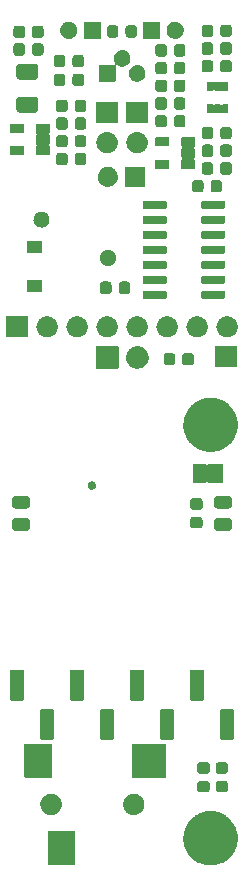
<source format=gbr>
G04 #@! TF.GenerationSoftware,KiCad,Pcbnew,5.99.0-unknown-c3175b4~86~ubuntu16.04.1*
G04 #@! TF.CreationDate,2019-12-09T10:27:28-08:00*
G04 #@! TF.ProjectId,wogglebug,776f6767-6c65-4627-9567-2e6b69636164,rev?*
G04 #@! TF.SameCoordinates,Original*
G04 #@! TF.FileFunction,Soldermask,Bot*
G04 #@! TF.FilePolarity,Negative*
%FSLAX46Y46*%
G04 Gerber Fmt 4.6, Leading zero omitted, Abs format (unit mm)*
G04 Created by KiCad (PCBNEW 5.99.0-unknown-c3175b4~86~ubuntu16.04.1) date 2019-12-09 10:27:28*
%MOMM*%
%LPD*%
G04 APERTURE LIST*
%ADD10C,0.100000*%
G04 APERTURE END LIST*
D10*
G36*
X157551711Y-167199045D02*
G01*
X157652823Y-167199133D01*
X157700034Y-167205390D01*
X157745022Y-167207315D01*
X157847772Y-167224971D01*
X157951839Y-167238764D01*
X157993979Y-167250095D01*
X158034350Y-167257032D01*
X158138002Y-167288820D01*
X158243124Y-167317086D01*
X158279727Y-167332285D01*
X158315024Y-167343110D01*
X158417660Y-167389560D01*
X158521694Y-167432759D01*
X158552533Y-167450599D01*
X158582476Y-167464151D01*
X158681998Y-167525497D01*
X158782783Y-167583802D01*
X158807856Y-167603076D01*
X158832387Y-167618197D01*
X158926685Y-167694422D01*
X159021922Y-167767632D01*
X159041433Y-167787177D01*
X159060702Y-167802753D01*
X159147649Y-167893579D01*
X159235021Y-167981104D01*
X159249372Y-167999840D01*
X159263709Y-168014817D01*
X159341159Y-168119676D01*
X159418434Y-168220564D01*
X159428215Y-168237539D01*
X159438127Y-168250959D01*
X159504011Y-168369087D01*
X159569021Y-168481915D01*
X159574973Y-168496319D01*
X159581130Y-168507359D01*
X159633536Y-168638052D01*
X159684207Y-168760687D01*
X159687192Y-168771864D01*
X159690388Y-168779836D01*
X159727525Y-168922916D01*
X159762021Y-169052108D01*
X159763000Y-169059595D01*
X159764141Y-169063991D01*
X159784429Y-169223467D01*
X159801131Y-169351193D01*
X159800867Y-169652823D01*
X159793626Y-169707455D01*
X159792897Y-169742262D01*
X159775284Y-169845847D01*
X159761236Y-169951839D01*
X159750425Y-169992044D01*
X159743898Y-170030433D01*
X159711677Y-170136153D01*
X159682914Y-170243124D01*
X159668480Y-170277884D01*
X159658308Y-170311260D01*
X159611164Y-170415916D01*
X159567241Y-170521694D01*
X159550406Y-170550795D01*
X159537736Y-170578921D01*
X159475427Y-170680401D01*
X159416198Y-170782783D01*
X159398145Y-170806268D01*
X159384124Y-170829103D01*
X159306678Y-170925255D01*
X159232368Y-171021922D01*
X159214241Y-171040017D01*
X159199971Y-171057734D01*
X159107659Y-171146413D01*
X159018896Y-171235021D01*
X159001751Y-171248153D01*
X158988255Y-171261118D01*
X158881597Y-171340184D01*
X158779436Y-171418434D01*
X158764193Y-171427217D01*
X158752419Y-171435945D01*
X158632107Y-171503323D01*
X158518085Y-171569021D01*
X158505537Y-171574206D01*
X158496278Y-171579391D01*
X158362698Y-171633226D01*
X158239313Y-171684207D01*
X158230079Y-171686673D01*
X158223984Y-171689129D01*
X158076069Y-171727796D01*
X157947892Y-171762021D01*
X157942394Y-171762740D01*
X157939957Y-171763377D01*
X157760636Y-171786508D01*
X157648807Y-171801131D01*
X157536053Y-171801032D01*
X157355224Y-171801190D01*
X157352723Y-171800872D01*
X157347177Y-171800867D01*
X157215561Y-171783423D01*
X157063991Y-171764141D01*
X157057638Y-171762492D01*
X157048161Y-171761236D01*
X156919180Y-171726555D01*
X156779836Y-171690388D01*
X156769992Y-171686441D01*
X156756876Y-171682914D01*
X156635363Y-171632457D01*
X156507359Y-171581130D01*
X156494551Y-171573987D01*
X156478306Y-171567241D01*
X156366895Y-171502788D01*
X156250959Y-171438127D01*
X156235913Y-171427014D01*
X156217217Y-171416198D01*
X156117774Y-171339755D01*
X156014817Y-171263709D01*
X155998382Y-171247976D01*
X155978078Y-171232368D01*
X155891956Y-171146095D01*
X155802753Y-171060702D01*
X155785902Y-171039856D01*
X155764979Y-171018896D01*
X155693063Y-170925004D01*
X155618197Y-170832387D01*
X155602012Y-170806130D01*
X155581566Y-170779436D01*
X155524375Y-170680178D01*
X155464151Y-170582476D01*
X155449766Y-170550690D01*
X155430979Y-170518085D01*
X155388690Y-170415737D01*
X155343110Y-170315024D01*
X155331690Y-170277786D01*
X155315793Y-170239313D01*
X155288210Y-170136011D01*
X155257032Y-170034350D01*
X155249752Y-169991981D01*
X155237979Y-169947892D01*
X155224618Y-169845717D01*
X155207315Y-169745022D01*
X155205304Y-169698017D01*
X155198869Y-169648807D01*
X155198956Y-169549638D01*
X155194766Y-169451707D01*
X155199086Y-169400791D01*
X155199133Y-169347177D01*
X155211645Y-169252774D01*
X155219585Y-169159194D01*
X155231195Y-169105269D01*
X155238764Y-169048161D01*
X155262481Y-168959957D01*
X155281376Y-168872194D01*
X155301088Y-168816374D01*
X155317086Y-168756876D01*
X155350600Y-168676166D01*
X155379132Y-168595369D01*
X155407614Y-168538862D01*
X155432759Y-168478306D01*
X155474532Y-168406099D01*
X155511265Y-168333221D01*
X155548971Y-168277425D01*
X155583802Y-168217217D01*
X155632244Y-168154200D01*
X155675647Y-168089974D01*
X155722822Y-168036370D01*
X155767632Y-167978078D01*
X155821067Y-167924737D01*
X155869595Y-167869595D01*
X155926269Y-167819718D01*
X155981104Y-167764979D01*
X156037892Y-167721482D01*
X156089974Y-167675647D01*
X156155896Y-167631098D01*
X156220564Y-167581566D01*
X156279107Y-167547834D01*
X156333221Y-167511265D01*
X156407923Y-167473612D01*
X156481915Y-167430979D01*
X156540675Y-167406700D01*
X156595369Y-167379132D01*
X156678104Y-167349916D01*
X156760687Y-167315793D01*
X156818280Y-167300415D01*
X156872194Y-167281376D01*
X156961970Y-167262047D01*
X157052108Y-167237979D01*
X157107252Y-167230768D01*
X157159194Y-167219585D01*
X157254818Y-167211472D01*
X157351193Y-167198869D01*
X157402817Y-167198914D01*
X157451707Y-167194766D01*
X157551711Y-167199045D01*
X157551711Y-167199045D01*
G37*
G36*
X146019899Y-168896959D02*
G01*
X146036769Y-168908231D01*
X146048041Y-168925101D01*
X146054448Y-168957312D01*
X146054448Y-171732688D01*
X146051999Y-171745000D01*
X146048041Y-171764899D01*
X146036769Y-171781769D01*
X146019899Y-171793041D01*
X146000000Y-171796999D01*
X145987688Y-171799448D01*
X143812312Y-171799448D01*
X143780101Y-171793041D01*
X143763231Y-171781769D01*
X143751959Y-171764899D01*
X143745552Y-171732688D01*
X143745552Y-168957312D01*
X143751959Y-168925101D01*
X143763231Y-168908231D01*
X143780101Y-168896959D01*
X143812312Y-168890552D01*
X145987688Y-168890552D01*
X146019899Y-168896959D01*
X146019899Y-168896959D01*
G37*
G36*
X151049902Y-165744283D02*
G01*
X151094637Y-165744595D01*
X151138460Y-165753590D01*
X151188360Y-165758835D01*
X151230132Y-165772408D01*
X151267723Y-165780124D01*
X151314851Y-165799935D01*
X151368488Y-165817363D01*
X151401099Y-165836191D01*
X151430614Y-165848598D01*
X151478301Y-165880763D01*
X151532511Y-165912061D01*
X151555826Y-165933054D01*
X151577101Y-165947404D01*
X151622183Y-165992802D01*
X151673261Y-166038793D01*
X151688003Y-166059083D01*
X151701608Y-166072784D01*
X151740643Y-166131537D01*
X151784586Y-166192019D01*
X151792221Y-166209168D01*
X151799388Y-166219955D01*
X151828865Y-166291472D01*
X151861621Y-166365042D01*
X151864211Y-166377225D01*
X151866724Y-166383323D01*
X151883292Y-166466997D01*
X151900999Y-166550301D01*
X151900999Y-166739699D01*
X151898115Y-166753269D01*
X151898030Y-166759331D01*
X151879342Y-166841585D01*
X151861621Y-166924958D01*
X151859129Y-166930555D01*
X151859078Y-166930780D01*
X151787210Y-167092197D01*
X151787078Y-167092385D01*
X151784586Y-167097981D01*
X151734480Y-167166946D01*
X151685357Y-167236582D01*
X151680585Y-167241126D01*
X151673261Y-167251207D01*
X151613396Y-167305110D01*
X151557396Y-167358438D01*
X151546464Y-167365376D01*
X151532511Y-167377939D01*
X151467764Y-167415321D01*
X151408211Y-167453114D01*
X151390209Y-167460097D01*
X151368488Y-167472637D01*
X151303115Y-167493878D01*
X151243468Y-167517014D01*
X151218200Y-167521469D01*
X151188360Y-167531165D01*
X151126095Y-167537709D01*
X151069460Y-167547695D01*
X151037459Y-167547025D01*
X151000000Y-167550962D01*
X150943902Y-167545066D01*
X150892799Y-167543996D01*
X150855323Y-167535756D01*
X150811640Y-167531165D01*
X150763917Y-167515659D01*
X150720225Y-167506052D01*
X150679230Y-167488142D01*
X150631512Y-167472637D01*
X150593473Y-167450675D01*
X150558310Y-167435313D01*
X150516337Y-167406141D01*
X150467489Y-167377939D01*
X150439504Y-167352741D01*
X150413215Y-167334470D01*
X150373257Y-167293092D01*
X150326739Y-167251207D01*
X150308296Y-167225823D01*
X150290473Y-167207366D01*
X150255821Y-167153597D01*
X150215414Y-167097981D01*
X150205212Y-167075066D01*
X150194754Y-167058839D01*
X150168789Y-166993261D01*
X150138379Y-166924958D01*
X150134476Y-166906596D01*
X150129707Y-166894551D01*
X150115740Y-166818448D01*
X150099001Y-166739699D01*
X150099001Y-166727246D01*
X150097811Y-166720762D01*
X150099001Y-166635535D01*
X150099001Y-166550301D01*
X150100275Y-166544308D01*
X150100278Y-166544077D01*
X150137015Y-166371246D01*
X150137105Y-166371036D01*
X150138379Y-166365042D01*
X150173042Y-166287188D01*
X150206622Y-166208839D01*
X150210348Y-166203397D01*
X150215414Y-166192019D01*
X150262746Y-166126872D01*
X150306452Y-166063041D01*
X150315706Y-166053979D01*
X150326739Y-166038793D01*
X150382297Y-165988769D01*
X150432693Y-165939417D01*
X150448848Y-165928846D01*
X150467489Y-165912061D01*
X150527026Y-165877687D01*
X150580551Y-165842662D01*
X150604340Y-165833050D01*
X150631512Y-165817363D01*
X150691045Y-165798019D01*
X150744376Y-165776472D01*
X150775820Y-165770474D01*
X150811640Y-165758835D01*
X150867744Y-165752938D01*
X150917945Y-165743362D01*
X150956312Y-165743630D01*
X151000000Y-165739038D01*
X151049902Y-165744283D01*
X151049902Y-165744283D01*
G37*
G36*
X144049902Y-165744283D02*
G01*
X144094637Y-165744595D01*
X144138460Y-165753590D01*
X144188360Y-165758835D01*
X144230132Y-165772408D01*
X144267723Y-165780124D01*
X144314851Y-165799935D01*
X144368488Y-165817363D01*
X144401099Y-165836191D01*
X144430614Y-165848598D01*
X144478301Y-165880763D01*
X144532511Y-165912061D01*
X144555826Y-165933054D01*
X144577101Y-165947404D01*
X144622183Y-165992802D01*
X144673261Y-166038793D01*
X144688003Y-166059083D01*
X144701608Y-166072784D01*
X144740643Y-166131537D01*
X144784586Y-166192019D01*
X144792221Y-166209168D01*
X144799388Y-166219955D01*
X144828865Y-166291472D01*
X144861621Y-166365042D01*
X144864211Y-166377225D01*
X144866724Y-166383323D01*
X144883292Y-166466997D01*
X144900999Y-166550301D01*
X144900999Y-166739699D01*
X144898115Y-166753269D01*
X144898030Y-166759331D01*
X144879342Y-166841585D01*
X144861621Y-166924958D01*
X144859129Y-166930555D01*
X144859078Y-166930780D01*
X144787210Y-167092197D01*
X144787078Y-167092385D01*
X144784586Y-167097981D01*
X144734480Y-167166946D01*
X144685357Y-167236582D01*
X144680585Y-167241126D01*
X144673261Y-167251207D01*
X144613396Y-167305110D01*
X144557396Y-167358438D01*
X144546464Y-167365376D01*
X144532511Y-167377939D01*
X144467764Y-167415321D01*
X144408211Y-167453114D01*
X144390209Y-167460097D01*
X144368488Y-167472637D01*
X144303115Y-167493878D01*
X144243468Y-167517014D01*
X144218200Y-167521469D01*
X144188360Y-167531165D01*
X144126095Y-167537709D01*
X144069460Y-167547695D01*
X144037459Y-167547025D01*
X144000000Y-167550962D01*
X143943902Y-167545066D01*
X143892799Y-167543996D01*
X143855323Y-167535756D01*
X143811640Y-167531165D01*
X143763917Y-167515659D01*
X143720225Y-167506052D01*
X143679230Y-167488142D01*
X143631512Y-167472637D01*
X143593473Y-167450675D01*
X143558310Y-167435313D01*
X143516337Y-167406141D01*
X143467489Y-167377939D01*
X143439504Y-167352741D01*
X143413215Y-167334470D01*
X143373257Y-167293092D01*
X143326739Y-167251207D01*
X143308296Y-167225823D01*
X143290473Y-167207366D01*
X143255821Y-167153597D01*
X143215414Y-167097981D01*
X143205212Y-167075066D01*
X143194754Y-167058839D01*
X143168789Y-166993261D01*
X143138379Y-166924958D01*
X143134476Y-166906596D01*
X143129707Y-166894551D01*
X143115740Y-166818448D01*
X143099001Y-166739699D01*
X143099001Y-166727246D01*
X143097811Y-166720762D01*
X143099001Y-166635535D01*
X143099001Y-166550301D01*
X143100275Y-166544308D01*
X143100278Y-166544077D01*
X143137015Y-166371246D01*
X143137105Y-166371036D01*
X143138379Y-166365042D01*
X143173042Y-166287188D01*
X143206622Y-166208839D01*
X143210348Y-166203397D01*
X143215414Y-166192019D01*
X143262746Y-166126872D01*
X143306452Y-166063041D01*
X143315706Y-166053979D01*
X143326739Y-166038793D01*
X143382297Y-165988769D01*
X143432693Y-165939417D01*
X143448848Y-165928846D01*
X143467489Y-165912061D01*
X143527026Y-165877687D01*
X143580551Y-165842662D01*
X143604340Y-165833050D01*
X143631512Y-165817363D01*
X143691045Y-165798019D01*
X143744376Y-165776472D01*
X143775820Y-165770474D01*
X143811640Y-165758835D01*
X143867744Y-165752938D01*
X143917945Y-165743362D01*
X143956312Y-165743630D01*
X144000000Y-165739038D01*
X144049902Y-165744283D01*
X144049902Y-165744283D01*
G37*
G36*
X158701231Y-164648001D02*
G01*
X158701964Y-164648001D01*
X158704829Y-164648571D01*
X158787918Y-164661731D01*
X158798760Y-164667255D01*
X158807215Y-164668937D01*
X158823768Y-164679998D01*
X158864054Y-164700524D01*
X158883316Y-164719786D01*
X158896443Y-164728557D01*
X158905214Y-164741684D01*
X158924476Y-164760946D01*
X158945002Y-164801232D01*
X158956063Y-164817785D01*
X158957745Y-164826240D01*
X158963269Y-164837082D01*
X158976429Y-164920171D01*
X158976999Y-164923036D01*
X158976999Y-164923769D01*
X158978194Y-164931314D01*
X158978194Y-165343686D01*
X158976999Y-165351231D01*
X158976999Y-165351964D01*
X158976429Y-165354829D01*
X158963269Y-165437918D01*
X158957745Y-165448760D01*
X158956063Y-165457215D01*
X158945002Y-165473768D01*
X158924476Y-165514054D01*
X158905214Y-165533316D01*
X158896443Y-165546443D01*
X158883316Y-165555214D01*
X158864054Y-165574476D01*
X158823768Y-165595002D01*
X158807215Y-165606063D01*
X158798760Y-165607745D01*
X158787918Y-165613269D01*
X158704829Y-165626429D01*
X158701964Y-165626999D01*
X158701231Y-165626999D01*
X158693686Y-165628194D01*
X158206314Y-165628194D01*
X158198769Y-165626999D01*
X158198036Y-165626999D01*
X158195171Y-165626429D01*
X158112082Y-165613269D01*
X158101240Y-165607745D01*
X158092785Y-165606063D01*
X158076232Y-165595002D01*
X158035946Y-165574476D01*
X158016684Y-165555214D01*
X158003557Y-165546443D01*
X157994786Y-165533316D01*
X157975524Y-165514054D01*
X157954998Y-165473768D01*
X157943937Y-165457215D01*
X157942255Y-165448760D01*
X157936731Y-165437918D01*
X157923571Y-165354829D01*
X157923001Y-165351964D01*
X157923001Y-165351231D01*
X157921806Y-165343686D01*
X157921806Y-164931314D01*
X157923001Y-164923769D01*
X157923001Y-164923036D01*
X157923571Y-164920171D01*
X157936731Y-164837082D01*
X157942255Y-164826240D01*
X157943937Y-164817785D01*
X157954998Y-164801232D01*
X157975524Y-164760946D01*
X157994786Y-164741684D01*
X158003557Y-164728557D01*
X158016684Y-164719786D01*
X158035946Y-164700524D01*
X158076232Y-164679998D01*
X158092785Y-164668937D01*
X158101240Y-164667255D01*
X158112082Y-164661731D01*
X158195171Y-164648571D01*
X158198036Y-164648001D01*
X158198769Y-164648001D01*
X158206314Y-164646806D01*
X158693686Y-164646806D01*
X158701231Y-164648001D01*
X158701231Y-164648001D01*
G37*
G36*
X157151231Y-164648001D02*
G01*
X157151964Y-164648001D01*
X157154829Y-164648571D01*
X157237918Y-164661731D01*
X157248760Y-164667255D01*
X157257215Y-164668937D01*
X157273768Y-164679998D01*
X157314054Y-164700524D01*
X157333316Y-164719786D01*
X157346443Y-164728557D01*
X157355214Y-164741684D01*
X157374476Y-164760946D01*
X157395002Y-164801232D01*
X157406063Y-164817785D01*
X157407745Y-164826240D01*
X157413269Y-164837082D01*
X157426429Y-164920171D01*
X157426999Y-164923036D01*
X157426999Y-164923769D01*
X157428194Y-164931314D01*
X157428194Y-165343686D01*
X157426999Y-165351231D01*
X157426999Y-165351964D01*
X157426429Y-165354829D01*
X157413269Y-165437918D01*
X157407745Y-165448760D01*
X157406063Y-165457215D01*
X157395002Y-165473768D01*
X157374476Y-165514054D01*
X157355214Y-165533316D01*
X157346443Y-165546443D01*
X157333316Y-165555214D01*
X157314054Y-165574476D01*
X157273768Y-165595002D01*
X157257215Y-165606063D01*
X157248760Y-165607745D01*
X157237918Y-165613269D01*
X157154829Y-165626429D01*
X157151964Y-165626999D01*
X157151231Y-165626999D01*
X157143686Y-165628194D01*
X156656314Y-165628194D01*
X156648769Y-165626999D01*
X156648036Y-165626999D01*
X156645171Y-165626429D01*
X156562082Y-165613269D01*
X156551240Y-165607745D01*
X156542785Y-165606063D01*
X156526232Y-165595002D01*
X156485946Y-165574476D01*
X156466684Y-165555214D01*
X156453557Y-165546443D01*
X156444786Y-165533316D01*
X156425524Y-165514054D01*
X156404998Y-165473768D01*
X156393937Y-165457215D01*
X156392255Y-165448760D01*
X156386731Y-165437918D01*
X156373571Y-165354829D01*
X156373001Y-165351964D01*
X156373001Y-165351231D01*
X156371806Y-165343686D01*
X156371806Y-164931314D01*
X156373001Y-164923769D01*
X156373001Y-164923036D01*
X156373571Y-164920171D01*
X156386731Y-164837082D01*
X156392255Y-164826240D01*
X156393937Y-164817785D01*
X156404998Y-164801232D01*
X156425524Y-164760946D01*
X156444786Y-164741684D01*
X156453557Y-164728557D01*
X156466684Y-164719786D01*
X156485946Y-164700524D01*
X156526232Y-164679998D01*
X156542785Y-164668937D01*
X156551240Y-164667255D01*
X156562082Y-164661731D01*
X156645171Y-164648571D01*
X156648036Y-164648001D01*
X156648769Y-164648001D01*
X156656314Y-164646806D01*
X157143686Y-164646806D01*
X157151231Y-164648001D01*
X157151231Y-164648001D01*
G37*
G36*
X144019899Y-161496959D02*
G01*
X144036769Y-161508231D01*
X144048041Y-161525101D01*
X144054448Y-161557312D01*
X144054448Y-164332688D01*
X144051999Y-164345000D01*
X144048041Y-164364899D01*
X144036769Y-164381769D01*
X144019899Y-164393041D01*
X144000000Y-164396999D01*
X143987688Y-164399448D01*
X141812312Y-164399448D01*
X141780101Y-164393041D01*
X141763231Y-164381769D01*
X141751959Y-164364899D01*
X141745552Y-164332688D01*
X141745552Y-161557312D01*
X141751959Y-161525101D01*
X141763231Y-161508231D01*
X141780101Y-161496959D01*
X141812312Y-161490552D01*
X143987688Y-161490552D01*
X144019899Y-161496959D01*
X144019899Y-161496959D01*
G37*
G36*
X153719899Y-161496959D02*
G01*
X153736769Y-161508231D01*
X153748041Y-161525101D01*
X153754448Y-161557312D01*
X153754448Y-164332688D01*
X153751999Y-164345000D01*
X153748041Y-164364899D01*
X153736769Y-164381769D01*
X153719899Y-164393041D01*
X153700000Y-164396999D01*
X153687688Y-164399448D01*
X150912312Y-164399448D01*
X150880101Y-164393041D01*
X150863231Y-164381769D01*
X150851959Y-164364899D01*
X150845552Y-164332688D01*
X150845552Y-161557312D01*
X150851959Y-161525101D01*
X150863231Y-161508231D01*
X150880101Y-161496959D01*
X150912312Y-161490552D01*
X153687688Y-161490552D01*
X153719899Y-161496959D01*
X153719899Y-161496959D01*
G37*
G36*
X158701231Y-163073001D02*
G01*
X158701964Y-163073001D01*
X158704829Y-163073571D01*
X158787918Y-163086731D01*
X158798760Y-163092255D01*
X158807215Y-163093937D01*
X158823768Y-163104998D01*
X158864054Y-163125524D01*
X158883316Y-163144786D01*
X158896443Y-163153557D01*
X158905214Y-163166684D01*
X158924476Y-163185946D01*
X158945002Y-163226232D01*
X158956063Y-163242785D01*
X158957745Y-163251240D01*
X158963269Y-163262082D01*
X158976429Y-163345171D01*
X158976999Y-163348036D01*
X158976999Y-163348769D01*
X158978194Y-163356314D01*
X158978194Y-163768686D01*
X158976999Y-163776231D01*
X158976999Y-163776964D01*
X158976429Y-163779829D01*
X158963269Y-163862918D01*
X158957745Y-163873760D01*
X158956063Y-163882215D01*
X158945002Y-163898768D01*
X158924476Y-163939054D01*
X158905214Y-163958316D01*
X158896443Y-163971443D01*
X158883316Y-163980214D01*
X158864054Y-163999476D01*
X158823768Y-164020002D01*
X158807215Y-164031063D01*
X158798760Y-164032745D01*
X158787918Y-164038269D01*
X158704829Y-164051429D01*
X158701964Y-164051999D01*
X158701231Y-164051999D01*
X158693686Y-164053194D01*
X158206314Y-164053194D01*
X158198769Y-164051999D01*
X158198036Y-164051999D01*
X158195171Y-164051429D01*
X158112082Y-164038269D01*
X158101240Y-164032745D01*
X158092785Y-164031063D01*
X158076232Y-164020002D01*
X158035946Y-163999476D01*
X158016684Y-163980214D01*
X158003557Y-163971443D01*
X157994786Y-163958316D01*
X157975524Y-163939054D01*
X157954998Y-163898768D01*
X157943937Y-163882215D01*
X157942255Y-163873760D01*
X157936731Y-163862918D01*
X157923571Y-163779829D01*
X157923001Y-163776964D01*
X157923001Y-163776231D01*
X157921806Y-163768686D01*
X157921806Y-163356314D01*
X157923001Y-163348769D01*
X157923001Y-163348036D01*
X157923571Y-163345171D01*
X157936731Y-163262082D01*
X157942255Y-163251240D01*
X157943937Y-163242785D01*
X157954998Y-163226232D01*
X157975524Y-163185946D01*
X157994786Y-163166684D01*
X158003557Y-163153557D01*
X158016684Y-163144786D01*
X158035946Y-163125524D01*
X158076232Y-163104998D01*
X158092785Y-163093937D01*
X158101240Y-163092255D01*
X158112082Y-163086731D01*
X158195171Y-163073571D01*
X158198036Y-163073001D01*
X158198769Y-163073001D01*
X158206314Y-163071806D01*
X158693686Y-163071806D01*
X158701231Y-163073001D01*
X158701231Y-163073001D01*
G37*
G36*
X157151231Y-163073001D02*
G01*
X157151964Y-163073001D01*
X157154829Y-163073571D01*
X157237918Y-163086731D01*
X157248760Y-163092255D01*
X157257215Y-163093937D01*
X157273768Y-163104998D01*
X157314054Y-163125524D01*
X157333316Y-163144786D01*
X157346443Y-163153557D01*
X157355214Y-163166684D01*
X157374476Y-163185946D01*
X157395002Y-163226232D01*
X157406063Y-163242785D01*
X157407745Y-163251240D01*
X157413269Y-163262082D01*
X157426429Y-163345171D01*
X157426999Y-163348036D01*
X157426999Y-163348769D01*
X157428194Y-163356314D01*
X157428194Y-163768686D01*
X157426999Y-163776231D01*
X157426999Y-163776964D01*
X157426429Y-163779829D01*
X157413269Y-163862918D01*
X157407745Y-163873760D01*
X157406063Y-163882215D01*
X157395002Y-163898768D01*
X157374476Y-163939054D01*
X157355214Y-163958316D01*
X157346443Y-163971443D01*
X157333316Y-163980214D01*
X157314054Y-163999476D01*
X157273768Y-164020002D01*
X157257215Y-164031063D01*
X157248760Y-164032745D01*
X157237918Y-164038269D01*
X157154829Y-164051429D01*
X157151964Y-164051999D01*
X157151231Y-164051999D01*
X157143686Y-164053194D01*
X156656314Y-164053194D01*
X156648769Y-164051999D01*
X156648036Y-164051999D01*
X156645171Y-164051429D01*
X156562082Y-164038269D01*
X156551240Y-164032745D01*
X156542785Y-164031063D01*
X156526232Y-164020002D01*
X156485946Y-163999476D01*
X156466684Y-163980214D01*
X156453557Y-163971443D01*
X156444786Y-163958316D01*
X156425524Y-163939054D01*
X156404998Y-163898768D01*
X156393937Y-163882215D01*
X156392255Y-163873760D01*
X156386731Y-163862918D01*
X156373571Y-163779829D01*
X156373001Y-163776964D01*
X156373001Y-163776231D01*
X156371806Y-163768686D01*
X156371806Y-163356314D01*
X156373001Y-163348769D01*
X156373001Y-163348036D01*
X156373571Y-163345171D01*
X156386731Y-163262082D01*
X156392255Y-163251240D01*
X156393937Y-163242785D01*
X156404998Y-163226232D01*
X156425524Y-163185946D01*
X156444786Y-163166684D01*
X156453557Y-163153557D01*
X156466684Y-163144786D01*
X156485946Y-163125524D01*
X156526232Y-163104998D01*
X156542785Y-163093937D01*
X156551240Y-163092255D01*
X156562082Y-163086731D01*
X156645171Y-163073571D01*
X156648036Y-163073001D01*
X156648769Y-163073001D01*
X156656314Y-163071806D01*
X157143686Y-163071806D01*
X157151231Y-163073001D01*
X157151231Y-163073001D01*
G37*
G36*
X144169899Y-158551959D02*
G01*
X144186769Y-158563231D01*
X144198041Y-158580101D01*
X144204448Y-158612312D01*
X144204448Y-161097688D01*
X144201999Y-161110000D01*
X144198041Y-161129899D01*
X144186769Y-161146769D01*
X144169899Y-161158041D01*
X144150000Y-161161999D01*
X144137688Y-161164448D01*
X143162312Y-161164448D01*
X143130101Y-161158041D01*
X143113231Y-161146769D01*
X143101959Y-161129899D01*
X143095552Y-161097688D01*
X143095552Y-158612312D01*
X143101959Y-158580101D01*
X143113231Y-158563231D01*
X143130101Y-158551959D01*
X143162312Y-158545552D01*
X144137688Y-158545552D01*
X144169899Y-158551959D01*
X144169899Y-158551959D01*
G37*
G36*
X149249899Y-158551959D02*
G01*
X149266769Y-158563231D01*
X149278041Y-158580101D01*
X149284448Y-158612312D01*
X149284448Y-161097688D01*
X149281999Y-161110000D01*
X149278041Y-161129899D01*
X149266769Y-161146769D01*
X149249899Y-161158041D01*
X149230000Y-161161999D01*
X149217688Y-161164448D01*
X148242312Y-161164448D01*
X148210101Y-161158041D01*
X148193231Y-161146769D01*
X148181959Y-161129899D01*
X148175552Y-161097688D01*
X148175552Y-158612312D01*
X148181959Y-158580101D01*
X148193231Y-158563231D01*
X148210101Y-158551959D01*
X148242312Y-158545552D01*
X149217688Y-158545552D01*
X149249899Y-158551959D01*
X149249899Y-158551959D01*
G37*
G36*
X154329899Y-158551959D02*
G01*
X154346769Y-158563231D01*
X154358041Y-158580101D01*
X154364448Y-158612312D01*
X154364448Y-161097688D01*
X154361999Y-161110000D01*
X154358041Y-161129899D01*
X154346769Y-161146769D01*
X154329899Y-161158041D01*
X154310000Y-161161999D01*
X154297688Y-161164448D01*
X153322312Y-161164448D01*
X153290101Y-161158041D01*
X153273231Y-161146769D01*
X153261959Y-161129899D01*
X153255552Y-161097688D01*
X153255552Y-158612312D01*
X153261959Y-158580101D01*
X153273231Y-158563231D01*
X153290101Y-158551959D01*
X153322312Y-158545552D01*
X154297688Y-158545552D01*
X154329899Y-158551959D01*
X154329899Y-158551959D01*
G37*
G36*
X159409899Y-158551959D02*
G01*
X159426769Y-158563231D01*
X159438041Y-158580101D01*
X159444448Y-158612312D01*
X159444448Y-161097688D01*
X159441999Y-161110000D01*
X159438041Y-161129899D01*
X159426769Y-161146769D01*
X159409899Y-161158041D01*
X159390000Y-161161999D01*
X159377688Y-161164448D01*
X158402312Y-161164448D01*
X158370101Y-161158041D01*
X158353231Y-161146769D01*
X158341959Y-161129899D01*
X158335552Y-161097688D01*
X158335552Y-158612312D01*
X158341959Y-158580101D01*
X158353231Y-158563231D01*
X158370101Y-158551959D01*
X158402312Y-158545552D01*
X159377688Y-158545552D01*
X159409899Y-158551959D01*
X159409899Y-158551959D01*
G37*
G36*
X151789899Y-155241959D02*
G01*
X151806769Y-155253231D01*
X151818041Y-155270101D01*
X151824448Y-155302312D01*
X151824448Y-157787688D01*
X151821999Y-157800000D01*
X151818041Y-157819899D01*
X151806769Y-157836769D01*
X151789899Y-157848041D01*
X151770000Y-157851999D01*
X151757688Y-157854448D01*
X150782312Y-157854448D01*
X150750101Y-157848041D01*
X150733231Y-157836769D01*
X150721959Y-157819899D01*
X150715552Y-157787688D01*
X150715552Y-155302312D01*
X150721959Y-155270101D01*
X150733231Y-155253231D01*
X150750101Y-155241959D01*
X150782312Y-155235552D01*
X151757688Y-155235552D01*
X151789899Y-155241959D01*
X151789899Y-155241959D01*
G37*
G36*
X141629899Y-155241959D02*
G01*
X141646769Y-155253231D01*
X141658041Y-155270101D01*
X141664448Y-155302312D01*
X141664448Y-157787688D01*
X141661999Y-157800000D01*
X141658041Y-157819899D01*
X141646769Y-157836769D01*
X141629899Y-157848041D01*
X141610000Y-157851999D01*
X141597688Y-157854448D01*
X140622312Y-157854448D01*
X140590101Y-157848041D01*
X140573231Y-157836769D01*
X140561959Y-157819899D01*
X140555552Y-157787688D01*
X140555552Y-155302312D01*
X140561959Y-155270101D01*
X140573231Y-155253231D01*
X140590101Y-155241959D01*
X140622312Y-155235552D01*
X141597688Y-155235552D01*
X141629899Y-155241959D01*
X141629899Y-155241959D01*
G37*
G36*
X146709899Y-155241959D02*
G01*
X146726769Y-155253231D01*
X146738041Y-155270101D01*
X146744448Y-155302312D01*
X146744448Y-157787688D01*
X146741999Y-157800000D01*
X146738041Y-157819899D01*
X146726769Y-157836769D01*
X146709899Y-157848041D01*
X146690000Y-157851999D01*
X146677688Y-157854448D01*
X145702312Y-157854448D01*
X145670101Y-157848041D01*
X145653231Y-157836769D01*
X145641959Y-157819899D01*
X145635552Y-157787688D01*
X145635552Y-155302312D01*
X145641959Y-155270101D01*
X145653231Y-155253231D01*
X145670101Y-155241959D01*
X145702312Y-155235552D01*
X146677688Y-155235552D01*
X146709899Y-155241959D01*
X146709899Y-155241959D01*
G37*
G36*
X156869899Y-155241959D02*
G01*
X156886769Y-155253231D01*
X156898041Y-155270101D01*
X156904448Y-155302312D01*
X156904448Y-157787688D01*
X156901999Y-157800000D01*
X156898041Y-157819899D01*
X156886769Y-157836769D01*
X156869899Y-157848041D01*
X156850000Y-157851999D01*
X156837688Y-157854448D01*
X155862312Y-157854448D01*
X155830101Y-157848041D01*
X155813231Y-157836769D01*
X155801959Y-157819899D01*
X155795552Y-157787688D01*
X155795552Y-155302312D01*
X155801959Y-155270101D01*
X155813231Y-155253231D01*
X155830101Y-155241959D01*
X155862312Y-155235552D01*
X156837688Y-155235552D01*
X156869899Y-155241959D01*
X156869899Y-155241959D01*
G37*
G36*
X159001652Y-142398117D02*
G01*
X159002027Y-142398117D01*
X159004106Y-142398506D01*
X159095430Y-142412970D01*
X159103513Y-142417088D01*
X159110347Y-142418366D01*
X159130453Y-142430815D01*
X159178620Y-142455357D01*
X159192488Y-142469225D01*
X159204039Y-142476377D01*
X159217607Y-142494344D01*
X159244643Y-142521380D01*
X159258374Y-142548328D01*
X159270447Y-142564316D01*
X159273814Y-142578632D01*
X159287030Y-142604570D01*
X159301701Y-142697200D01*
X159301883Y-142697973D01*
X159301883Y-142698348D01*
X159303194Y-142706625D01*
X159303194Y-143168375D01*
X159301883Y-143176652D01*
X159301883Y-143177027D01*
X159301494Y-143179106D01*
X159287030Y-143270430D01*
X159282912Y-143278513D01*
X159281634Y-143285347D01*
X159269185Y-143305453D01*
X159244643Y-143353620D01*
X159230775Y-143367488D01*
X159223623Y-143379039D01*
X159205656Y-143392607D01*
X159178620Y-143419643D01*
X159151672Y-143433374D01*
X159135684Y-143445447D01*
X159121368Y-143448814D01*
X159095430Y-143462030D01*
X159002800Y-143476701D01*
X159002027Y-143476883D01*
X159001652Y-143476883D01*
X158993375Y-143478194D01*
X158106625Y-143478194D01*
X158098348Y-143476883D01*
X158097973Y-143476883D01*
X158095894Y-143476494D01*
X158004570Y-143462030D01*
X157996487Y-143457912D01*
X157989653Y-143456634D01*
X157969547Y-143444185D01*
X157921380Y-143419643D01*
X157907512Y-143405775D01*
X157895961Y-143398623D01*
X157882393Y-143380656D01*
X157855357Y-143353620D01*
X157841626Y-143326672D01*
X157829553Y-143310684D01*
X157826186Y-143296368D01*
X157812970Y-143270430D01*
X157798299Y-143177800D01*
X157798117Y-143177027D01*
X157798117Y-143176652D01*
X157796806Y-143168375D01*
X157796806Y-142706625D01*
X157798117Y-142698348D01*
X157798117Y-142697973D01*
X157798506Y-142695894D01*
X157812970Y-142604570D01*
X157817088Y-142596487D01*
X157818366Y-142589653D01*
X157830815Y-142569547D01*
X157855357Y-142521380D01*
X157869225Y-142507512D01*
X157876377Y-142495961D01*
X157894344Y-142482393D01*
X157921380Y-142455357D01*
X157948328Y-142441626D01*
X157964316Y-142429553D01*
X157978632Y-142426186D01*
X158004570Y-142412970D01*
X158097200Y-142398299D01*
X158097973Y-142398117D01*
X158098348Y-142398117D01*
X158106625Y-142396806D01*
X158993375Y-142396806D01*
X159001652Y-142398117D01*
X159001652Y-142398117D01*
G37*
G36*
X141901652Y-142398117D02*
G01*
X141902027Y-142398117D01*
X141904106Y-142398506D01*
X141995430Y-142412970D01*
X142003513Y-142417088D01*
X142010347Y-142418366D01*
X142030453Y-142430815D01*
X142078620Y-142455357D01*
X142092488Y-142469225D01*
X142104039Y-142476377D01*
X142117607Y-142494344D01*
X142144643Y-142521380D01*
X142158374Y-142548328D01*
X142170447Y-142564316D01*
X142173814Y-142578632D01*
X142187030Y-142604570D01*
X142201701Y-142697200D01*
X142201883Y-142697973D01*
X142201883Y-142698348D01*
X142203194Y-142706625D01*
X142203194Y-143168375D01*
X142201883Y-143176652D01*
X142201883Y-143177027D01*
X142201494Y-143179106D01*
X142187030Y-143270430D01*
X142182912Y-143278513D01*
X142181634Y-143285347D01*
X142169185Y-143305453D01*
X142144643Y-143353620D01*
X142130775Y-143367488D01*
X142123623Y-143379039D01*
X142105656Y-143392607D01*
X142078620Y-143419643D01*
X142051672Y-143433374D01*
X142035684Y-143445447D01*
X142021368Y-143448814D01*
X141995430Y-143462030D01*
X141902800Y-143476701D01*
X141902027Y-143476883D01*
X141901652Y-143476883D01*
X141893375Y-143478194D01*
X141006625Y-143478194D01*
X140998348Y-143476883D01*
X140997973Y-143476883D01*
X140995894Y-143476494D01*
X140904570Y-143462030D01*
X140896487Y-143457912D01*
X140889653Y-143456634D01*
X140869547Y-143444185D01*
X140821380Y-143419643D01*
X140807512Y-143405775D01*
X140795961Y-143398623D01*
X140782393Y-143380656D01*
X140755357Y-143353620D01*
X140741626Y-143326672D01*
X140729553Y-143310684D01*
X140726186Y-143296368D01*
X140712970Y-143270430D01*
X140698299Y-143177800D01*
X140698117Y-143177027D01*
X140698117Y-143176652D01*
X140696806Y-143168375D01*
X140696806Y-142706625D01*
X140698117Y-142698348D01*
X140698117Y-142697973D01*
X140698506Y-142695894D01*
X140712970Y-142604570D01*
X140717088Y-142596487D01*
X140718366Y-142589653D01*
X140730815Y-142569547D01*
X140755357Y-142521380D01*
X140769225Y-142507512D01*
X140776377Y-142495961D01*
X140794344Y-142482393D01*
X140821380Y-142455357D01*
X140848328Y-142441626D01*
X140864316Y-142429553D01*
X140878632Y-142426186D01*
X140904570Y-142412970D01*
X140997200Y-142398299D01*
X140997973Y-142398117D01*
X140998348Y-142398117D01*
X141006625Y-142396806D01*
X141893375Y-142396806D01*
X141901652Y-142398117D01*
X141901652Y-142398117D01*
G37*
G36*
X156551231Y-142298001D02*
G01*
X156551964Y-142298001D01*
X156554829Y-142298571D01*
X156637918Y-142311731D01*
X156648760Y-142317255D01*
X156657215Y-142318937D01*
X156673768Y-142329998D01*
X156714054Y-142350524D01*
X156733316Y-142369786D01*
X156746443Y-142378557D01*
X156755214Y-142391684D01*
X156774476Y-142410946D01*
X156795002Y-142451232D01*
X156806063Y-142467785D01*
X156807745Y-142476240D01*
X156813269Y-142487082D01*
X156826429Y-142570171D01*
X156826999Y-142573036D01*
X156826999Y-142573769D01*
X156828194Y-142581314D01*
X156828194Y-142993686D01*
X156826999Y-143001231D01*
X156826999Y-143001964D01*
X156826429Y-143004829D01*
X156813269Y-143087918D01*
X156807745Y-143098760D01*
X156806063Y-143107215D01*
X156795002Y-143123768D01*
X156774476Y-143164054D01*
X156755214Y-143183316D01*
X156746443Y-143196443D01*
X156733316Y-143205214D01*
X156714054Y-143224476D01*
X156673768Y-143245002D01*
X156657215Y-143256063D01*
X156648760Y-143257745D01*
X156637918Y-143263269D01*
X156554829Y-143276429D01*
X156551964Y-143276999D01*
X156551231Y-143276999D01*
X156543686Y-143278194D01*
X156056314Y-143278194D01*
X156048769Y-143276999D01*
X156048036Y-143276999D01*
X156045171Y-143276429D01*
X155962082Y-143263269D01*
X155951240Y-143257745D01*
X155942785Y-143256063D01*
X155926232Y-143245002D01*
X155885946Y-143224476D01*
X155866684Y-143205214D01*
X155853557Y-143196443D01*
X155844786Y-143183316D01*
X155825524Y-143164054D01*
X155804998Y-143123768D01*
X155793937Y-143107215D01*
X155792255Y-143098760D01*
X155786731Y-143087918D01*
X155773571Y-143004829D01*
X155773001Y-143001964D01*
X155773001Y-143001231D01*
X155771806Y-142993686D01*
X155771806Y-142581314D01*
X155773001Y-142573769D01*
X155773001Y-142573036D01*
X155773571Y-142570171D01*
X155786731Y-142487082D01*
X155792255Y-142476240D01*
X155793937Y-142467785D01*
X155804998Y-142451232D01*
X155825524Y-142410946D01*
X155844786Y-142391684D01*
X155853557Y-142378557D01*
X155866684Y-142369786D01*
X155885946Y-142350524D01*
X155926232Y-142329998D01*
X155942785Y-142318937D01*
X155951240Y-142317255D01*
X155962082Y-142311731D01*
X156045171Y-142298571D01*
X156048036Y-142298001D01*
X156048769Y-142298001D01*
X156056314Y-142296806D01*
X156543686Y-142296806D01*
X156551231Y-142298001D01*
X156551231Y-142298001D01*
G37*
G36*
X156551231Y-140723001D02*
G01*
X156551964Y-140723001D01*
X156554829Y-140723571D01*
X156637918Y-140736731D01*
X156648760Y-140742255D01*
X156657215Y-140743937D01*
X156673768Y-140754998D01*
X156714054Y-140775524D01*
X156733316Y-140794786D01*
X156746443Y-140803557D01*
X156755214Y-140816684D01*
X156774476Y-140835946D01*
X156795002Y-140876232D01*
X156806063Y-140892785D01*
X156807745Y-140901240D01*
X156813269Y-140912082D01*
X156826429Y-140995171D01*
X156826999Y-140998036D01*
X156826999Y-140998769D01*
X156828194Y-141006314D01*
X156828194Y-141418686D01*
X156826999Y-141426231D01*
X156826999Y-141426964D01*
X156826429Y-141429829D01*
X156813269Y-141512918D01*
X156807745Y-141523760D01*
X156806063Y-141532215D01*
X156795002Y-141548768D01*
X156774476Y-141589054D01*
X156755214Y-141608316D01*
X156746443Y-141621443D01*
X156733316Y-141630214D01*
X156714054Y-141649476D01*
X156673768Y-141670002D01*
X156657215Y-141681063D01*
X156648760Y-141682745D01*
X156637918Y-141688269D01*
X156554829Y-141701429D01*
X156551964Y-141701999D01*
X156551231Y-141701999D01*
X156543686Y-141703194D01*
X156056314Y-141703194D01*
X156048769Y-141701999D01*
X156048036Y-141701999D01*
X156045171Y-141701429D01*
X155962082Y-141688269D01*
X155951240Y-141682745D01*
X155942785Y-141681063D01*
X155926232Y-141670002D01*
X155885946Y-141649476D01*
X155866684Y-141630214D01*
X155853557Y-141621443D01*
X155844786Y-141608316D01*
X155825524Y-141589054D01*
X155804998Y-141548768D01*
X155793937Y-141532215D01*
X155792255Y-141523760D01*
X155786731Y-141512918D01*
X155773571Y-141429829D01*
X155773001Y-141426964D01*
X155773001Y-141426231D01*
X155771806Y-141418686D01*
X155771806Y-141006314D01*
X155773001Y-140998769D01*
X155773001Y-140998036D01*
X155773571Y-140995171D01*
X155786731Y-140912082D01*
X155792255Y-140901240D01*
X155793937Y-140892785D01*
X155804998Y-140876232D01*
X155825524Y-140835946D01*
X155844786Y-140816684D01*
X155853557Y-140803557D01*
X155866684Y-140794786D01*
X155885946Y-140775524D01*
X155926232Y-140754998D01*
X155942785Y-140743937D01*
X155951240Y-140742255D01*
X155962082Y-140736731D01*
X156045171Y-140723571D01*
X156048036Y-140723001D01*
X156048769Y-140723001D01*
X156056314Y-140721806D01*
X156543686Y-140721806D01*
X156551231Y-140723001D01*
X156551231Y-140723001D01*
G37*
G36*
X159001652Y-140523117D02*
G01*
X159002027Y-140523117D01*
X159004106Y-140523506D01*
X159095430Y-140537970D01*
X159103513Y-140542088D01*
X159110347Y-140543366D01*
X159130453Y-140555815D01*
X159178620Y-140580357D01*
X159192488Y-140594225D01*
X159204039Y-140601377D01*
X159217607Y-140619344D01*
X159244643Y-140646380D01*
X159258374Y-140673328D01*
X159270447Y-140689316D01*
X159273814Y-140703632D01*
X159287030Y-140729570D01*
X159301701Y-140822200D01*
X159301883Y-140822973D01*
X159301883Y-140823348D01*
X159303194Y-140831625D01*
X159303194Y-141293375D01*
X159301883Y-141301652D01*
X159301883Y-141302027D01*
X159301494Y-141304106D01*
X159287030Y-141395430D01*
X159282912Y-141403513D01*
X159281634Y-141410347D01*
X159269185Y-141430453D01*
X159244643Y-141478620D01*
X159230775Y-141492488D01*
X159223623Y-141504039D01*
X159205656Y-141517607D01*
X159178620Y-141544643D01*
X159151672Y-141558374D01*
X159135684Y-141570447D01*
X159121368Y-141573814D01*
X159095430Y-141587030D01*
X159002800Y-141601701D01*
X159002027Y-141601883D01*
X159001652Y-141601883D01*
X158993375Y-141603194D01*
X158106625Y-141603194D01*
X158098348Y-141601883D01*
X158097973Y-141601883D01*
X158095894Y-141601494D01*
X158004570Y-141587030D01*
X157996487Y-141582912D01*
X157989653Y-141581634D01*
X157969547Y-141569185D01*
X157921380Y-141544643D01*
X157907512Y-141530775D01*
X157895961Y-141523623D01*
X157882393Y-141505656D01*
X157855357Y-141478620D01*
X157841626Y-141451672D01*
X157829553Y-141435684D01*
X157826186Y-141421368D01*
X157812970Y-141395430D01*
X157798299Y-141302800D01*
X157798117Y-141302027D01*
X157798117Y-141301652D01*
X157796806Y-141293375D01*
X157796806Y-140831625D01*
X157798117Y-140823348D01*
X157798117Y-140822973D01*
X157798506Y-140820894D01*
X157812970Y-140729570D01*
X157817088Y-140721487D01*
X157818366Y-140714653D01*
X157830815Y-140694547D01*
X157855357Y-140646380D01*
X157869225Y-140632512D01*
X157876377Y-140620961D01*
X157894344Y-140607393D01*
X157921380Y-140580357D01*
X157948328Y-140566626D01*
X157964316Y-140554553D01*
X157978632Y-140551186D01*
X158004570Y-140537970D01*
X158097200Y-140523299D01*
X158097973Y-140523117D01*
X158098348Y-140523117D01*
X158106625Y-140521806D01*
X158993375Y-140521806D01*
X159001652Y-140523117D01*
X159001652Y-140523117D01*
G37*
G36*
X141901652Y-140523117D02*
G01*
X141902027Y-140523117D01*
X141904106Y-140523506D01*
X141995430Y-140537970D01*
X142003513Y-140542088D01*
X142010347Y-140543366D01*
X142030453Y-140555815D01*
X142078620Y-140580357D01*
X142092488Y-140594225D01*
X142104039Y-140601377D01*
X142117607Y-140619344D01*
X142144643Y-140646380D01*
X142158374Y-140673328D01*
X142170447Y-140689316D01*
X142173814Y-140703632D01*
X142187030Y-140729570D01*
X142201701Y-140822200D01*
X142201883Y-140822973D01*
X142201883Y-140823348D01*
X142203194Y-140831625D01*
X142203194Y-141293375D01*
X142201883Y-141301652D01*
X142201883Y-141302027D01*
X142201494Y-141304106D01*
X142187030Y-141395430D01*
X142182912Y-141403513D01*
X142181634Y-141410347D01*
X142169185Y-141430453D01*
X142144643Y-141478620D01*
X142130775Y-141492488D01*
X142123623Y-141504039D01*
X142105656Y-141517607D01*
X142078620Y-141544643D01*
X142051672Y-141558374D01*
X142035684Y-141570447D01*
X142021368Y-141573814D01*
X141995430Y-141587030D01*
X141902800Y-141601701D01*
X141902027Y-141601883D01*
X141901652Y-141601883D01*
X141893375Y-141603194D01*
X141006625Y-141603194D01*
X140998348Y-141601883D01*
X140997973Y-141601883D01*
X140995894Y-141601494D01*
X140904570Y-141587030D01*
X140896487Y-141582912D01*
X140889653Y-141581634D01*
X140869547Y-141569185D01*
X140821380Y-141544643D01*
X140807512Y-141530775D01*
X140795961Y-141523623D01*
X140782393Y-141505656D01*
X140755357Y-141478620D01*
X140741626Y-141451672D01*
X140729553Y-141435684D01*
X140726186Y-141421368D01*
X140712970Y-141395430D01*
X140698299Y-141302800D01*
X140698117Y-141302027D01*
X140698117Y-141301652D01*
X140696806Y-141293375D01*
X140696806Y-140831625D01*
X140698117Y-140823348D01*
X140698117Y-140822973D01*
X140698506Y-140820894D01*
X140712970Y-140729570D01*
X140717088Y-140721487D01*
X140718366Y-140714653D01*
X140730815Y-140694547D01*
X140755357Y-140646380D01*
X140769225Y-140632512D01*
X140776377Y-140620961D01*
X140794344Y-140607393D01*
X140821380Y-140580357D01*
X140848328Y-140566626D01*
X140864316Y-140554553D01*
X140878632Y-140551186D01*
X140904570Y-140537970D01*
X140997200Y-140523299D01*
X140997973Y-140523117D01*
X140998348Y-140523117D01*
X141006625Y-140521806D01*
X141893375Y-140521806D01*
X141901652Y-140523117D01*
X141901652Y-140523117D01*
G37*
G36*
X147462695Y-139296927D02*
G01*
X147481015Y-139295501D01*
X147519958Y-139305536D01*
X147551903Y-139310339D01*
X147568595Y-139318069D01*
X147594171Y-139324660D01*
X147621114Y-139342392D01*
X147643141Y-139352593D01*
X147663050Y-139369991D01*
X147691781Y-139388900D01*
X147706625Y-139408071D01*
X147718846Y-139418751D01*
X147737393Y-139447807D01*
X147763321Y-139481294D01*
X147768558Y-139496633D01*
X147772946Y-139503508D01*
X147784863Y-139544394D01*
X147801075Y-139591880D01*
X147800007Y-139714238D01*
X147782481Y-139762785D01*
X147769001Y-139804896D01*
X147765302Y-139810369D01*
X147760328Y-139824148D01*
X147732880Y-139858348D01*
X147712703Y-139888206D01*
X147701397Y-139897576D01*
X147687188Y-139915280D01*
X147656838Y-139934504D01*
X147635289Y-139952362D01*
X147614420Y-139961371D01*
X147588471Y-139977807D01*
X147561288Y-139984308D01*
X147542976Y-139992213D01*
X147512444Y-139995989D01*
X147474823Y-140004986D01*
X147454992Y-140003094D01*
X147443194Y-140004553D01*
X147404880Y-139998313D01*
X147358499Y-139993888D01*
X147347699Y-139989000D01*
X147343952Y-139988390D01*
X147301324Y-139968012D01*
X147252041Y-139945708D01*
X147212990Y-139908973D01*
X147178346Y-139877943D01*
X147176015Y-139874191D01*
X147166928Y-139865643D01*
X147145449Y-139824989D01*
X147125289Y-139792539D01*
X147121935Y-139780485D01*
X147112340Y-139762325D01*
X147106418Y-139724722D01*
X147098334Y-139695671D01*
X147098603Y-139675103D01*
X147094161Y-139646895D01*
X147099361Y-139617250D01*
X147099651Y-139595138D01*
X147108037Y-139567795D01*
X147114351Y-139531799D01*
X147125010Y-139512451D01*
X147129132Y-139499010D01*
X147149280Y-139468395D01*
X147170735Y-139429450D01*
X147181117Y-139420020D01*
X147184404Y-139415025D01*
X147218580Y-139385991D01*
X147257232Y-139350882D01*
X147307950Y-139328987D01*
X147352852Y-139308948D01*
X147355066Y-139308647D01*
X147364514Y-139304568D01*
X147412446Y-139300838D01*
X147452474Y-139295390D01*
X147462695Y-139296927D01*
X147462695Y-139296927D01*
G37*
G36*
X157050000Y-137798001D02*
G01*
X157069899Y-137801959D01*
X157086769Y-137813231D01*
X157086770Y-137813232D01*
X157091997Y-137816725D01*
X157102642Y-137829709D01*
X157104554Y-137828141D01*
X157150200Y-137866371D01*
X157220075Y-137875221D01*
X157283642Y-137844890D01*
X157288546Y-137837977D01*
X157289196Y-137838629D01*
X157306795Y-137821067D01*
X157306795Y-137821066D01*
X157321156Y-137806734D01*
X157350000Y-137798001D01*
X157360422Y-137798001D01*
X157368510Y-137795552D01*
X158487688Y-137795552D01*
X158519899Y-137801959D01*
X158536769Y-137813231D01*
X158548041Y-137830101D01*
X158554448Y-137862312D01*
X158554448Y-139337688D01*
X158551999Y-139350000D01*
X158548041Y-139369899D01*
X158536769Y-139386769D01*
X158519899Y-139398041D01*
X158500000Y-139401999D01*
X158487688Y-139404448D01*
X157362312Y-139404448D01*
X157330101Y-139398041D01*
X157313231Y-139386769D01*
X157306002Y-139375950D01*
X157251958Y-139330785D01*
X157182074Y-139322008D01*
X157114855Y-139365260D01*
X157110829Y-139361243D01*
X157093269Y-139378839D01*
X157093266Y-139378844D01*
X157078934Y-139393205D01*
X157060198Y-139400989D01*
X157060195Y-139400989D01*
X157054390Y-139403401D01*
X157043822Y-139404448D01*
X156062312Y-139404448D01*
X156030101Y-139398041D01*
X156013231Y-139386769D01*
X156001959Y-139369899D01*
X155995552Y-139337688D01*
X155995552Y-137862312D01*
X156001959Y-137830101D01*
X156013231Y-137813231D01*
X156030101Y-137801959D01*
X156062312Y-137795552D01*
X157037688Y-137795552D01*
X157050000Y-137798001D01*
X157050000Y-137798001D01*
G37*
G36*
X157551711Y-132199045D02*
G01*
X157652823Y-132199133D01*
X157700034Y-132205390D01*
X157745022Y-132207315D01*
X157847772Y-132224971D01*
X157951839Y-132238764D01*
X157993979Y-132250095D01*
X158034350Y-132257032D01*
X158138002Y-132288820D01*
X158243124Y-132317086D01*
X158279727Y-132332285D01*
X158315024Y-132343110D01*
X158417660Y-132389560D01*
X158521694Y-132432759D01*
X158552533Y-132450599D01*
X158582476Y-132464151D01*
X158681998Y-132525497D01*
X158782783Y-132583802D01*
X158807856Y-132603076D01*
X158832387Y-132618197D01*
X158926685Y-132694422D01*
X159021922Y-132767632D01*
X159041433Y-132787177D01*
X159060702Y-132802753D01*
X159147649Y-132893579D01*
X159235021Y-132981104D01*
X159249372Y-132999840D01*
X159263709Y-133014817D01*
X159341159Y-133119676D01*
X159418434Y-133220564D01*
X159428215Y-133237539D01*
X159438127Y-133250959D01*
X159504011Y-133369087D01*
X159569021Y-133481915D01*
X159574973Y-133496319D01*
X159581130Y-133507359D01*
X159633536Y-133638052D01*
X159684207Y-133760687D01*
X159687192Y-133771864D01*
X159690388Y-133779836D01*
X159727525Y-133922916D01*
X159762021Y-134052108D01*
X159763000Y-134059595D01*
X159764141Y-134063991D01*
X159784429Y-134223467D01*
X159801131Y-134351193D01*
X159800867Y-134652823D01*
X159793626Y-134707455D01*
X159792897Y-134742262D01*
X159775284Y-134845847D01*
X159761236Y-134951839D01*
X159750425Y-134992044D01*
X159743898Y-135030433D01*
X159711677Y-135136153D01*
X159682914Y-135243124D01*
X159668480Y-135277884D01*
X159658308Y-135311260D01*
X159611164Y-135415916D01*
X159567241Y-135521694D01*
X159550406Y-135550795D01*
X159537736Y-135578921D01*
X159475427Y-135680401D01*
X159416198Y-135782783D01*
X159398145Y-135806268D01*
X159384124Y-135829103D01*
X159306678Y-135925255D01*
X159232368Y-136021922D01*
X159214241Y-136040017D01*
X159199971Y-136057734D01*
X159107659Y-136146413D01*
X159018896Y-136235021D01*
X159001751Y-136248153D01*
X158988255Y-136261118D01*
X158881597Y-136340184D01*
X158779436Y-136418434D01*
X158764193Y-136427217D01*
X158752419Y-136435945D01*
X158632107Y-136503323D01*
X158518085Y-136569021D01*
X158505537Y-136574206D01*
X158496278Y-136579391D01*
X158362698Y-136633226D01*
X158239313Y-136684207D01*
X158230079Y-136686673D01*
X158223984Y-136689129D01*
X158076069Y-136727796D01*
X157947892Y-136762021D01*
X157942394Y-136762740D01*
X157939957Y-136763377D01*
X157760636Y-136786508D01*
X157648807Y-136801131D01*
X157536053Y-136801032D01*
X157355224Y-136801190D01*
X157352723Y-136800872D01*
X157347177Y-136800867D01*
X157215561Y-136783423D01*
X157063991Y-136764141D01*
X157057638Y-136762492D01*
X157048161Y-136761236D01*
X156919180Y-136726555D01*
X156779836Y-136690388D01*
X156769992Y-136686441D01*
X156756876Y-136682914D01*
X156635363Y-136632457D01*
X156507359Y-136581130D01*
X156494551Y-136573987D01*
X156478306Y-136567241D01*
X156366895Y-136502788D01*
X156250959Y-136438127D01*
X156235913Y-136427014D01*
X156217217Y-136416198D01*
X156117774Y-136339755D01*
X156014817Y-136263709D01*
X155998382Y-136247976D01*
X155978078Y-136232368D01*
X155891956Y-136146095D01*
X155802753Y-136060702D01*
X155785902Y-136039856D01*
X155764979Y-136018896D01*
X155693063Y-135925004D01*
X155618197Y-135832387D01*
X155602012Y-135806130D01*
X155581566Y-135779436D01*
X155524375Y-135680178D01*
X155464151Y-135582476D01*
X155449766Y-135550690D01*
X155430979Y-135518085D01*
X155388690Y-135415737D01*
X155343110Y-135315024D01*
X155331690Y-135277786D01*
X155315793Y-135239313D01*
X155288210Y-135136011D01*
X155257032Y-135034350D01*
X155249752Y-134991981D01*
X155237979Y-134947892D01*
X155224618Y-134845717D01*
X155207315Y-134745022D01*
X155205304Y-134698017D01*
X155198869Y-134648807D01*
X155198956Y-134549638D01*
X155194766Y-134451707D01*
X155199086Y-134400791D01*
X155199133Y-134347177D01*
X155211645Y-134252774D01*
X155219585Y-134159194D01*
X155231195Y-134105269D01*
X155238764Y-134048161D01*
X155262481Y-133959957D01*
X155281376Y-133872194D01*
X155301088Y-133816374D01*
X155317086Y-133756876D01*
X155350600Y-133676166D01*
X155379132Y-133595369D01*
X155407614Y-133538862D01*
X155432759Y-133478306D01*
X155474532Y-133406099D01*
X155511265Y-133333221D01*
X155548971Y-133277425D01*
X155583802Y-133217217D01*
X155632244Y-133154200D01*
X155675647Y-133089974D01*
X155722822Y-133036370D01*
X155767632Y-132978078D01*
X155821067Y-132924737D01*
X155869595Y-132869595D01*
X155926269Y-132819718D01*
X155981104Y-132764979D01*
X156037892Y-132721482D01*
X156089974Y-132675647D01*
X156155896Y-132631098D01*
X156220564Y-132581566D01*
X156279107Y-132547834D01*
X156333221Y-132511265D01*
X156407923Y-132473612D01*
X156481915Y-132430979D01*
X156540675Y-132406700D01*
X156595369Y-132379132D01*
X156678104Y-132349916D01*
X156760687Y-132315793D01*
X156818280Y-132300415D01*
X156872194Y-132281376D01*
X156961970Y-132262047D01*
X157052108Y-132237979D01*
X157107252Y-132230768D01*
X157159194Y-132219585D01*
X157254818Y-132211472D01*
X157351193Y-132198869D01*
X157402817Y-132198914D01*
X157451707Y-132194766D01*
X157551711Y-132199045D01*
X157551711Y-132199045D01*
G37*
G36*
X151396675Y-127852627D02*
G01*
X151437905Y-127854680D01*
X151486080Y-127866468D01*
X151540954Y-127874963D01*
X151579728Y-127889383D01*
X151614176Y-127897812D01*
X151664544Y-127920925D01*
X151722037Y-127942307D01*
X151752173Y-127961138D01*
X151779107Y-127973498D01*
X151828922Y-128009097D01*
X151885880Y-128044688D01*
X151907387Y-128065168D01*
X151926749Y-128079005D01*
X151972931Y-128127585D01*
X152025790Y-128177922D01*
X152039404Y-128197511D01*
X152051782Y-128210531D01*
X152091083Y-128271866D01*
X152136052Y-128336569D01*
X152143145Y-128353119D01*
X152149683Y-128363322D01*
X152178818Y-128436349D01*
X152212162Y-128514146D01*
X152214606Y-128526051D01*
X152216928Y-128531872D01*
X152232813Y-128614748D01*
X152251010Y-128703400D01*
X152250988Y-128709580D01*
X152251056Y-128709932D01*
X152250404Y-128896704D01*
X152250335Y-128897053D01*
X152250313Y-128903237D01*
X152231491Y-128991785D01*
X152215034Y-129074522D01*
X152212671Y-129080327D01*
X152210144Y-129092215D01*
X152176246Y-129169806D01*
X152146613Y-129242599D01*
X152140009Y-129252748D01*
X152132797Y-129269257D01*
X152087357Y-129333672D01*
X152047645Y-129394707D01*
X152035180Y-129407637D01*
X152021430Y-129427129D01*
X151968221Y-129477096D01*
X151921704Y-129525349D01*
X151902248Y-129539048D01*
X151880593Y-129559384D01*
X151823380Y-129594582D01*
X151773323Y-129629828D01*
X151746302Y-129642000D01*
X151716039Y-129660618D01*
X151658399Y-129681597D01*
X151607868Y-129704360D01*
X151573362Y-129712549D01*
X151534490Y-129726697D01*
X151479568Y-129734807D01*
X151431307Y-129746260D01*
X151390057Y-129748025D01*
X151343363Y-129754920D01*
X151293741Y-129752146D01*
X151250000Y-129754017D01*
X151203403Y-129747095D01*
X151150464Y-129744135D01*
X151108057Y-129732931D01*
X151070504Y-129727352D01*
X151020566Y-129709815D01*
X150963673Y-129694783D01*
X150929600Y-129677869D01*
X150899288Y-129667224D01*
X150848557Y-129637639D01*
X150790621Y-129608879D01*
X150765245Y-129589053D01*
X150742528Y-129575805D01*
X150693930Y-129533335D01*
X150638378Y-129489933D01*
X150621292Y-129469857D01*
X150605884Y-129456392D01*
X150562628Y-129400928D01*
X150513161Y-129342804D01*
X150503277Y-129324825D01*
X150494285Y-129313295D01*
X150459661Y-129245488D01*
X150420086Y-129173501D01*
X150415749Y-129159492D01*
X150411760Y-129151679D01*
X150388983Y-129073022D01*
X150362955Y-128988941D01*
X150362095Y-128980173D01*
X150361285Y-128977375D01*
X150353295Y-128890423D01*
X150344102Y-128796663D01*
X150353949Y-128702976D01*
X150362546Y-128616079D01*
X150363376Y-128613287D01*
X150364297Y-128604521D01*
X150390920Y-128520594D01*
X150414237Y-128442129D01*
X150418280Y-128434346D01*
X150422715Y-128420365D01*
X150462811Y-128348621D01*
X150497891Y-128281090D01*
X150506956Y-128269632D01*
X150516969Y-128251716D01*
X150566849Y-128193930D01*
X150610484Y-128138776D01*
X150625984Y-128125420D01*
X150643210Y-128105464D01*
X150699069Y-128062447D01*
X150747959Y-128020321D01*
X150770768Y-128007232D01*
X150796281Y-127987584D01*
X150854401Y-127959237D01*
X150905350Y-127929999D01*
X150935746Y-127919562D01*
X150969928Y-127902891D01*
X151026921Y-127888258D01*
X151076983Y-127871069D01*
X151114572Y-127865753D01*
X151157059Y-127854844D01*
X151210020Y-127852254D01*
X151256663Y-127845657D01*
X151300388Y-127847834D01*
X151350028Y-127845406D01*
X151396675Y-127852627D01*
X151396675Y-127852627D01*
G37*
G36*
X149679899Y-127851959D02*
G01*
X149696769Y-127863231D01*
X149708041Y-127880101D01*
X149714448Y-127912312D01*
X149714448Y-129687688D01*
X149711999Y-129700000D01*
X149708041Y-129719899D01*
X149696769Y-129736769D01*
X149679899Y-129748041D01*
X149660000Y-129751999D01*
X149647688Y-129754448D01*
X147872312Y-129754448D01*
X147840101Y-129748041D01*
X147823231Y-129736769D01*
X147811959Y-129719899D01*
X147805552Y-129687688D01*
X147805552Y-127912312D01*
X147811959Y-127880101D01*
X147823231Y-127863231D01*
X147840101Y-127851959D01*
X147872312Y-127845552D01*
X149647688Y-127845552D01*
X149679899Y-127851959D01*
X149679899Y-127851959D01*
G37*
G36*
X159669899Y-127801959D02*
G01*
X159686769Y-127813231D01*
X159698041Y-127830101D01*
X159704448Y-127862312D01*
X159704448Y-129537688D01*
X159698041Y-129569899D01*
X159686769Y-129586769D01*
X159669899Y-129598041D01*
X159650000Y-129601999D01*
X159637688Y-129604448D01*
X157962312Y-129604448D01*
X157930101Y-129598041D01*
X157913231Y-129586769D01*
X157901959Y-129569899D01*
X157895552Y-129537688D01*
X157895552Y-127862312D01*
X157901959Y-127830101D01*
X157913231Y-127813231D01*
X157930101Y-127801959D01*
X157962312Y-127795552D01*
X159637688Y-127795552D01*
X159669899Y-127801959D01*
X159669899Y-127801959D01*
G37*
G36*
X155801231Y-128423001D02*
G01*
X155801964Y-128423001D01*
X155804829Y-128423571D01*
X155887918Y-128436731D01*
X155898760Y-128442255D01*
X155907215Y-128443937D01*
X155923768Y-128454998D01*
X155964054Y-128475524D01*
X155983316Y-128494786D01*
X155996443Y-128503557D01*
X156005214Y-128516684D01*
X156024476Y-128535946D01*
X156045002Y-128576232D01*
X156056063Y-128592785D01*
X156057745Y-128601240D01*
X156063269Y-128612082D01*
X156076429Y-128695171D01*
X156076999Y-128698036D01*
X156076999Y-128698769D01*
X156078194Y-128706314D01*
X156078194Y-129193686D01*
X156076999Y-129201231D01*
X156076999Y-129201964D01*
X156076429Y-129204829D01*
X156063269Y-129287918D01*
X156057745Y-129298760D01*
X156056063Y-129307215D01*
X156045002Y-129323768D01*
X156024476Y-129364054D01*
X156005214Y-129383316D01*
X155996443Y-129396443D01*
X155983316Y-129405214D01*
X155964054Y-129424476D01*
X155923768Y-129445002D01*
X155907215Y-129456063D01*
X155898760Y-129457745D01*
X155887918Y-129463269D01*
X155804829Y-129476429D01*
X155801964Y-129476999D01*
X155801231Y-129476999D01*
X155793686Y-129478194D01*
X155381314Y-129478194D01*
X155373769Y-129476999D01*
X155373036Y-129476999D01*
X155370171Y-129476429D01*
X155287082Y-129463269D01*
X155276240Y-129457745D01*
X155267785Y-129456063D01*
X155251232Y-129445002D01*
X155210946Y-129424476D01*
X155191684Y-129405214D01*
X155178557Y-129396443D01*
X155169786Y-129383316D01*
X155150524Y-129364054D01*
X155129998Y-129323768D01*
X155118937Y-129307215D01*
X155117255Y-129298760D01*
X155111731Y-129287918D01*
X155098571Y-129204829D01*
X155098001Y-129201964D01*
X155098001Y-129201231D01*
X155096806Y-129193686D01*
X155096806Y-128706314D01*
X155098001Y-128698769D01*
X155098001Y-128698036D01*
X155098571Y-128695171D01*
X155111731Y-128612082D01*
X155117255Y-128601240D01*
X155118937Y-128592785D01*
X155129998Y-128576232D01*
X155150524Y-128535946D01*
X155169786Y-128516684D01*
X155178557Y-128503557D01*
X155191684Y-128494786D01*
X155210946Y-128475524D01*
X155251232Y-128454998D01*
X155267785Y-128443937D01*
X155276240Y-128442255D01*
X155287082Y-128436731D01*
X155370171Y-128423571D01*
X155373036Y-128423001D01*
X155373769Y-128423001D01*
X155381314Y-128421806D01*
X155793686Y-128421806D01*
X155801231Y-128423001D01*
X155801231Y-128423001D01*
G37*
G36*
X154226231Y-128423001D02*
G01*
X154226964Y-128423001D01*
X154229829Y-128423571D01*
X154312918Y-128436731D01*
X154323760Y-128442255D01*
X154332215Y-128443937D01*
X154348768Y-128454998D01*
X154389054Y-128475524D01*
X154408316Y-128494786D01*
X154421443Y-128503557D01*
X154430214Y-128516684D01*
X154449476Y-128535946D01*
X154470002Y-128576232D01*
X154481063Y-128592785D01*
X154482745Y-128601240D01*
X154488269Y-128612082D01*
X154501429Y-128695171D01*
X154501999Y-128698036D01*
X154501999Y-128698769D01*
X154503194Y-128706314D01*
X154503194Y-129193686D01*
X154501999Y-129201231D01*
X154501999Y-129201964D01*
X154501429Y-129204829D01*
X154488269Y-129287918D01*
X154482745Y-129298760D01*
X154481063Y-129307215D01*
X154470002Y-129323768D01*
X154449476Y-129364054D01*
X154430214Y-129383316D01*
X154421443Y-129396443D01*
X154408316Y-129405214D01*
X154389054Y-129424476D01*
X154348768Y-129445002D01*
X154332215Y-129456063D01*
X154323760Y-129457745D01*
X154312918Y-129463269D01*
X154229829Y-129476429D01*
X154226964Y-129476999D01*
X154226231Y-129476999D01*
X154218686Y-129478194D01*
X153806314Y-129478194D01*
X153798769Y-129476999D01*
X153798036Y-129476999D01*
X153795171Y-129476429D01*
X153712082Y-129463269D01*
X153701240Y-129457745D01*
X153692785Y-129456063D01*
X153676232Y-129445002D01*
X153635946Y-129424476D01*
X153616684Y-129405214D01*
X153603557Y-129396443D01*
X153594786Y-129383316D01*
X153575524Y-129364054D01*
X153554998Y-129323768D01*
X153543937Y-129307215D01*
X153542255Y-129298760D01*
X153536731Y-129287918D01*
X153523571Y-129204829D01*
X153523001Y-129201964D01*
X153523001Y-129201231D01*
X153521806Y-129193686D01*
X153521806Y-128706314D01*
X153523001Y-128698769D01*
X153523001Y-128698036D01*
X153523571Y-128695171D01*
X153536731Y-128612082D01*
X153542255Y-128601240D01*
X153543937Y-128592785D01*
X153554998Y-128576232D01*
X153575524Y-128535946D01*
X153594786Y-128516684D01*
X153603557Y-128503557D01*
X153616684Y-128494786D01*
X153635946Y-128475524D01*
X153676232Y-128454998D01*
X153692785Y-128443937D01*
X153701240Y-128442255D01*
X153712082Y-128436731D01*
X153795171Y-128423571D01*
X153798036Y-128423001D01*
X153798769Y-128423001D01*
X153806314Y-128421806D01*
X154218686Y-128421806D01*
X154226231Y-128423001D01*
X154226231Y-128423001D01*
G37*
G36*
X141989899Y-125301959D02*
G01*
X142006769Y-125313231D01*
X142018041Y-125330101D01*
X142024448Y-125362312D01*
X142024448Y-127037688D01*
X142021999Y-127050000D01*
X142018041Y-127069899D01*
X142006769Y-127086769D01*
X141989899Y-127098041D01*
X141970000Y-127101999D01*
X141957688Y-127104448D01*
X140282312Y-127104448D01*
X140250101Y-127098041D01*
X140233231Y-127086769D01*
X140221959Y-127069899D01*
X140215552Y-127037688D01*
X140215552Y-125362312D01*
X140221959Y-125330101D01*
X140233231Y-125313231D01*
X140250101Y-125301959D01*
X140282312Y-125295552D01*
X141957688Y-125295552D01*
X141989899Y-125301959D01*
X141989899Y-125301959D01*
G37*
G36*
X154008360Y-125313835D02*
G01*
X154089397Y-125340166D01*
X154176663Y-125367848D01*
X154179655Y-125369493D01*
X154188488Y-125372363D01*
X154260466Y-125413919D01*
X154331499Y-125452970D01*
X154338986Y-125459253D01*
X154352511Y-125467061D01*
X154410259Y-125519057D01*
X154466857Y-125566549D01*
X154476962Y-125579118D01*
X154493261Y-125593793D01*
X154535454Y-125651867D01*
X154577579Y-125704260D01*
X154587994Y-125724182D01*
X154604586Y-125747019D01*
X154631297Y-125807012D01*
X154659439Y-125860843D01*
X154667582Y-125888510D01*
X154681621Y-125920042D01*
X154693992Y-125978241D01*
X154709328Y-126030349D01*
X154712518Y-126065401D01*
X154720999Y-126105301D01*
X154720999Y-126158592D01*
X154725343Y-126206324D01*
X154720999Y-126247653D01*
X154720999Y-126294699D01*
X154711217Y-126340721D01*
X154706873Y-126382047D01*
X154692702Y-126427827D01*
X154681621Y-126479958D01*
X154665028Y-126517226D01*
X154654622Y-126550843D01*
X154628789Y-126598620D01*
X154604586Y-126652981D01*
X154584298Y-126680905D01*
X154570580Y-126706276D01*
X154531859Y-126753082D01*
X154493261Y-126806207D01*
X154472284Y-126825095D01*
X154457952Y-126842419D01*
X154405845Y-126884917D01*
X154352511Y-126932939D01*
X154333524Y-126943901D01*
X154321025Y-126954095D01*
X154255780Y-126988786D01*
X154188488Y-127027637D01*
X154173636Y-127032463D01*
X154165003Y-127037053D01*
X154087430Y-127060473D01*
X154008360Y-127086165D01*
X153999114Y-127087137D01*
X153995851Y-127088122D01*
X153904710Y-127097059D01*
X153867211Y-127101000D01*
X153772789Y-127101000D01*
X153631640Y-127086165D01*
X153550603Y-127059834D01*
X153463337Y-127032152D01*
X153460345Y-127030507D01*
X153451512Y-127027637D01*
X153379534Y-126986081D01*
X153308501Y-126947030D01*
X153301014Y-126940747D01*
X153287489Y-126932939D01*
X153229741Y-126880943D01*
X153173143Y-126833451D01*
X153163038Y-126820882D01*
X153146739Y-126806207D01*
X153104546Y-126748133D01*
X153062421Y-126695740D01*
X153052006Y-126675818D01*
X153035414Y-126652981D01*
X153008703Y-126592988D01*
X152980561Y-126539157D01*
X152972418Y-126511490D01*
X152958379Y-126479958D01*
X152946008Y-126421759D01*
X152930672Y-126369651D01*
X152927482Y-126334599D01*
X152919001Y-126294699D01*
X152919001Y-126241408D01*
X152914657Y-126193676D01*
X152919001Y-126152347D01*
X152919001Y-126105301D01*
X152928783Y-126059279D01*
X152933127Y-126017953D01*
X152947298Y-125972173D01*
X152958379Y-125920042D01*
X152974972Y-125882774D01*
X152985378Y-125849157D01*
X153011211Y-125801380D01*
X153035414Y-125747019D01*
X153055702Y-125719095D01*
X153069420Y-125693724D01*
X153108141Y-125646918D01*
X153146739Y-125593793D01*
X153167716Y-125574905D01*
X153182048Y-125557581D01*
X153234155Y-125515083D01*
X153287489Y-125467061D01*
X153306476Y-125456099D01*
X153318975Y-125445905D01*
X153384220Y-125411214D01*
X153451512Y-125372363D01*
X153466364Y-125367537D01*
X153474997Y-125362947D01*
X153552570Y-125339527D01*
X153631640Y-125313835D01*
X153640886Y-125312863D01*
X153644149Y-125311878D01*
X153735290Y-125302941D01*
X153772789Y-125299000D01*
X153867211Y-125299000D01*
X154008360Y-125313835D01*
X154008360Y-125313835D01*
G37*
G36*
X143848360Y-125313835D02*
G01*
X143929397Y-125340166D01*
X144016663Y-125367848D01*
X144019655Y-125369493D01*
X144028488Y-125372363D01*
X144100466Y-125413919D01*
X144171499Y-125452970D01*
X144178986Y-125459253D01*
X144192511Y-125467061D01*
X144250259Y-125519057D01*
X144306857Y-125566549D01*
X144316962Y-125579118D01*
X144333261Y-125593793D01*
X144375454Y-125651867D01*
X144417579Y-125704260D01*
X144427994Y-125724182D01*
X144444586Y-125747019D01*
X144471297Y-125807012D01*
X144499439Y-125860843D01*
X144507582Y-125888510D01*
X144521621Y-125920042D01*
X144533992Y-125978241D01*
X144549328Y-126030349D01*
X144552518Y-126065401D01*
X144560999Y-126105301D01*
X144560999Y-126158592D01*
X144565343Y-126206324D01*
X144560999Y-126247653D01*
X144560999Y-126294699D01*
X144551217Y-126340721D01*
X144546873Y-126382047D01*
X144532702Y-126427827D01*
X144521621Y-126479958D01*
X144505028Y-126517226D01*
X144494622Y-126550843D01*
X144468789Y-126598620D01*
X144444586Y-126652981D01*
X144424298Y-126680905D01*
X144410580Y-126706276D01*
X144371859Y-126753082D01*
X144333261Y-126806207D01*
X144312284Y-126825095D01*
X144297952Y-126842419D01*
X144245845Y-126884917D01*
X144192511Y-126932939D01*
X144173524Y-126943901D01*
X144161025Y-126954095D01*
X144095780Y-126988786D01*
X144028488Y-127027637D01*
X144013636Y-127032463D01*
X144005003Y-127037053D01*
X143927430Y-127060473D01*
X143848360Y-127086165D01*
X143839114Y-127087137D01*
X143835851Y-127088122D01*
X143744710Y-127097059D01*
X143707211Y-127101000D01*
X143612789Y-127101000D01*
X143471640Y-127086165D01*
X143390603Y-127059834D01*
X143303337Y-127032152D01*
X143300345Y-127030507D01*
X143291512Y-127027637D01*
X143219534Y-126986081D01*
X143148501Y-126947030D01*
X143141014Y-126940747D01*
X143127489Y-126932939D01*
X143069741Y-126880943D01*
X143013143Y-126833451D01*
X143003038Y-126820882D01*
X142986739Y-126806207D01*
X142944546Y-126748133D01*
X142902421Y-126695740D01*
X142892006Y-126675818D01*
X142875414Y-126652981D01*
X142848703Y-126592988D01*
X142820561Y-126539157D01*
X142812418Y-126511490D01*
X142798379Y-126479958D01*
X142786008Y-126421759D01*
X142770672Y-126369651D01*
X142767482Y-126334599D01*
X142759001Y-126294699D01*
X142759001Y-126241408D01*
X142754657Y-126193676D01*
X142759001Y-126152347D01*
X142759001Y-126105301D01*
X142768783Y-126059279D01*
X142773127Y-126017953D01*
X142787298Y-125972173D01*
X142798379Y-125920042D01*
X142814972Y-125882774D01*
X142825378Y-125849157D01*
X142851211Y-125801380D01*
X142875414Y-125747019D01*
X142895702Y-125719095D01*
X142909420Y-125693724D01*
X142948141Y-125646918D01*
X142986739Y-125593793D01*
X143007716Y-125574905D01*
X143022048Y-125557581D01*
X143074155Y-125515083D01*
X143127489Y-125467061D01*
X143146476Y-125456099D01*
X143158975Y-125445905D01*
X143224220Y-125411214D01*
X143291512Y-125372363D01*
X143306364Y-125367537D01*
X143314997Y-125362947D01*
X143392570Y-125339527D01*
X143471640Y-125313835D01*
X143480886Y-125312863D01*
X143484149Y-125311878D01*
X143575290Y-125302941D01*
X143612789Y-125299000D01*
X143707211Y-125299000D01*
X143848360Y-125313835D01*
X143848360Y-125313835D01*
G37*
G36*
X159088360Y-125313835D02*
G01*
X159169397Y-125340166D01*
X159256663Y-125367848D01*
X159259655Y-125369493D01*
X159268488Y-125372363D01*
X159340466Y-125413919D01*
X159411499Y-125452970D01*
X159418986Y-125459253D01*
X159432511Y-125467061D01*
X159490259Y-125519057D01*
X159546857Y-125566549D01*
X159556962Y-125579118D01*
X159573261Y-125593793D01*
X159615454Y-125651867D01*
X159657579Y-125704260D01*
X159667994Y-125724182D01*
X159684586Y-125747019D01*
X159711297Y-125807012D01*
X159739439Y-125860843D01*
X159747582Y-125888510D01*
X159761621Y-125920042D01*
X159773992Y-125978241D01*
X159789328Y-126030349D01*
X159792518Y-126065401D01*
X159800999Y-126105301D01*
X159800999Y-126158592D01*
X159805343Y-126206324D01*
X159800999Y-126247653D01*
X159800999Y-126294699D01*
X159791217Y-126340721D01*
X159786873Y-126382047D01*
X159772702Y-126427827D01*
X159761621Y-126479958D01*
X159745028Y-126517226D01*
X159734622Y-126550843D01*
X159708789Y-126598620D01*
X159684586Y-126652981D01*
X159664298Y-126680905D01*
X159650580Y-126706276D01*
X159611859Y-126753082D01*
X159573261Y-126806207D01*
X159552284Y-126825095D01*
X159537952Y-126842419D01*
X159485845Y-126884917D01*
X159432511Y-126932939D01*
X159413524Y-126943901D01*
X159401025Y-126954095D01*
X159335780Y-126988786D01*
X159268488Y-127027637D01*
X159253636Y-127032463D01*
X159245003Y-127037053D01*
X159167430Y-127060473D01*
X159088360Y-127086165D01*
X159079114Y-127087137D01*
X159075851Y-127088122D01*
X158984710Y-127097059D01*
X158947211Y-127101000D01*
X158852789Y-127101000D01*
X158711640Y-127086165D01*
X158630603Y-127059834D01*
X158543337Y-127032152D01*
X158540345Y-127030507D01*
X158531512Y-127027637D01*
X158459534Y-126986081D01*
X158388501Y-126947030D01*
X158381014Y-126940747D01*
X158367489Y-126932939D01*
X158309741Y-126880943D01*
X158253143Y-126833451D01*
X158243038Y-126820882D01*
X158226739Y-126806207D01*
X158184546Y-126748133D01*
X158142421Y-126695740D01*
X158132006Y-126675818D01*
X158115414Y-126652981D01*
X158088703Y-126592988D01*
X158060561Y-126539157D01*
X158052418Y-126511490D01*
X158038379Y-126479958D01*
X158026008Y-126421759D01*
X158010672Y-126369651D01*
X158007482Y-126334599D01*
X157999001Y-126294699D01*
X157999001Y-126241408D01*
X157994657Y-126193676D01*
X157999001Y-126152347D01*
X157999001Y-126105301D01*
X158008783Y-126059279D01*
X158013127Y-126017953D01*
X158027298Y-125972173D01*
X158038379Y-125920042D01*
X158054972Y-125882774D01*
X158065378Y-125849157D01*
X158091211Y-125801380D01*
X158115414Y-125747019D01*
X158135702Y-125719095D01*
X158149420Y-125693724D01*
X158188141Y-125646918D01*
X158226739Y-125593793D01*
X158247716Y-125574905D01*
X158262048Y-125557581D01*
X158314155Y-125515083D01*
X158367489Y-125467061D01*
X158386476Y-125456099D01*
X158398975Y-125445905D01*
X158464220Y-125411214D01*
X158531512Y-125372363D01*
X158546364Y-125367537D01*
X158554997Y-125362947D01*
X158632570Y-125339527D01*
X158711640Y-125313835D01*
X158720886Y-125312863D01*
X158724149Y-125311878D01*
X158815290Y-125302941D01*
X158852789Y-125299000D01*
X158947211Y-125299000D01*
X159088360Y-125313835D01*
X159088360Y-125313835D01*
G37*
G36*
X156548360Y-125313835D02*
G01*
X156629397Y-125340166D01*
X156716663Y-125367848D01*
X156719655Y-125369493D01*
X156728488Y-125372363D01*
X156800466Y-125413919D01*
X156871499Y-125452970D01*
X156878986Y-125459253D01*
X156892511Y-125467061D01*
X156950259Y-125519057D01*
X157006857Y-125566549D01*
X157016962Y-125579118D01*
X157033261Y-125593793D01*
X157075454Y-125651867D01*
X157117579Y-125704260D01*
X157127994Y-125724182D01*
X157144586Y-125747019D01*
X157171297Y-125807012D01*
X157199439Y-125860843D01*
X157207582Y-125888510D01*
X157221621Y-125920042D01*
X157233992Y-125978241D01*
X157249328Y-126030349D01*
X157252518Y-126065401D01*
X157260999Y-126105301D01*
X157260999Y-126158592D01*
X157265343Y-126206324D01*
X157260999Y-126247653D01*
X157260999Y-126294699D01*
X157251217Y-126340721D01*
X157246873Y-126382047D01*
X157232702Y-126427827D01*
X157221621Y-126479958D01*
X157205028Y-126517226D01*
X157194622Y-126550843D01*
X157168789Y-126598620D01*
X157144586Y-126652981D01*
X157124298Y-126680905D01*
X157110580Y-126706276D01*
X157071859Y-126753082D01*
X157033261Y-126806207D01*
X157012284Y-126825095D01*
X156997952Y-126842419D01*
X156945845Y-126884917D01*
X156892511Y-126932939D01*
X156873524Y-126943901D01*
X156861025Y-126954095D01*
X156795780Y-126988786D01*
X156728488Y-127027637D01*
X156713636Y-127032463D01*
X156705003Y-127037053D01*
X156627430Y-127060473D01*
X156548360Y-127086165D01*
X156539114Y-127087137D01*
X156535851Y-127088122D01*
X156444710Y-127097059D01*
X156407211Y-127101000D01*
X156312789Y-127101000D01*
X156171640Y-127086165D01*
X156090603Y-127059834D01*
X156003337Y-127032152D01*
X156000345Y-127030507D01*
X155991512Y-127027637D01*
X155919534Y-126986081D01*
X155848501Y-126947030D01*
X155841014Y-126940747D01*
X155827489Y-126932939D01*
X155769741Y-126880943D01*
X155713143Y-126833451D01*
X155703038Y-126820882D01*
X155686739Y-126806207D01*
X155644546Y-126748133D01*
X155602421Y-126695740D01*
X155592006Y-126675818D01*
X155575414Y-126652981D01*
X155548703Y-126592988D01*
X155520561Y-126539157D01*
X155512418Y-126511490D01*
X155498379Y-126479958D01*
X155486008Y-126421759D01*
X155470672Y-126369651D01*
X155467482Y-126334599D01*
X155459001Y-126294699D01*
X155459001Y-126241408D01*
X155454657Y-126193676D01*
X155459001Y-126152347D01*
X155459001Y-126105301D01*
X155468783Y-126059279D01*
X155473127Y-126017953D01*
X155487298Y-125972173D01*
X155498379Y-125920042D01*
X155514972Y-125882774D01*
X155525378Y-125849157D01*
X155551211Y-125801380D01*
X155575414Y-125747019D01*
X155595702Y-125719095D01*
X155609420Y-125693724D01*
X155648141Y-125646918D01*
X155686739Y-125593793D01*
X155707716Y-125574905D01*
X155722048Y-125557581D01*
X155774155Y-125515083D01*
X155827489Y-125467061D01*
X155846476Y-125456099D01*
X155858975Y-125445905D01*
X155924220Y-125411214D01*
X155991512Y-125372363D01*
X156006364Y-125367537D01*
X156014997Y-125362947D01*
X156092570Y-125339527D01*
X156171640Y-125313835D01*
X156180886Y-125312863D01*
X156184149Y-125311878D01*
X156275290Y-125302941D01*
X156312789Y-125299000D01*
X156407211Y-125299000D01*
X156548360Y-125313835D01*
X156548360Y-125313835D01*
G37*
G36*
X151468360Y-125313835D02*
G01*
X151549397Y-125340166D01*
X151636663Y-125367848D01*
X151639655Y-125369493D01*
X151648488Y-125372363D01*
X151720466Y-125413919D01*
X151791499Y-125452970D01*
X151798986Y-125459253D01*
X151812511Y-125467061D01*
X151870259Y-125519057D01*
X151926857Y-125566549D01*
X151936962Y-125579118D01*
X151953261Y-125593793D01*
X151995454Y-125651867D01*
X152037579Y-125704260D01*
X152047994Y-125724182D01*
X152064586Y-125747019D01*
X152091297Y-125807012D01*
X152119439Y-125860843D01*
X152127582Y-125888510D01*
X152141621Y-125920042D01*
X152153992Y-125978241D01*
X152169328Y-126030349D01*
X152172518Y-126065401D01*
X152180999Y-126105301D01*
X152180999Y-126158592D01*
X152185343Y-126206324D01*
X152180999Y-126247653D01*
X152180999Y-126294699D01*
X152171217Y-126340721D01*
X152166873Y-126382047D01*
X152152702Y-126427827D01*
X152141621Y-126479958D01*
X152125028Y-126517226D01*
X152114622Y-126550843D01*
X152088789Y-126598620D01*
X152064586Y-126652981D01*
X152044298Y-126680905D01*
X152030580Y-126706276D01*
X151991859Y-126753082D01*
X151953261Y-126806207D01*
X151932284Y-126825095D01*
X151917952Y-126842419D01*
X151865845Y-126884917D01*
X151812511Y-126932939D01*
X151793524Y-126943901D01*
X151781025Y-126954095D01*
X151715780Y-126988786D01*
X151648488Y-127027637D01*
X151633636Y-127032463D01*
X151625003Y-127037053D01*
X151547430Y-127060473D01*
X151468360Y-127086165D01*
X151459114Y-127087137D01*
X151455851Y-127088122D01*
X151364710Y-127097059D01*
X151327211Y-127101000D01*
X151232789Y-127101000D01*
X151091640Y-127086165D01*
X151010603Y-127059834D01*
X150923337Y-127032152D01*
X150920345Y-127030507D01*
X150911512Y-127027637D01*
X150839534Y-126986081D01*
X150768501Y-126947030D01*
X150761014Y-126940747D01*
X150747489Y-126932939D01*
X150689741Y-126880943D01*
X150633143Y-126833451D01*
X150623038Y-126820882D01*
X150606739Y-126806207D01*
X150564546Y-126748133D01*
X150522421Y-126695740D01*
X150512006Y-126675818D01*
X150495414Y-126652981D01*
X150468703Y-126592988D01*
X150440561Y-126539157D01*
X150432418Y-126511490D01*
X150418379Y-126479958D01*
X150406008Y-126421759D01*
X150390672Y-126369651D01*
X150387482Y-126334599D01*
X150379001Y-126294699D01*
X150379001Y-126241408D01*
X150374657Y-126193676D01*
X150379001Y-126152347D01*
X150379001Y-126105301D01*
X150388783Y-126059279D01*
X150393127Y-126017953D01*
X150407298Y-125972173D01*
X150418379Y-125920042D01*
X150434972Y-125882774D01*
X150445378Y-125849157D01*
X150471211Y-125801380D01*
X150495414Y-125747019D01*
X150515702Y-125719095D01*
X150529420Y-125693724D01*
X150568141Y-125646918D01*
X150606739Y-125593793D01*
X150627716Y-125574905D01*
X150642048Y-125557581D01*
X150694155Y-125515083D01*
X150747489Y-125467061D01*
X150766476Y-125456099D01*
X150778975Y-125445905D01*
X150844220Y-125411214D01*
X150911512Y-125372363D01*
X150926364Y-125367537D01*
X150934997Y-125362947D01*
X151012570Y-125339527D01*
X151091640Y-125313835D01*
X151100886Y-125312863D01*
X151104149Y-125311878D01*
X151195290Y-125302941D01*
X151232789Y-125299000D01*
X151327211Y-125299000D01*
X151468360Y-125313835D01*
X151468360Y-125313835D01*
G37*
G36*
X148928360Y-125313835D02*
G01*
X149009397Y-125340166D01*
X149096663Y-125367848D01*
X149099655Y-125369493D01*
X149108488Y-125372363D01*
X149180466Y-125413919D01*
X149251499Y-125452970D01*
X149258986Y-125459253D01*
X149272511Y-125467061D01*
X149330259Y-125519057D01*
X149386857Y-125566549D01*
X149396962Y-125579118D01*
X149413261Y-125593793D01*
X149455454Y-125651867D01*
X149497579Y-125704260D01*
X149507994Y-125724182D01*
X149524586Y-125747019D01*
X149551297Y-125807012D01*
X149579439Y-125860843D01*
X149587582Y-125888510D01*
X149601621Y-125920042D01*
X149613992Y-125978241D01*
X149629328Y-126030349D01*
X149632518Y-126065401D01*
X149640999Y-126105301D01*
X149640999Y-126158592D01*
X149645343Y-126206324D01*
X149640999Y-126247653D01*
X149640999Y-126294699D01*
X149631217Y-126340721D01*
X149626873Y-126382047D01*
X149612702Y-126427827D01*
X149601621Y-126479958D01*
X149585028Y-126517226D01*
X149574622Y-126550843D01*
X149548789Y-126598620D01*
X149524586Y-126652981D01*
X149504298Y-126680905D01*
X149490580Y-126706276D01*
X149451859Y-126753082D01*
X149413261Y-126806207D01*
X149392284Y-126825095D01*
X149377952Y-126842419D01*
X149325845Y-126884917D01*
X149272511Y-126932939D01*
X149253524Y-126943901D01*
X149241025Y-126954095D01*
X149175780Y-126988786D01*
X149108488Y-127027637D01*
X149093636Y-127032463D01*
X149085003Y-127037053D01*
X149007430Y-127060473D01*
X148928360Y-127086165D01*
X148919114Y-127087137D01*
X148915851Y-127088122D01*
X148824710Y-127097059D01*
X148787211Y-127101000D01*
X148692789Y-127101000D01*
X148551640Y-127086165D01*
X148470603Y-127059834D01*
X148383337Y-127032152D01*
X148380345Y-127030507D01*
X148371512Y-127027637D01*
X148299534Y-126986081D01*
X148228501Y-126947030D01*
X148221014Y-126940747D01*
X148207489Y-126932939D01*
X148149741Y-126880943D01*
X148093143Y-126833451D01*
X148083038Y-126820882D01*
X148066739Y-126806207D01*
X148024546Y-126748133D01*
X147982421Y-126695740D01*
X147972006Y-126675818D01*
X147955414Y-126652981D01*
X147928703Y-126592988D01*
X147900561Y-126539157D01*
X147892418Y-126511490D01*
X147878379Y-126479958D01*
X147866008Y-126421759D01*
X147850672Y-126369651D01*
X147847482Y-126334599D01*
X147839001Y-126294699D01*
X147839001Y-126241408D01*
X147834657Y-126193676D01*
X147839001Y-126152347D01*
X147839001Y-126105301D01*
X147848783Y-126059279D01*
X147853127Y-126017953D01*
X147867298Y-125972173D01*
X147878379Y-125920042D01*
X147894972Y-125882774D01*
X147905378Y-125849157D01*
X147931211Y-125801380D01*
X147955414Y-125747019D01*
X147975702Y-125719095D01*
X147989420Y-125693724D01*
X148028141Y-125646918D01*
X148066739Y-125593793D01*
X148087716Y-125574905D01*
X148102048Y-125557581D01*
X148154155Y-125515083D01*
X148207489Y-125467061D01*
X148226476Y-125456099D01*
X148238975Y-125445905D01*
X148304220Y-125411214D01*
X148371512Y-125372363D01*
X148386364Y-125367537D01*
X148394997Y-125362947D01*
X148472570Y-125339527D01*
X148551640Y-125313835D01*
X148560886Y-125312863D01*
X148564149Y-125311878D01*
X148655290Y-125302941D01*
X148692789Y-125299000D01*
X148787211Y-125299000D01*
X148928360Y-125313835D01*
X148928360Y-125313835D01*
G37*
G36*
X146388360Y-125313835D02*
G01*
X146469397Y-125340166D01*
X146556663Y-125367848D01*
X146559655Y-125369493D01*
X146568488Y-125372363D01*
X146640466Y-125413919D01*
X146711499Y-125452970D01*
X146718986Y-125459253D01*
X146732511Y-125467061D01*
X146790259Y-125519057D01*
X146846857Y-125566549D01*
X146856962Y-125579118D01*
X146873261Y-125593793D01*
X146915454Y-125651867D01*
X146957579Y-125704260D01*
X146967994Y-125724182D01*
X146984586Y-125747019D01*
X147011297Y-125807012D01*
X147039439Y-125860843D01*
X147047582Y-125888510D01*
X147061621Y-125920042D01*
X147073992Y-125978241D01*
X147089328Y-126030349D01*
X147092518Y-126065401D01*
X147100999Y-126105301D01*
X147100999Y-126158592D01*
X147105343Y-126206324D01*
X147100999Y-126247653D01*
X147100999Y-126294699D01*
X147091217Y-126340721D01*
X147086873Y-126382047D01*
X147072702Y-126427827D01*
X147061621Y-126479958D01*
X147045028Y-126517226D01*
X147034622Y-126550843D01*
X147008789Y-126598620D01*
X146984586Y-126652981D01*
X146964298Y-126680905D01*
X146950580Y-126706276D01*
X146911859Y-126753082D01*
X146873261Y-126806207D01*
X146852284Y-126825095D01*
X146837952Y-126842419D01*
X146785845Y-126884917D01*
X146732511Y-126932939D01*
X146713524Y-126943901D01*
X146701025Y-126954095D01*
X146635780Y-126988786D01*
X146568488Y-127027637D01*
X146553636Y-127032463D01*
X146545003Y-127037053D01*
X146467430Y-127060473D01*
X146388360Y-127086165D01*
X146379114Y-127087137D01*
X146375851Y-127088122D01*
X146284710Y-127097059D01*
X146247211Y-127101000D01*
X146152789Y-127101000D01*
X146011640Y-127086165D01*
X145930603Y-127059834D01*
X145843337Y-127032152D01*
X145840345Y-127030507D01*
X145831512Y-127027637D01*
X145759534Y-126986081D01*
X145688501Y-126947030D01*
X145681014Y-126940747D01*
X145667489Y-126932939D01*
X145609741Y-126880943D01*
X145553143Y-126833451D01*
X145543038Y-126820882D01*
X145526739Y-126806207D01*
X145484546Y-126748133D01*
X145442421Y-126695740D01*
X145432006Y-126675818D01*
X145415414Y-126652981D01*
X145388703Y-126592988D01*
X145360561Y-126539157D01*
X145352418Y-126511490D01*
X145338379Y-126479958D01*
X145326008Y-126421759D01*
X145310672Y-126369651D01*
X145307482Y-126334599D01*
X145299001Y-126294699D01*
X145299001Y-126241408D01*
X145294657Y-126193676D01*
X145299001Y-126152347D01*
X145299001Y-126105301D01*
X145308783Y-126059279D01*
X145313127Y-126017953D01*
X145327298Y-125972173D01*
X145338379Y-125920042D01*
X145354972Y-125882774D01*
X145365378Y-125849157D01*
X145391211Y-125801380D01*
X145415414Y-125747019D01*
X145435702Y-125719095D01*
X145449420Y-125693724D01*
X145488141Y-125646918D01*
X145526739Y-125593793D01*
X145547716Y-125574905D01*
X145562048Y-125557581D01*
X145614155Y-125515083D01*
X145667489Y-125467061D01*
X145686476Y-125456099D01*
X145698975Y-125445905D01*
X145764220Y-125411214D01*
X145831512Y-125372363D01*
X145846364Y-125367537D01*
X145854997Y-125362947D01*
X145932570Y-125339527D01*
X146011640Y-125313835D01*
X146020886Y-125312863D01*
X146024149Y-125311878D01*
X146115290Y-125302941D01*
X146152789Y-125299000D01*
X146247211Y-125299000D01*
X146388360Y-125313835D01*
X146388360Y-125313835D01*
G37*
G36*
X158546483Y-123158001D02*
G01*
X158547061Y-123158001D01*
X158551575Y-123158899D01*
X158617492Y-123170522D01*
X158621426Y-123172793D01*
X158625487Y-123173601D01*
X158642405Y-123184905D01*
X158678879Y-123205963D01*
X158685207Y-123213504D01*
X158691974Y-123218026D01*
X158703598Y-123235422D01*
X158720797Y-123255920D01*
X158723142Y-123264673D01*
X158736399Y-123284513D01*
X158751999Y-123362939D01*
X158751999Y-123372367D01*
X158753715Y-123378771D01*
X158753715Y-123646751D01*
X158751999Y-123656483D01*
X158751999Y-123657061D01*
X158751101Y-123661575D01*
X158739478Y-123727492D01*
X158737207Y-123731426D01*
X158736399Y-123735487D01*
X158725095Y-123752405D01*
X158704037Y-123788879D01*
X158696496Y-123795207D01*
X158691974Y-123801974D01*
X158674578Y-123813598D01*
X158654080Y-123830797D01*
X158645327Y-123833142D01*
X158625487Y-123846399D01*
X158547061Y-123861999D01*
X158537633Y-123861999D01*
X158531229Y-123863715D01*
X156913249Y-123863715D01*
X156903517Y-123861999D01*
X156902939Y-123861999D01*
X156898425Y-123861101D01*
X156832508Y-123849478D01*
X156828574Y-123847207D01*
X156824513Y-123846399D01*
X156807595Y-123835095D01*
X156771121Y-123814037D01*
X156764793Y-123806496D01*
X156758026Y-123801974D01*
X156746402Y-123784578D01*
X156729203Y-123764080D01*
X156726858Y-123755327D01*
X156713601Y-123735487D01*
X156698001Y-123657061D01*
X156698001Y-123647633D01*
X156696285Y-123641229D01*
X156696285Y-123373249D01*
X156698001Y-123363517D01*
X156698001Y-123362939D01*
X156698899Y-123358425D01*
X156710522Y-123292508D01*
X156712793Y-123288574D01*
X156713601Y-123284513D01*
X156724905Y-123267595D01*
X156745963Y-123231121D01*
X156753504Y-123224793D01*
X156758026Y-123218026D01*
X156775422Y-123206402D01*
X156795920Y-123189203D01*
X156804673Y-123186858D01*
X156824513Y-123173601D01*
X156902939Y-123158001D01*
X156912367Y-123158001D01*
X156918771Y-123156285D01*
X158536751Y-123156285D01*
X158546483Y-123158001D01*
X158546483Y-123158001D01*
G37*
G36*
X153596483Y-123158001D02*
G01*
X153597061Y-123158001D01*
X153601575Y-123158899D01*
X153667492Y-123170522D01*
X153671426Y-123172793D01*
X153675487Y-123173601D01*
X153692405Y-123184905D01*
X153728879Y-123205963D01*
X153735207Y-123213504D01*
X153741974Y-123218026D01*
X153753598Y-123235422D01*
X153770797Y-123255920D01*
X153773142Y-123264673D01*
X153786399Y-123284513D01*
X153801999Y-123362939D01*
X153801999Y-123372367D01*
X153803715Y-123378771D01*
X153803715Y-123646751D01*
X153801999Y-123656483D01*
X153801999Y-123657061D01*
X153801101Y-123661575D01*
X153789478Y-123727492D01*
X153787207Y-123731426D01*
X153786399Y-123735487D01*
X153775095Y-123752405D01*
X153754037Y-123788879D01*
X153746496Y-123795207D01*
X153741974Y-123801974D01*
X153724578Y-123813598D01*
X153704080Y-123830797D01*
X153695327Y-123833142D01*
X153675487Y-123846399D01*
X153597061Y-123861999D01*
X153587633Y-123861999D01*
X153581229Y-123863715D01*
X151963249Y-123863715D01*
X151953517Y-123861999D01*
X151952939Y-123861999D01*
X151948425Y-123861101D01*
X151882508Y-123849478D01*
X151878574Y-123847207D01*
X151874513Y-123846399D01*
X151857595Y-123835095D01*
X151821121Y-123814037D01*
X151814793Y-123806496D01*
X151808026Y-123801974D01*
X151796402Y-123784578D01*
X151779203Y-123764080D01*
X151776858Y-123755327D01*
X151763601Y-123735487D01*
X151748001Y-123657061D01*
X151748001Y-123647633D01*
X151746285Y-123641229D01*
X151746285Y-123373249D01*
X151748001Y-123363517D01*
X151748001Y-123362939D01*
X151748899Y-123358425D01*
X151760522Y-123292508D01*
X151762793Y-123288574D01*
X151763601Y-123284513D01*
X151774905Y-123267595D01*
X151795963Y-123231121D01*
X151803504Y-123224793D01*
X151808026Y-123218026D01*
X151825422Y-123206402D01*
X151845920Y-123189203D01*
X151854673Y-123186858D01*
X151874513Y-123173601D01*
X151952939Y-123158001D01*
X151962367Y-123158001D01*
X151968771Y-123156285D01*
X153586751Y-123156285D01*
X153596483Y-123158001D01*
X153596483Y-123158001D01*
G37*
G36*
X148838731Y-122373001D02*
G01*
X148839464Y-122373001D01*
X148842329Y-122373571D01*
X148925418Y-122386731D01*
X148936260Y-122392255D01*
X148944715Y-122393937D01*
X148961268Y-122404998D01*
X149001554Y-122425524D01*
X149020816Y-122444786D01*
X149033943Y-122453557D01*
X149042714Y-122466684D01*
X149061976Y-122485946D01*
X149082502Y-122526232D01*
X149093563Y-122542785D01*
X149095245Y-122551240D01*
X149100769Y-122562082D01*
X149113929Y-122645171D01*
X149114499Y-122648036D01*
X149114499Y-122648769D01*
X149115694Y-122656314D01*
X149115694Y-123143686D01*
X149114499Y-123151231D01*
X149114499Y-123151964D01*
X149113929Y-123154829D01*
X149100769Y-123237918D01*
X149095245Y-123248760D01*
X149093563Y-123257215D01*
X149082502Y-123273768D01*
X149061976Y-123314054D01*
X149042714Y-123333316D01*
X149033943Y-123346443D01*
X149020816Y-123355214D01*
X149001554Y-123374476D01*
X148961268Y-123395002D01*
X148944715Y-123406063D01*
X148936260Y-123407745D01*
X148925418Y-123413269D01*
X148842329Y-123426429D01*
X148839464Y-123426999D01*
X148838731Y-123426999D01*
X148831186Y-123428194D01*
X148418814Y-123428194D01*
X148411269Y-123426999D01*
X148410536Y-123426999D01*
X148407671Y-123426429D01*
X148324582Y-123413269D01*
X148313740Y-123407745D01*
X148305285Y-123406063D01*
X148288732Y-123395002D01*
X148248446Y-123374476D01*
X148229184Y-123355214D01*
X148216057Y-123346443D01*
X148207286Y-123333316D01*
X148188024Y-123314054D01*
X148167498Y-123273768D01*
X148156437Y-123257215D01*
X148154755Y-123248760D01*
X148149231Y-123237918D01*
X148136071Y-123154829D01*
X148135501Y-123151964D01*
X148135501Y-123151231D01*
X148134306Y-123143686D01*
X148134306Y-122656314D01*
X148135501Y-122648769D01*
X148135501Y-122648036D01*
X148136071Y-122645171D01*
X148149231Y-122562082D01*
X148154755Y-122551240D01*
X148156437Y-122542785D01*
X148167498Y-122526232D01*
X148188024Y-122485946D01*
X148207286Y-122466684D01*
X148216057Y-122453557D01*
X148229184Y-122444786D01*
X148248446Y-122425524D01*
X148288732Y-122404998D01*
X148305285Y-122393937D01*
X148313740Y-122392255D01*
X148324582Y-122386731D01*
X148407671Y-122373571D01*
X148410536Y-122373001D01*
X148411269Y-122373001D01*
X148418814Y-122371806D01*
X148831186Y-122371806D01*
X148838731Y-122373001D01*
X148838731Y-122373001D01*
G37*
G36*
X150413731Y-122373001D02*
G01*
X150414464Y-122373001D01*
X150417329Y-122373571D01*
X150500418Y-122386731D01*
X150511260Y-122392255D01*
X150519715Y-122393937D01*
X150536268Y-122404998D01*
X150576554Y-122425524D01*
X150595816Y-122444786D01*
X150608943Y-122453557D01*
X150617714Y-122466684D01*
X150636976Y-122485946D01*
X150657502Y-122526232D01*
X150668563Y-122542785D01*
X150670245Y-122551240D01*
X150675769Y-122562082D01*
X150688929Y-122645171D01*
X150689499Y-122648036D01*
X150689499Y-122648769D01*
X150690694Y-122656314D01*
X150690694Y-123143686D01*
X150689499Y-123151231D01*
X150689499Y-123151964D01*
X150688929Y-123154829D01*
X150675769Y-123237918D01*
X150670245Y-123248760D01*
X150668563Y-123257215D01*
X150657502Y-123273768D01*
X150636976Y-123314054D01*
X150617714Y-123333316D01*
X150608943Y-123346443D01*
X150595816Y-123355214D01*
X150576554Y-123374476D01*
X150536268Y-123395002D01*
X150519715Y-123406063D01*
X150511260Y-123407745D01*
X150500418Y-123413269D01*
X150417329Y-123426429D01*
X150414464Y-123426999D01*
X150413731Y-123426999D01*
X150406186Y-123428194D01*
X149993814Y-123428194D01*
X149986269Y-123426999D01*
X149985536Y-123426999D01*
X149982671Y-123426429D01*
X149899582Y-123413269D01*
X149888740Y-123407745D01*
X149880285Y-123406063D01*
X149863732Y-123395002D01*
X149823446Y-123374476D01*
X149804184Y-123355214D01*
X149791057Y-123346443D01*
X149782286Y-123333316D01*
X149763024Y-123314054D01*
X149742498Y-123273768D01*
X149731437Y-123257215D01*
X149729755Y-123248760D01*
X149724231Y-123237918D01*
X149711071Y-123154829D01*
X149710501Y-123151964D01*
X149710501Y-123151231D01*
X149709306Y-123143686D01*
X149709306Y-122656314D01*
X149710501Y-122648769D01*
X149710501Y-122648036D01*
X149711071Y-122645171D01*
X149724231Y-122562082D01*
X149729755Y-122551240D01*
X149731437Y-122542785D01*
X149742498Y-122526232D01*
X149763024Y-122485946D01*
X149782286Y-122466684D01*
X149791057Y-122453557D01*
X149804184Y-122444786D01*
X149823446Y-122425524D01*
X149863732Y-122404998D01*
X149880285Y-122393937D01*
X149888740Y-122392255D01*
X149899582Y-122386731D01*
X149982671Y-122373571D01*
X149985536Y-122373001D01*
X149986269Y-122373001D01*
X149993814Y-122371806D01*
X150406186Y-122371806D01*
X150413731Y-122373001D01*
X150413731Y-122373001D01*
G37*
G36*
X143219899Y-122251959D02*
G01*
X143236769Y-122263231D01*
X143248041Y-122280101D01*
X143254448Y-122312312D01*
X143254448Y-123187688D01*
X143251999Y-123200000D01*
X143248041Y-123219899D01*
X143236769Y-123236769D01*
X143219899Y-123248041D01*
X143200000Y-123251999D01*
X143187688Y-123254448D01*
X142012312Y-123254448D01*
X141980101Y-123248041D01*
X141963231Y-123236769D01*
X141951959Y-123219899D01*
X141945552Y-123187688D01*
X141945552Y-122312312D01*
X141951959Y-122280101D01*
X141963231Y-122263231D01*
X141980101Y-122251959D01*
X142012312Y-122245552D01*
X143187688Y-122245552D01*
X143219899Y-122251959D01*
X143219899Y-122251959D01*
G37*
G36*
X153596483Y-121888001D02*
G01*
X153597061Y-121888001D01*
X153601575Y-121888899D01*
X153667492Y-121900522D01*
X153671426Y-121902793D01*
X153675487Y-121903601D01*
X153692405Y-121914905D01*
X153728879Y-121935963D01*
X153735207Y-121943504D01*
X153741974Y-121948026D01*
X153753598Y-121965422D01*
X153770797Y-121985920D01*
X153773142Y-121994673D01*
X153786399Y-122014513D01*
X153801999Y-122092939D01*
X153801999Y-122102367D01*
X153803715Y-122108771D01*
X153803715Y-122376751D01*
X153801999Y-122386483D01*
X153801999Y-122387061D01*
X153801101Y-122391575D01*
X153789478Y-122457492D01*
X153787207Y-122461426D01*
X153786399Y-122465487D01*
X153775095Y-122482405D01*
X153754037Y-122518879D01*
X153746496Y-122525207D01*
X153741974Y-122531974D01*
X153724578Y-122543598D01*
X153704080Y-122560797D01*
X153695327Y-122563142D01*
X153675487Y-122576399D01*
X153597061Y-122591999D01*
X153587633Y-122591999D01*
X153581229Y-122593715D01*
X151963249Y-122593715D01*
X151953517Y-122591999D01*
X151952939Y-122591999D01*
X151948425Y-122591101D01*
X151882508Y-122579478D01*
X151878574Y-122577207D01*
X151874513Y-122576399D01*
X151857595Y-122565095D01*
X151821121Y-122544037D01*
X151814793Y-122536496D01*
X151808026Y-122531974D01*
X151796402Y-122514578D01*
X151779203Y-122494080D01*
X151776858Y-122485327D01*
X151763601Y-122465487D01*
X151748001Y-122387061D01*
X151748001Y-122377633D01*
X151746285Y-122371229D01*
X151746285Y-122103249D01*
X151748001Y-122093517D01*
X151748001Y-122092939D01*
X151748899Y-122088425D01*
X151760522Y-122022508D01*
X151762793Y-122018574D01*
X151763601Y-122014513D01*
X151774905Y-121997595D01*
X151795963Y-121961121D01*
X151803504Y-121954793D01*
X151808026Y-121948026D01*
X151825422Y-121936402D01*
X151845920Y-121919203D01*
X151854673Y-121916858D01*
X151874513Y-121903601D01*
X151952939Y-121888001D01*
X151962367Y-121888001D01*
X151968771Y-121886285D01*
X153586751Y-121886285D01*
X153596483Y-121888001D01*
X153596483Y-121888001D01*
G37*
G36*
X158546483Y-121888001D02*
G01*
X158547061Y-121888001D01*
X158551575Y-121888899D01*
X158617492Y-121900522D01*
X158621426Y-121902793D01*
X158625487Y-121903601D01*
X158642405Y-121914905D01*
X158678879Y-121935963D01*
X158685207Y-121943504D01*
X158691974Y-121948026D01*
X158703598Y-121965422D01*
X158720797Y-121985920D01*
X158723142Y-121994673D01*
X158736399Y-122014513D01*
X158751999Y-122092939D01*
X158751999Y-122102367D01*
X158753715Y-122108771D01*
X158753715Y-122376751D01*
X158751999Y-122386483D01*
X158751999Y-122387061D01*
X158751101Y-122391575D01*
X158739478Y-122457492D01*
X158737207Y-122461426D01*
X158736399Y-122465487D01*
X158725095Y-122482405D01*
X158704037Y-122518879D01*
X158696496Y-122525207D01*
X158691974Y-122531974D01*
X158674578Y-122543598D01*
X158654080Y-122560797D01*
X158645327Y-122563142D01*
X158625487Y-122576399D01*
X158547061Y-122591999D01*
X158537633Y-122591999D01*
X158531229Y-122593715D01*
X156913249Y-122593715D01*
X156903517Y-122591999D01*
X156902939Y-122591999D01*
X156898425Y-122591101D01*
X156832508Y-122579478D01*
X156828574Y-122577207D01*
X156824513Y-122576399D01*
X156807595Y-122565095D01*
X156771121Y-122544037D01*
X156764793Y-122536496D01*
X156758026Y-122531974D01*
X156746402Y-122514578D01*
X156729203Y-122494080D01*
X156726858Y-122485327D01*
X156713601Y-122465487D01*
X156698001Y-122387061D01*
X156698001Y-122377633D01*
X156696285Y-122371229D01*
X156696285Y-122103249D01*
X156698001Y-122093517D01*
X156698001Y-122092939D01*
X156698899Y-122088425D01*
X156710522Y-122022508D01*
X156712793Y-122018574D01*
X156713601Y-122014513D01*
X156724905Y-121997595D01*
X156745963Y-121961121D01*
X156753504Y-121954793D01*
X156758026Y-121948026D01*
X156775422Y-121936402D01*
X156795920Y-121919203D01*
X156804673Y-121916858D01*
X156824513Y-121903601D01*
X156902939Y-121888001D01*
X156912367Y-121888001D01*
X156918771Y-121886285D01*
X158536751Y-121886285D01*
X158546483Y-121888001D01*
X158546483Y-121888001D01*
G37*
G36*
X153596483Y-120618001D02*
G01*
X153597061Y-120618001D01*
X153601575Y-120618899D01*
X153667492Y-120630522D01*
X153671426Y-120632793D01*
X153675487Y-120633601D01*
X153692405Y-120644905D01*
X153728879Y-120665963D01*
X153735207Y-120673504D01*
X153741974Y-120678026D01*
X153753598Y-120695422D01*
X153770797Y-120715920D01*
X153773142Y-120724673D01*
X153786399Y-120744513D01*
X153801999Y-120822939D01*
X153801999Y-120832367D01*
X153803715Y-120838771D01*
X153803715Y-121106751D01*
X153801999Y-121116483D01*
X153801999Y-121117061D01*
X153801101Y-121121575D01*
X153789478Y-121187492D01*
X153787207Y-121191426D01*
X153786399Y-121195487D01*
X153775095Y-121212405D01*
X153754037Y-121248879D01*
X153746496Y-121255207D01*
X153741974Y-121261974D01*
X153724578Y-121273598D01*
X153704080Y-121290797D01*
X153695327Y-121293142D01*
X153675487Y-121306399D01*
X153597061Y-121321999D01*
X153587633Y-121321999D01*
X153581229Y-121323715D01*
X151963249Y-121323715D01*
X151953517Y-121321999D01*
X151952939Y-121321999D01*
X151948425Y-121321101D01*
X151882508Y-121309478D01*
X151878574Y-121307207D01*
X151874513Y-121306399D01*
X151857595Y-121295095D01*
X151821121Y-121274037D01*
X151814793Y-121266496D01*
X151808026Y-121261974D01*
X151796402Y-121244578D01*
X151779203Y-121224080D01*
X151776858Y-121215327D01*
X151763601Y-121195487D01*
X151748001Y-121117061D01*
X151748001Y-121107633D01*
X151746285Y-121101229D01*
X151746285Y-120833249D01*
X151748001Y-120823517D01*
X151748001Y-120822939D01*
X151748899Y-120818425D01*
X151760522Y-120752508D01*
X151762793Y-120748574D01*
X151763601Y-120744513D01*
X151774905Y-120727595D01*
X151795963Y-120691121D01*
X151803504Y-120684793D01*
X151808026Y-120678026D01*
X151825422Y-120666402D01*
X151845920Y-120649203D01*
X151854673Y-120646858D01*
X151874513Y-120633601D01*
X151952939Y-120618001D01*
X151962367Y-120618001D01*
X151968771Y-120616285D01*
X153586751Y-120616285D01*
X153596483Y-120618001D01*
X153596483Y-120618001D01*
G37*
G36*
X158546483Y-120618001D02*
G01*
X158547061Y-120618001D01*
X158551575Y-120618899D01*
X158617492Y-120630522D01*
X158621426Y-120632793D01*
X158625487Y-120633601D01*
X158642405Y-120644905D01*
X158678879Y-120665963D01*
X158685207Y-120673504D01*
X158691974Y-120678026D01*
X158703598Y-120695422D01*
X158720797Y-120715920D01*
X158723142Y-120724673D01*
X158736399Y-120744513D01*
X158751999Y-120822939D01*
X158751999Y-120832367D01*
X158753715Y-120838771D01*
X158753715Y-121106751D01*
X158751999Y-121116483D01*
X158751999Y-121117061D01*
X158751101Y-121121575D01*
X158739478Y-121187492D01*
X158737207Y-121191426D01*
X158736399Y-121195487D01*
X158725095Y-121212405D01*
X158704037Y-121248879D01*
X158696496Y-121255207D01*
X158691974Y-121261974D01*
X158674578Y-121273598D01*
X158654080Y-121290797D01*
X158645327Y-121293142D01*
X158625487Y-121306399D01*
X158547061Y-121321999D01*
X158537633Y-121321999D01*
X158531229Y-121323715D01*
X156913249Y-121323715D01*
X156903517Y-121321999D01*
X156902939Y-121321999D01*
X156898425Y-121321101D01*
X156832508Y-121309478D01*
X156828574Y-121307207D01*
X156824513Y-121306399D01*
X156807595Y-121295095D01*
X156771121Y-121274037D01*
X156764793Y-121266496D01*
X156758026Y-121261974D01*
X156746402Y-121244578D01*
X156729203Y-121224080D01*
X156726858Y-121215327D01*
X156713601Y-121195487D01*
X156698001Y-121117061D01*
X156698001Y-121107633D01*
X156696285Y-121101229D01*
X156696285Y-120833249D01*
X156698001Y-120823517D01*
X156698001Y-120822939D01*
X156698899Y-120818425D01*
X156710522Y-120752508D01*
X156712793Y-120748574D01*
X156713601Y-120744513D01*
X156724905Y-120727595D01*
X156745963Y-120691121D01*
X156753504Y-120684793D01*
X156758026Y-120678026D01*
X156775422Y-120666402D01*
X156795920Y-120649203D01*
X156804673Y-120646858D01*
X156824513Y-120633601D01*
X156902939Y-120618001D01*
X156912367Y-120618001D01*
X156918771Y-120616285D01*
X158536751Y-120616285D01*
X158546483Y-120618001D01*
X158546483Y-120618001D01*
G37*
G36*
X148859370Y-119699252D02*
G01*
X148895133Y-119699501D01*
X148934576Y-119708752D01*
X148980476Y-119714551D01*
X149013743Y-119727321D01*
X149042781Y-119734132D01*
X149084527Y-119754493D01*
X149133227Y-119773187D01*
X149157628Y-119790146D01*
X149179101Y-119800619D01*
X149219936Y-119833451D01*
X149267582Y-119866566D01*
X149283308Y-119884403D01*
X149297292Y-119895647D01*
X149333538Y-119941378D01*
X149375784Y-119989297D01*
X149384051Y-120005111D01*
X149391497Y-120014505D01*
X149419303Y-120072541D01*
X149451588Y-120134296D01*
X149454425Y-120145846D01*
X149457027Y-120151277D01*
X149472666Y-120220110D01*
X149490616Y-120293191D01*
X149488754Y-120470949D01*
X149468779Y-120545499D01*
X149450530Y-120616574D01*
X149448868Y-120619808D01*
X149446407Y-120628992D01*
X149411742Y-120692047D01*
X149381206Y-120751463D01*
X149375033Y-120758820D01*
X149367583Y-120772371D01*
X149322763Y-120821113D01*
X149283720Y-120867642D01*
X149271327Y-120877049D01*
X149256834Y-120892810D01*
X149206536Y-120926228D01*
X149162917Y-120959337D01*
X149143333Y-120968221D01*
X149120554Y-120983355D01*
X149069254Y-121001824D01*
X149024802Y-121021988D01*
X148997915Y-121027507D01*
X148966609Y-121038778D01*
X148918246Y-121043861D01*
X148876240Y-121052484D01*
X148842859Y-121051785D01*
X148803887Y-121055881D01*
X148761553Y-121050082D01*
X148724609Y-121049308D01*
X148686449Y-121039794D01*
X148641783Y-121033675D01*
X148607553Y-121020123D01*
X148577454Y-121012618D01*
X148537052Y-120992210D01*
X148489655Y-120973444D01*
X148464470Y-120955546D01*
X148442086Y-120944239D01*
X148402636Y-120911603D01*
X148356285Y-120878663D01*
X148339966Y-120859757D01*
X148325227Y-120847564D01*
X148290356Y-120802283D01*
X148249374Y-120754805D01*
X148240734Y-120737848D01*
X148232691Y-120727404D01*
X148206196Y-120670064D01*
X148175093Y-120609020D01*
X148172106Y-120596285D01*
X148169079Y-120589734D01*
X148154677Y-120521978D01*
X148137730Y-120449725D01*
X148137805Y-120442599D01*
X148137546Y-120441382D01*
X148138633Y-120363483D01*
X148139444Y-120286116D01*
X148158403Y-120212275D01*
X148175325Y-120142329D01*
X148177474Y-120138001D01*
X148180134Y-120127639D01*
X148213598Y-120065230D01*
X148242758Y-120006487D01*
X148249581Y-119998121D01*
X148257452Y-119983442D01*
X148300983Y-119935095D01*
X148338614Y-119888955D01*
X148351812Y-119878643D01*
X148366933Y-119861850D01*
X148415903Y-119828570D01*
X148458126Y-119795582D01*
X148478667Y-119785916D01*
X148502259Y-119769883D01*
X148552237Y-119751296D01*
X148595349Y-119731009D01*
X148623327Y-119724858D01*
X148655615Y-119712850D01*
X148702750Y-119707396D01*
X148743473Y-119698443D01*
X148778045Y-119698684D01*
X148818149Y-119694044D01*
X148859370Y-119699252D01*
X148859370Y-119699252D01*
G37*
G36*
X153596483Y-119348001D02*
G01*
X153597061Y-119348001D01*
X153601575Y-119348899D01*
X153667492Y-119360522D01*
X153671426Y-119362793D01*
X153675487Y-119363601D01*
X153692405Y-119374905D01*
X153728879Y-119395963D01*
X153735207Y-119403504D01*
X153741974Y-119408026D01*
X153753598Y-119425422D01*
X153770797Y-119445920D01*
X153773142Y-119454673D01*
X153786399Y-119474513D01*
X153801999Y-119552939D01*
X153801999Y-119562367D01*
X153803715Y-119568771D01*
X153803715Y-119836751D01*
X153801999Y-119846483D01*
X153801999Y-119847061D01*
X153801101Y-119851575D01*
X153789478Y-119917492D01*
X153787207Y-119921426D01*
X153786399Y-119925487D01*
X153775095Y-119942405D01*
X153754037Y-119978879D01*
X153746496Y-119985207D01*
X153741974Y-119991974D01*
X153724578Y-120003598D01*
X153704080Y-120020797D01*
X153695327Y-120023142D01*
X153675487Y-120036399D01*
X153597061Y-120051999D01*
X153587633Y-120051999D01*
X153581229Y-120053715D01*
X151963249Y-120053715D01*
X151953517Y-120051999D01*
X151952939Y-120051999D01*
X151948425Y-120051101D01*
X151882508Y-120039478D01*
X151878574Y-120037207D01*
X151874513Y-120036399D01*
X151857595Y-120025095D01*
X151821121Y-120004037D01*
X151814793Y-119996496D01*
X151808026Y-119991974D01*
X151796402Y-119974578D01*
X151779203Y-119954080D01*
X151776858Y-119945327D01*
X151763601Y-119925487D01*
X151748001Y-119847061D01*
X151748001Y-119837633D01*
X151746285Y-119831229D01*
X151746285Y-119563249D01*
X151748001Y-119553517D01*
X151748001Y-119552939D01*
X151748899Y-119548425D01*
X151760522Y-119482508D01*
X151762793Y-119478574D01*
X151763601Y-119474513D01*
X151774905Y-119457595D01*
X151795963Y-119421121D01*
X151803504Y-119414793D01*
X151808026Y-119408026D01*
X151825422Y-119396402D01*
X151845920Y-119379203D01*
X151854673Y-119376858D01*
X151874513Y-119363601D01*
X151952939Y-119348001D01*
X151962367Y-119348001D01*
X151968771Y-119346285D01*
X153586751Y-119346285D01*
X153596483Y-119348001D01*
X153596483Y-119348001D01*
G37*
G36*
X158546483Y-119348001D02*
G01*
X158547061Y-119348001D01*
X158551575Y-119348899D01*
X158617492Y-119360522D01*
X158621426Y-119362793D01*
X158625487Y-119363601D01*
X158642405Y-119374905D01*
X158678879Y-119395963D01*
X158685207Y-119403504D01*
X158691974Y-119408026D01*
X158703598Y-119425422D01*
X158720797Y-119445920D01*
X158723142Y-119454673D01*
X158736399Y-119474513D01*
X158751999Y-119552939D01*
X158751999Y-119562367D01*
X158753715Y-119568771D01*
X158753715Y-119836751D01*
X158751999Y-119846483D01*
X158751999Y-119847061D01*
X158751101Y-119851575D01*
X158739478Y-119917492D01*
X158737207Y-119921426D01*
X158736399Y-119925487D01*
X158725095Y-119942405D01*
X158704037Y-119978879D01*
X158696496Y-119985207D01*
X158691974Y-119991974D01*
X158674578Y-120003598D01*
X158654080Y-120020797D01*
X158645327Y-120023142D01*
X158625487Y-120036399D01*
X158547061Y-120051999D01*
X158537633Y-120051999D01*
X158531229Y-120053715D01*
X156913249Y-120053715D01*
X156903517Y-120051999D01*
X156902939Y-120051999D01*
X156898425Y-120051101D01*
X156832508Y-120039478D01*
X156828574Y-120037207D01*
X156824513Y-120036399D01*
X156807595Y-120025095D01*
X156771121Y-120004037D01*
X156764793Y-119996496D01*
X156758026Y-119991974D01*
X156746402Y-119974578D01*
X156729203Y-119954080D01*
X156726858Y-119945327D01*
X156713601Y-119925487D01*
X156698001Y-119847061D01*
X156698001Y-119837633D01*
X156696285Y-119831229D01*
X156696285Y-119563249D01*
X156698001Y-119553517D01*
X156698001Y-119552939D01*
X156698899Y-119548425D01*
X156710522Y-119482508D01*
X156712793Y-119478574D01*
X156713601Y-119474513D01*
X156724905Y-119457595D01*
X156745963Y-119421121D01*
X156753504Y-119414793D01*
X156758026Y-119408026D01*
X156775422Y-119396402D01*
X156795920Y-119379203D01*
X156804673Y-119376858D01*
X156824513Y-119363601D01*
X156902939Y-119348001D01*
X156912367Y-119348001D01*
X156918771Y-119346285D01*
X158536751Y-119346285D01*
X158546483Y-119348001D01*
X158546483Y-119348001D01*
G37*
G36*
X143219899Y-118951959D02*
G01*
X143236769Y-118963231D01*
X143248041Y-118980101D01*
X143254448Y-119012312D01*
X143254448Y-119887688D01*
X143251999Y-119900000D01*
X143248041Y-119919899D01*
X143236769Y-119936769D01*
X143219899Y-119948041D01*
X143200000Y-119951999D01*
X143187688Y-119954448D01*
X142012312Y-119954448D01*
X141980101Y-119948041D01*
X141963231Y-119936769D01*
X141951959Y-119919899D01*
X141945552Y-119887688D01*
X141945552Y-119012312D01*
X141951959Y-118980101D01*
X141963231Y-118963231D01*
X141980101Y-118951959D01*
X142012312Y-118945552D01*
X143187688Y-118945552D01*
X143219899Y-118951959D01*
X143219899Y-118951959D01*
G37*
G36*
X153596483Y-118078001D02*
G01*
X153597061Y-118078001D01*
X153601575Y-118078899D01*
X153667492Y-118090522D01*
X153671426Y-118092793D01*
X153675487Y-118093601D01*
X153692405Y-118104905D01*
X153728879Y-118125963D01*
X153735207Y-118133504D01*
X153741974Y-118138026D01*
X153753598Y-118155422D01*
X153770797Y-118175920D01*
X153773142Y-118184673D01*
X153786399Y-118204513D01*
X153801999Y-118282939D01*
X153801999Y-118292367D01*
X153803715Y-118298771D01*
X153803715Y-118566751D01*
X153801999Y-118576483D01*
X153801999Y-118577061D01*
X153801101Y-118581575D01*
X153789478Y-118647492D01*
X153787207Y-118651426D01*
X153786399Y-118655487D01*
X153775095Y-118672405D01*
X153754037Y-118708879D01*
X153746496Y-118715207D01*
X153741974Y-118721974D01*
X153724578Y-118733598D01*
X153704080Y-118750797D01*
X153695327Y-118753142D01*
X153675487Y-118766399D01*
X153597061Y-118781999D01*
X153587633Y-118781999D01*
X153581229Y-118783715D01*
X151963249Y-118783715D01*
X151953517Y-118781999D01*
X151952939Y-118781999D01*
X151948425Y-118781101D01*
X151882508Y-118769478D01*
X151878574Y-118767207D01*
X151874513Y-118766399D01*
X151857595Y-118755095D01*
X151821121Y-118734037D01*
X151814793Y-118726496D01*
X151808026Y-118721974D01*
X151796402Y-118704578D01*
X151779203Y-118684080D01*
X151776858Y-118675327D01*
X151763601Y-118655487D01*
X151748001Y-118577061D01*
X151748001Y-118567633D01*
X151746285Y-118561229D01*
X151746285Y-118293249D01*
X151748001Y-118283517D01*
X151748001Y-118282939D01*
X151748899Y-118278425D01*
X151760522Y-118212508D01*
X151762793Y-118208574D01*
X151763601Y-118204513D01*
X151774905Y-118187595D01*
X151795963Y-118151121D01*
X151803504Y-118144793D01*
X151808026Y-118138026D01*
X151825422Y-118126402D01*
X151845920Y-118109203D01*
X151854673Y-118106858D01*
X151874513Y-118093601D01*
X151952939Y-118078001D01*
X151962367Y-118078001D01*
X151968771Y-118076285D01*
X153586751Y-118076285D01*
X153596483Y-118078001D01*
X153596483Y-118078001D01*
G37*
G36*
X158546483Y-118078001D02*
G01*
X158547061Y-118078001D01*
X158551575Y-118078899D01*
X158617492Y-118090522D01*
X158621426Y-118092793D01*
X158625487Y-118093601D01*
X158642405Y-118104905D01*
X158678879Y-118125963D01*
X158685207Y-118133504D01*
X158691974Y-118138026D01*
X158703598Y-118155422D01*
X158720797Y-118175920D01*
X158723142Y-118184673D01*
X158736399Y-118204513D01*
X158751999Y-118282939D01*
X158751999Y-118292367D01*
X158753715Y-118298771D01*
X158753715Y-118566751D01*
X158751999Y-118576483D01*
X158751999Y-118577061D01*
X158751101Y-118581575D01*
X158739478Y-118647492D01*
X158737207Y-118651426D01*
X158736399Y-118655487D01*
X158725095Y-118672405D01*
X158704037Y-118708879D01*
X158696496Y-118715207D01*
X158691974Y-118721974D01*
X158674578Y-118733598D01*
X158654080Y-118750797D01*
X158645327Y-118753142D01*
X158625487Y-118766399D01*
X158547061Y-118781999D01*
X158537633Y-118781999D01*
X158531229Y-118783715D01*
X156913249Y-118783715D01*
X156903517Y-118781999D01*
X156902939Y-118781999D01*
X156898425Y-118781101D01*
X156832508Y-118769478D01*
X156828574Y-118767207D01*
X156824513Y-118766399D01*
X156807595Y-118755095D01*
X156771121Y-118734037D01*
X156764793Y-118726496D01*
X156758026Y-118721974D01*
X156746402Y-118704578D01*
X156729203Y-118684080D01*
X156726858Y-118675327D01*
X156713601Y-118655487D01*
X156698001Y-118577061D01*
X156698001Y-118567633D01*
X156696285Y-118561229D01*
X156696285Y-118293249D01*
X156698001Y-118283517D01*
X156698001Y-118282939D01*
X156698899Y-118278425D01*
X156710522Y-118212508D01*
X156712793Y-118208574D01*
X156713601Y-118204513D01*
X156724905Y-118187595D01*
X156745963Y-118151121D01*
X156753504Y-118144793D01*
X156758026Y-118138026D01*
X156775422Y-118126402D01*
X156795920Y-118109203D01*
X156804673Y-118106858D01*
X156824513Y-118093601D01*
X156902939Y-118078001D01*
X156912367Y-118078001D01*
X156918771Y-118076285D01*
X158536751Y-118076285D01*
X158546483Y-118078001D01*
X158546483Y-118078001D01*
G37*
G36*
X143230204Y-116449252D02*
G01*
X143265967Y-116449501D01*
X143305410Y-116458752D01*
X143351310Y-116464551D01*
X143384577Y-116477321D01*
X143413615Y-116484132D01*
X143455361Y-116504493D01*
X143504061Y-116523187D01*
X143528462Y-116540146D01*
X143549935Y-116550619D01*
X143590770Y-116583451D01*
X143638416Y-116616566D01*
X143654142Y-116634403D01*
X143668126Y-116645647D01*
X143704372Y-116691378D01*
X143746618Y-116739297D01*
X143754885Y-116755111D01*
X143762331Y-116764505D01*
X143790137Y-116822541D01*
X143822422Y-116884296D01*
X143825259Y-116895846D01*
X143827861Y-116901277D01*
X143843500Y-116970110D01*
X143861450Y-117043191D01*
X143859588Y-117220949D01*
X143839613Y-117295499D01*
X143821364Y-117366574D01*
X143819702Y-117369808D01*
X143817241Y-117378992D01*
X143782576Y-117442047D01*
X143752040Y-117501463D01*
X143745867Y-117508820D01*
X143738417Y-117522371D01*
X143693597Y-117571113D01*
X143654554Y-117617642D01*
X143642161Y-117627049D01*
X143627668Y-117642810D01*
X143577370Y-117676228D01*
X143533751Y-117709337D01*
X143514167Y-117718221D01*
X143491388Y-117733355D01*
X143440088Y-117751824D01*
X143395636Y-117771988D01*
X143368749Y-117777507D01*
X143337443Y-117788778D01*
X143289080Y-117793861D01*
X143247074Y-117802484D01*
X143213693Y-117801785D01*
X143174721Y-117805881D01*
X143132387Y-117800082D01*
X143095443Y-117799308D01*
X143057283Y-117789794D01*
X143012617Y-117783675D01*
X142978387Y-117770123D01*
X142948288Y-117762618D01*
X142907886Y-117742210D01*
X142860489Y-117723444D01*
X142835304Y-117705546D01*
X142812920Y-117694239D01*
X142773470Y-117661603D01*
X142727119Y-117628663D01*
X142710800Y-117609757D01*
X142696061Y-117597564D01*
X142661190Y-117552283D01*
X142620208Y-117504805D01*
X142611568Y-117487848D01*
X142603525Y-117477404D01*
X142577030Y-117420064D01*
X142545927Y-117359020D01*
X142542940Y-117346285D01*
X142539913Y-117339734D01*
X142525511Y-117271978D01*
X142508564Y-117199725D01*
X142508639Y-117192599D01*
X142508380Y-117191382D01*
X142509467Y-117113483D01*
X142510278Y-117036116D01*
X142529237Y-116962275D01*
X142546159Y-116892329D01*
X142548308Y-116888001D01*
X142550968Y-116877639D01*
X142584432Y-116815230D01*
X142613592Y-116756487D01*
X142620415Y-116748121D01*
X142628286Y-116733442D01*
X142671817Y-116685095D01*
X142709448Y-116638955D01*
X142722646Y-116628643D01*
X142737767Y-116611850D01*
X142786737Y-116578570D01*
X142828960Y-116545582D01*
X142849501Y-116535916D01*
X142873093Y-116519883D01*
X142923071Y-116501296D01*
X142966183Y-116481009D01*
X142994161Y-116474858D01*
X143026449Y-116462850D01*
X143073584Y-116457396D01*
X143114307Y-116448443D01*
X143148879Y-116448684D01*
X143188983Y-116444044D01*
X143230204Y-116449252D01*
X143230204Y-116449252D01*
G37*
G36*
X153596483Y-116808001D02*
G01*
X153597061Y-116808001D01*
X153601575Y-116808899D01*
X153667492Y-116820522D01*
X153671426Y-116822793D01*
X153675487Y-116823601D01*
X153692405Y-116834905D01*
X153728879Y-116855963D01*
X153735207Y-116863504D01*
X153741974Y-116868026D01*
X153753598Y-116885422D01*
X153770797Y-116905920D01*
X153773142Y-116914673D01*
X153786399Y-116934513D01*
X153801999Y-117012939D01*
X153801999Y-117022367D01*
X153803715Y-117028771D01*
X153803715Y-117296751D01*
X153801999Y-117306483D01*
X153801999Y-117307061D01*
X153801101Y-117311575D01*
X153789478Y-117377492D01*
X153787207Y-117381426D01*
X153786399Y-117385487D01*
X153775095Y-117402405D01*
X153754037Y-117438879D01*
X153746496Y-117445207D01*
X153741974Y-117451974D01*
X153724578Y-117463598D01*
X153704080Y-117480797D01*
X153695327Y-117483142D01*
X153675487Y-117496399D01*
X153597061Y-117511999D01*
X153587633Y-117511999D01*
X153581229Y-117513715D01*
X151963249Y-117513715D01*
X151953517Y-117511999D01*
X151952939Y-117511999D01*
X151948425Y-117511101D01*
X151882508Y-117499478D01*
X151878574Y-117497207D01*
X151874513Y-117496399D01*
X151857595Y-117485095D01*
X151821121Y-117464037D01*
X151814793Y-117456496D01*
X151808026Y-117451974D01*
X151796402Y-117434578D01*
X151779203Y-117414080D01*
X151776858Y-117405327D01*
X151763601Y-117385487D01*
X151748001Y-117307061D01*
X151748001Y-117297633D01*
X151746285Y-117291229D01*
X151746285Y-117023249D01*
X151748001Y-117013517D01*
X151748001Y-117012939D01*
X151748899Y-117008425D01*
X151760522Y-116942508D01*
X151762793Y-116938574D01*
X151763601Y-116934513D01*
X151774905Y-116917595D01*
X151795963Y-116881121D01*
X151803504Y-116874793D01*
X151808026Y-116868026D01*
X151825422Y-116856402D01*
X151845920Y-116839203D01*
X151854673Y-116836858D01*
X151874513Y-116823601D01*
X151952939Y-116808001D01*
X151962367Y-116808001D01*
X151968771Y-116806285D01*
X153586751Y-116806285D01*
X153596483Y-116808001D01*
X153596483Y-116808001D01*
G37*
G36*
X158546483Y-116808001D02*
G01*
X158547061Y-116808001D01*
X158551575Y-116808899D01*
X158617492Y-116820522D01*
X158621426Y-116822793D01*
X158625487Y-116823601D01*
X158642405Y-116834905D01*
X158678879Y-116855963D01*
X158685207Y-116863504D01*
X158691974Y-116868026D01*
X158703598Y-116885422D01*
X158720797Y-116905920D01*
X158723142Y-116914673D01*
X158736399Y-116934513D01*
X158751999Y-117012939D01*
X158751999Y-117022367D01*
X158753715Y-117028771D01*
X158753715Y-117296751D01*
X158751999Y-117306483D01*
X158751999Y-117307061D01*
X158751101Y-117311575D01*
X158739478Y-117377492D01*
X158737207Y-117381426D01*
X158736399Y-117385487D01*
X158725095Y-117402405D01*
X158704037Y-117438879D01*
X158696496Y-117445207D01*
X158691974Y-117451974D01*
X158674578Y-117463598D01*
X158654080Y-117480797D01*
X158645327Y-117483142D01*
X158625487Y-117496399D01*
X158547061Y-117511999D01*
X158537633Y-117511999D01*
X158531229Y-117513715D01*
X156913249Y-117513715D01*
X156903517Y-117511999D01*
X156902939Y-117511999D01*
X156898425Y-117511101D01*
X156832508Y-117499478D01*
X156828574Y-117497207D01*
X156824513Y-117496399D01*
X156807595Y-117485095D01*
X156771121Y-117464037D01*
X156764793Y-117456496D01*
X156758026Y-117451974D01*
X156746402Y-117434578D01*
X156729203Y-117414080D01*
X156726858Y-117405327D01*
X156713601Y-117385487D01*
X156698001Y-117307061D01*
X156698001Y-117297633D01*
X156696285Y-117291229D01*
X156696285Y-117023249D01*
X156698001Y-117013517D01*
X156698001Y-117012939D01*
X156698899Y-117008425D01*
X156710522Y-116942508D01*
X156712793Y-116938574D01*
X156713601Y-116934513D01*
X156724905Y-116917595D01*
X156745963Y-116881121D01*
X156753504Y-116874793D01*
X156758026Y-116868026D01*
X156775422Y-116856402D01*
X156795920Y-116839203D01*
X156804673Y-116836858D01*
X156824513Y-116823601D01*
X156902939Y-116808001D01*
X156912367Y-116808001D01*
X156918771Y-116806285D01*
X158536751Y-116806285D01*
X158546483Y-116808001D01*
X158546483Y-116808001D01*
G37*
G36*
X158546483Y-115538001D02*
G01*
X158547061Y-115538001D01*
X158551575Y-115538899D01*
X158617492Y-115550522D01*
X158621426Y-115552793D01*
X158625487Y-115553601D01*
X158642405Y-115564905D01*
X158678879Y-115585963D01*
X158685207Y-115593504D01*
X158691974Y-115598026D01*
X158703598Y-115615422D01*
X158720797Y-115635920D01*
X158723142Y-115644673D01*
X158736399Y-115664513D01*
X158751999Y-115742939D01*
X158751999Y-115752367D01*
X158753715Y-115758771D01*
X158753715Y-116026751D01*
X158751999Y-116036483D01*
X158751999Y-116037061D01*
X158751101Y-116041575D01*
X158739478Y-116107492D01*
X158737207Y-116111426D01*
X158736399Y-116115487D01*
X158725095Y-116132405D01*
X158704037Y-116168879D01*
X158696496Y-116175207D01*
X158691974Y-116181974D01*
X158674578Y-116193598D01*
X158654080Y-116210797D01*
X158645327Y-116213142D01*
X158625487Y-116226399D01*
X158547061Y-116241999D01*
X158537633Y-116241999D01*
X158531229Y-116243715D01*
X156913249Y-116243715D01*
X156903517Y-116241999D01*
X156902939Y-116241999D01*
X156898425Y-116241101D01*
X156832508Y-116229478D01*
X156828574Y-116227207D01*
X156824513Y-116226399D01*
X156807595Y-116215095D01*
X156771121Y-116194037D01*
X156764793Y-116186496D01*
X156758026Y-116181974D01*
X156746402Y-116164578D01*
X156729203Y-116144080D01*
X156726858Y-116135327D01*
X156713601Y-116115487D01*
X156698001Y-116037061D01*
X156698001Y-116027633D01*
X156696285Y-116021229D01*
X156696285Y-115753249D01*
X156698001Y-115743517D01*
X156698001Y-115742939D01*
X156698899Y-115738425D01*
X156710522Y-115672508D01*
X156712793Y-115668574D01*
X156713601Y-115664513D01*
X156724905Y-115647595D01*
X156745963Y-115611121D01*
X156753504Y-115604793D01*
X156758026Y-115598026D01*
X156775422Y-115586402D01*
X156795920Y-115569203D01*
X156804673Y-115566858D01*
X156824513Y-115553601D01*
X156902939Y-115538001D01*
X156912367Y-115538001D01*
X156918771Y-115536285D01*
X158536751Y-115536285D01*
X158546483Y-115538001D01*
X158546483Y-115538001D01*
G37*
G36*
X153596483Y-115538001D02*
G01*
X153597061Y-115538001D01*
X153601575Y-115538899D01*
X153667492Y-115550522D01*
X153671426Y-115552793D01*
X153675487Y-115553601D01*
X153692405Y-115564905D01*
X153728879Y-115585963D01*
X153735207Y-115593504D01*
X153741974Y-115598026D01*
X153753598Y-115615422D01*
X153770797Y-115635920D01*
X153773142Y-115644673D01*
X153786399Y-115664513D01*
X153801999Y-115742939D01*
X153801999Y-115752367D01*
X153803715Y-115758771D01*
X153803715Y-116026751D01*
X153801999Y-116036483D01*
X153801999Y-116037061D01*
X153801101Y-116041575D01*
X153789478Y-116107492D01*
X153787207Y-116111426D01*
X153786399Y-116115487D01*
X153775095Y-116132405D01*
X153754037Y-116168879D01*
X153746496Y-116175207D01*
X153741974Y-116181974D01*
X153724578Y-116193598D01*
X153704080Y-116210797D01*
X153695327Y-116213142D01*
X153675487Y-116226399D01*
X153597061Y-116241999D01*
X153587633Y-116241999D01*
X153581229Y-116243715D01*
X151963249Y-116243715D01*
X151953517Y-116241999D01*
X151952939Y-116241999D01*
X151948425Y-116241101D01*
X151882508Y-116229478D01*
X151878574Y-116227207D01*
X151874513Y-116226399D01*
X151857595Y-116215095D01*
X151821121Y-116194037D01*
X151814793Y-116186496D01*
X151808026Y-116181974D01*
X151796402Y-116164578D01*
X151779203Y-116144080D01*
X151776858Y-116135327D01*
X151763601Y-116115487D01*
X151748001Y-116037061D01*
X151748001Y-116027633D01*
X151746285Y-116021229D01*
X151746285Y-115753249D01*
X151748001Y-115743517D01*
X151748001Y-115742939D01*
X151748899Y-115738425D01*
X151760522Y-115672508D01*
X151762793Y-115668574D01*
X151763601Y-115664513D01*
X151774905Y-115647595D01*
X151795963Y-115611121D01*
X151803504Y-115604793D01*
X151808026Y-115598026D01*
X151825422Y-115586402D01*
X151845920Y-115569203D01*
X151854673Y-115566858D01*
X151874513Y-115553601D01*
X151952939Y-115538001D01*
X151962367Y-115538001D01*
X151968771Y-115536285D01*
X153586751Y-115536285D01*
X153596483Y-115538001D01*
X153596483Y-115538001D01*
G37*
G36*
X156626231Y-113773001D02*
G01*
X156626964Y-113773001D01*
X156629829Y-113773571D01*
X156712918Y-113786731D01*
X156723760Y-113792255D01*
X156732215Y-113793937D01*
X156748768Y-113804998D01*
X156789054Y-113825524D01*
X156808316Y-113844786D01*
X156821443Y-113853557D01*
X156830214Y-113866684D01*
X156849476Y-113885946D01*
X156870002Y-113926232D01*
X156881063Y-113942785D01*
X156882745Y-113951240D01*
X156888269Y-113962082D01*
X156901429Y-114045171D01*
X156901999Y-114048036D01*
X156901999Y-114048769D01*
X156903194Y-114056314D01*
X156903194Y-114543686D01*
X156901999Y-114551231D01*
X156901999Y-114551964D01*
X156901429Y-114554829D01*
X156888269Y-114637918D01*
X156882745Y-114648760D01*
X156881063Y-114657215D01*
X156870002Y-114673768D01*
X156849476Y-114714054D01*
X156830214Y-114733316D01*
X156821443Y-114746443D01*
X156808316Y-114755214D01*
X156789054Y-114774476D01*
X156748768Y-114795002D01*
X156732215Y-114806063D01*
X156723760Y-114807745D01*
X156712918Y-114813269D01*
X156629829Y-114826429D01*
X156626964Y-114826999D01*
X156626231Y-114826999D01*
X156618686Y-114828194D01*
X156206314Y-114828194D01*
X156198769Y-114826999D01*
X156198036Y-114826999D01*
X156195171Y-114826429D01*
X156112082Y-114813269D01*
X156101240Y-114807745D01*
X156092785Y-114806063D01*
X156076232Y-114795002D01*
X156035946Y-114774476D01*
X156016684Y-114755214D01*
X156003557Y-114746443D01*
X155994786Y-114733316D01*
X155975524Y-114714054D01*
X155954998Y-114673768D01*
X155943937Y-114657215D01*
X155942255Y-114648760D01*
X155936731Y-114637918D01*
X155923571Y-114554829D01*
X155923001Y-114551964D01*
X155923001Y-114551231D01*
X155921806Y-114543686D01*
X155921806Y-114056314D01*
X155923001Y-114048769D01*
X155923001Y-114048036D01*
X155923571Y-114045171D01*
X155936731Y-113962082D01*
X155942255Y-113951240D01*
X155943937Y-113942785D01*
X155954998Y-113926232D01*
X155975524Y-113885946D01*
X155994786Y-113866684D01*
X156003557Y-113853557D01*
X156016684Y-113844786D01*
X156035946Y-113825524D01*
X156076232Y-113804998D01*
X156092785Y-113793937D01*
X156101240Y-113792255D01*
X156112082Y-113786731D01*
X156195171Y-113773571D01*
X156198036Y-113773001D01*
X156198769Y-113773001D01*
X156206314Y-113771806D01*
X156618686Y-113771806D01*
X156626231Y-113773001D01*
X156626231Y-113773001D01*
G37*
G36*
X158201231Y-113773001D02*
G01*
X158201964Y-113773001D01*
X158204829Y-113773571D01*
X158287918Y-113786731D01*
X158298760Y-113792255D01*
X158307215Y-113793937D01*
X158323768Y-113804998D01*
X158364054Y-113825524D01*
X158383316Y-113844786D01*
X158396443Y-113853557D01*
X158405214Y-113866684D01*
X158424476Y-113885946D01*
X158445002Y-113926232D01*
X158456063Y-113942785D01*
X158457745Y-113951240D01*
X158463269Y-113962082D01*
X158476429Y-114045171D01*
X158476999Y-114048036D01*
X158476999Y-114048769D01*
X158478194Y-114056314D01*
X158478194Y-114543686D01*
X158476999Y-114551231D01*
X158476999Y-114551964D01*
X158476429Y-114554829D01*
X158463269Y-114637918D01*
X158457745Y-114648760D01*
X158456063Y-114657215D01*
X158445002Y-114673768D01*
X158424476Y-114714054D01*
X158405214Y-114733316D01*
X158396443Y-114746443D01*
X158383316Y-114755214D01*
X158364054Y-114774476D01*
X158323768Y-114795002D01*
X158307215Y-114806063D01*
X158298760Y-114807745D01*
X158287918Y-114813269D01*
X158204829Y-114826429D01*
X158201964Y-114826999D01*
X158201231Y-114826999D01*
X158193686Y-114828194D01*
X157781314Y-114828194D01*
X157773769Y-114826999D01*
X157773036Y-114826999D01*
X157770171Y-114826429D01*
X157687082Y-114813269D01*
X157676240Y-114807745D01*
X157667785Y-114806063D01*
X157651232Y-114795002D01*
X157610946Y-114774476D01*
X157591684Y-114755214D01*
X157578557Y-114746443D01*
X157569786Y-114733316D01*
X157550524Y-114714054D01*
X157529998Y-114673768D01*
X157518937Y-114657215D01*
X157517255Y-114648760D01*
X157511731Y-114637918D01*
X157498571Y-114554829D01*
X157498001Y-114551964D01*
X157498001Y-114551231D01*
X157496806Y-114543686D01*
X157496806Y-114056314D01*
X157498001Y-114048769D01*
X157498001Y-114048036D01*
X157498571Y-114045171D01*
X157511731Y-113962082D01*
X157517255Y-113951240D01*
X157518937Y-113942785D01*
X157529998Y-113926232D01*
X157550524Y-113885946D01*
X157569786Y-113866684D01*
X157578557Y-113853557D01*
X157591684Y-113844786D01*
X157610946Y-113825524D01*
X157651232Y-113804998D01*
X157667785Y-113793937D01*
X157676240Y-113792255D01*
X157687082Y-113786731D01*
X157770171Y-113773571D01*
X157773036Y-113773001D01*
X157773769Y-113773001D01*
X157781314Y-113771806D01*
X158193686Y-113771806D01*
X158201231Y-113773001D01*
X158201231Y-113773001D01*
G37*
G36*
X148802976Y-112647826D02*
G01*
X148844766Y-112645782D01*
X148889056Y-112652639D01*
X148939810Y-112655476D01*
X148980163Y-112666743D01*
X149015621Y-112672232D01*
X149063204Y-112689928D01*
X149117898Y-112705199D01*
X149149622Y-112722067D01*
X149177659Y-112732494D01*
X149225757Y-112762549D01*
X149281153Y-112792004D01*
X149303968Y-112811421D01*
X149324271Y-112824108D01*
X149369641Y-112867313D01*
X149421961Y-112911841D01*
X149436463Y-112930947D01*
X149449472Y-112943335D01*
X149488616Y-112999655D01*
X149533751Y-113059118D01*
X149541302Y-113075459D01*
X149548142Y-113085301D01*
X149577508Y-113153817D01*
X149611307Y-113226965D01*
X149613885Y-113238692D01*
X149616247Y-113244202D01*
X149632429Y-113323036D01*
X149651011Y-113407551D01*
X149650345Y-113598388D01*
X149631181Y-113682738D01*
X149614443Y-113761485D01*
X149612041Y-113766982D01*
X149609381Y-113778692D01*
X149575069Y-113851609D01*
X149545227Y-113919915D01*
X149538318Y-113929709D01*
X149530655Y-113945994D01*
X149485114Y-114005130D01*
X149445570Y-114061187D01*
X149432472Y-114073487D01*
X149417840Y-114092487D01*
X149365227Y-114136635D01*
X149319544Y-114179534D01*
X149299147Y-114192082D01*
X149276199Y-114211338D01*
X149220600Y-114240405D01*
X149172293Y-114270123D01*
X149144184Y-114280354D01*
X149112341Y-114297001D01*
X149057534Y-114311892D01*
X149009831Y-114329254D01*
X148974340Y-114334495D01*
X148933911Y-114345479D01*
X148883139Y-114347962D01*
X148838803Y-114354509D01*
X148797027Y-114352174D01*
X148749233Y-114354511D01*
X148704992Y-114347028D01*
X148666189Y-114344859D01*
X148619980Y-114332650D01*
X148566923Y-114323676D01*
X148530839Y-114309097D01*
X148499035Y-114300694D01*
X148450897Y-114276799D01*
X148395488Y-114254412D01*
X148368311Y-114235804D01*
X148344182Y-114223826D01*
X148297128Y-114187063D01*
X148242926Y-114149950D01*
X148224469Y-114130295D01*
X148207950Y-114117389D01*
X148165400Y-114067393D01*
X148116354Y-114015164D01*
X148105608Y-113997138D01*
X148095896Y-113985726D01*
X148061401Y-113922981D01*
X148021678Y-113856344D01*
X148016943Y-113842111D01*
X148012610Y-113834229D01*
X147989692Y-113760192D01*
X147963314Y-113680898D01*
X147962372Y-113671934D01*
X147961486Y-113669072D01*
X147953347Y-113586068D01*
X147943987Y-113497012D01*
X147953967Y-113408044D01*
X147962687Y-113325078D01*
X147963593Y-113322220D01*
X147964598Y-113313265D01*
X147991530Y-113234153D01*
X148014963Y-113160281D01*
X148019350Y-113152432D01*
X148024184Y-113138231D01*
X148064382Y-113071857D01*
X148099304Y-113009371D01*
X148109092Y-112998031D01*
X148119967Y-112980075D01*
X148169385Y-112928181D01*
X148212273Y-112878495D01*
X148228879Y-112865707D01*
X148247477Y-112846177D01*
X148301952Y-112809433D01*
X148349250Y-112773009D01*
X148373458Y-112761202D01*
X148400765Y-112742783D01*
X148456319Y-112720787D01*
X148504633Y-112697223D01*
X148536503Y-112689040D01*
X148572679Y-112674717D01*
X148625795Y-112666114D01*
X148672088Y-112654228D01*
X148710903Y-112652330D01*
X148755199Y-112645155D01*
X148802976Y-112647826D01*
X148802976Y-112647826D01*
G37*
G36*
X151919899Y-112651959D02*
G01*
X151936769Y-112663231D01*
X151948041Y-112680101D01*
X151954448Y-112712312D01*
X151954448Y-114287688D01*
X151951999Y-114300000D01*
X151948041Y-114319899D01*
X151936769Y-114336769D01*
X151919899Y-114348041D01*
X151900000Y-114351999D01*
X151887688Y-114354448D01*
X150312312Y-114354448D01*
X150280101Y-114348041D01*
X150263231Y-114336769D01*
X150251959Y-114319899D01*
X150245552Y-114287688D01*
X150245552Y-112712312D01*
X150251959Y-112680101D01*
X150263231Y-112663231D01*
X150280101Y-112651959D01*
X150312312Y-112645552D01*
X151887688Y-112645552D01*
X151919899Y-112651959D01*
X151919899Y-112651959D01*
G37*
G36*
X157446231Y-112273001D02*
G01*
X157446964Y-112273001D01*
X157449829Y-112273571D01*
X157532918Y-112286731D01*
X157543760Y-112292255D01*
X157552215Y-112293937D01*
X157568768Y-112304998D01*
X157609054Y-112325524D01*
X157628316Y-112344786D01*
X157641443Y-112353557D01*
X157650214Y-112366684D01*
X157669476Y-112385946D01*
X157690002Y-112426232D01*
X157701063Y-112442785D01*
X157702745Y-112451240D01*
X157708269Y-112462082D01*
X157721429Y-112545171D01*
X157721999Y-112548036D01*
X157721999Y-112548769D01*
X157723194Y-112556314D01*
X157723194Y-113043686D01*
X157721999Y-113051231D01*
X157721999Y-113051964D01*
X157721429Y-113054829D01*
X157708269Y-113137918D01*
X157702745Y-113148760D01*
X157701063Y-113157215D01*
X157690002Y-113173768D01*
X157669476Y-113214054D01*
X157650214Y-113233316D01*
X157641443Y-113246443D01*
X157628316Y-113255214D01*
X157609054Y-113274476D01*
X157568768Y-113295002D01*
X157552215Y-113306063D01*
X157543760Y-113307745D01*
X157532918Y-113313269D01*
X157449829Y-113326429D01*
X157446964Y-113326999D01*
X157446231Y-113326999D01*
X157438686Y-113328194D01*
X157026314Y-113328194D01*
X157018769Y-113326999D01*
X157018036Y-113326999D01*
X157015171Y-113326429D01*
X156932082Y-113313269D01*
X156921240Y-113307745D01*
X156912785Y-113306063D01*
X156896232Y-113295002D01*
X156855946Y-113274476D01*
X156836684Y-113255214D01*
X156823557Y-113246443D01*
X156814786Y-113233316D01*
X156795524Y-113214054D01*
X156774998Y-113173768D01*
X156763937Y-113157215D01*
X156762255Y-113148760D01*
X156756731Y-113137918D01*
X156743571Y-113054829D01*
X156743001Y-113051964D01*
X156743001Y-113051231D01*
X156741806Y-113043686D01*
X156741806Y-112556314D01*
X156743001Y-112548769D01*
X156743001Y-112548036D01*
X156743571Y-112545171D01*
X156756731Y-112462082D01*
X156762255Y-112451240D01*
X156763937Y-112442785D01*
X156774998Y-112426232D01*
X156795524Y-112385946D01*
X156814786Y-112366684D01*
X156823557Y-112353557D01*
X156836684Y-112344786D01*
X156855946Y-112325524D01*
X156896232Y-112304998D01*
X156912785Y-112293937D01*
X156921240Y-112292255D01*
X156932082Y-112286731D01*
X157015171Y-112273571D01*
X157018036Y-112273001D01*
X157018769Y-112273001D01*
X157026314Y-112271806D01*
X157438686Y-112271806D01*
X157446231Y-112273001D01*
X157446231Y-112273001D01*
G37*
G36*
X159021231Y-112273001D02*
G01*
X159021964Y-112273001D01*
X159024829Y-112273571D01*
X159107918Y-112286731D01*
X159118760Y-112292255D01*
X159127215Y-112293937D01*
X159143768Y-112304998D01*
X159184054Y-112325524D01*
X159203316Y-112344786D01*
X159216443Y-112353557D01*
X159225214Y-112366684D01*
X159244476Y-112385946D01*
X159265002Y-112426232D01*
X159276063Y-112442785D01*
X159277745Y-112451240D01*
X159283269Y-112462082D01*
X159296429Y-112545171D01*
X159296999Y-112548036D01*
X159296999Y-112548769D01*
X159298194Y-112556314D01*
X159298194Y-113043686D01*
X159296999Y-113051231D01*
X159296999Y-113051964D01*
X159296429Y-113054829D01*
X159283269Y-113137918D01*
X159277745Y-113148760D01*
X159276063Y-113157215D01*
X159265002Y-113173768D01*
X159244476Y-113214054D01*
X159225214Y-113233316D01*
X159216443Y-113246443D01*
X159203316Y-113255214D01*
X159184054Y-113274476D01*
X159143768Y-113295002D01*
X159127215Y-113306063D01*
X159118760Y-113307745D01*
X159107918Y-113313269D01*
X159024829Y-113326429D01*
X159021964Y-113326999D01*
X159021231Y-113326999D01*
X159013686Y-113328194D01*
X158601314Y-113328194D01*
X158593769Y-113326999D01*
X158593036Y-113326999D01*
X158590171Y-113326429D01*
X158507082Y-113313269D01*
X158496240Y-113307745D01*
X158487785Y-113306063D01*
X158471232Y-113295002D01*
X158430946Y-113274476D01*
X158411684Y-113255214D01*
X158398557Y-113246443D01*
X158389786Y-113233316D01*
X158370524Y-113214054D01*
X158349998Y-113173768D01*
X158338937Y-113157215D01*
X158337255Y-113148760D01*
X158331731Y-113137918D01*
X158318571Y-113054829D01*
X158318001Y-113051964D01*
X158318001Y-113051231D01*
X158316806Y-113043686D01*
X158316806Y-112556314D01*
X158318001Y-112548769D01*
X158318001Y-112548036D01*
X158318571Y-112545171D01*
X158331731Y-112462082D01*
X158337255Y-112451240D01*
X158338937Y-112442785D01*
X158349998Y-112426232D01*
X158370524Y-112385946D01*
X158389786Y-112366684D01*
X158398557Y-112353557D01*
X158411684Y-112344786D01*
X158430946Y-112325524D01*
X158471232Y-112304998D01*
X158487785Y-112293937D01*
X158496240Y-112292255D01*
X158507082Y-112286731D01*
X158590171Y-112273571D01*
X158593036Y-112273001D01*
X158593769Y-112273001D01*
X158601314Y-112271806D01*
X159013686Y-112271806D01*
X159021231Y-112273001D01*
X159021231Y-112273001D01*
G37*
G36*
X153949899Y-112076959D02*
G01*
X153966769Y-112088231D01*
X153978041Y-112105101D01*
X153984448Y-112137312D01*
X153984448Y-112762688D01*
X153981999Y-112775000D01*
X153978041Y-112794899D01*
X153966769Y-112811769D01*
X153949899Y-112823041D01*
X153930000Y-112826999D01*
X153917688Y-112829448D01*
X152882312Y-112829448D01*
X152850101Y-112823041D01*
X152833231Y-112811769D01*
X152821959Y-112794899D01*
X152815552Y-112762688D01*
X152815552Y-112137312D01*
X152821959Y-112105101D01*
X152833231Y-112088231D01*
X152850101Y-112076959D01*
X152882312Y-112070552D01*
X153917688Y-112070552D01*
X153949899Y-112076959D01*
X153949899Y-112076959D01*
G37*
G36*
X156149899Y-110176959D02*
G01*
X156166769Y-110188231D01*
X156178041Y-110205101D01*
X156184448Y-110237312D01*
X156184448Y-110862688D01*
X156178041Y-110894899D01*
X156166769Y-110911769D01*
X156152853Y-110921067D01*
X156107686Y-110975111D01*
X156098908Y-111044994D01*
X156152853Y-111128933D01*
X156166769Y-111138231D01*
X156178041Y-111155101D01*
X156184448Y-111187312D01*
X156184448Y-111812688D01*
X156178041Y-111844899D01*
X156166769Y-111861769D01*
X156152853Y-111871067D01*
X156107686Y-111925111D01*
X156098908Y-111994994D01*
X156152853Y-112078933D01*
X156166769Y-112088231D01*
X156178041Y-112105101D01*
X156184448Y-112137312D01*
X156184448Y-112762688D01*
X156181999Y-112775000D01*
X156178041Y-112794899D01*
X156166769Y-112811769D01*
X156149899Y-112823041D01*
X156130000Y-112826999D01*
X156117688Y-112829448D01*
X155082312Y-112829448D01*
X155050101Y-112823041D01*
X155033231Y-112811769D01*
X155021959Y-112794899D01*
X155015552Y-112762688D01*
X155015552Y-112137312D01*
X155021959Y-112105101D01*
X155033231Y-112088231D01*
X155047147Y-112078933D01*
X155092314Y-112024889D01*
X155101092Y-111955006D01*
X155047147Y-111871067D01*
X155033231Y-111861769D01*
X155021959Y-111844899D01*
X155015552Y-111812688D01*
X155015552Y-111187312D01*
X155021959Y-111155101D01*
X155033231Y-111138231D01*
X155047147Y-111128933D01*
X155092314Y-111074889D01*
X155101092Y-111005006D01*
X155047147Y-110921067D01*
X155033231Y-110911769D01*
X155021959Y-110894899D01*
X155015552Y-110862688D01*
X155015552Y-110237312D01*
X155021959Y-110205101D01*
X155033231Y-110188231D01*
X155050101Y-110176959D01*
X155082312Y-110170552D01*
X156117688Y-110170552D01*
X156149899Y-110176959D01*
X156149899Y-110176959D01*
G37*
G36*
X145126231Y-111473001D02*
G01*
X145126964Y-111473001D01*
X145129829Y-111473571D01*
X145212918Y-111486731D01*
X145223760Y-111492255D01*
X145232215Y-111493937D01*
X145248768Y-111504998D01*
X145289054Y-111525524D01*
X145308316Y-111544786D01*
X145321443Y-111553557D01*
X145330214Y-111566684D01*
X145349476Y-111585946D01*
X145370002Y-111626232D01*
X145381063Y-111642785D01*
X145382745Y-111651240D01*
X145388269Y-111662082D01*
X145401429Y-111745171D01*
X145401999Y-111748036D01*
X145401999Y-111748769D01*
X145403194Y-111756314D01*
X145403194Y-112243686D01*
X145401999Y-112251231D01*
X145401999Y-112251964D01*
X145401429Y-112254829D01*
X145388269Y-112337918D01*
X145382745Y-112348760D01*
X145381063Y-112357215D01*
X145370002Y-112373768D01*
X145349476Y-112414054D01*
X145330214Y-112433316D01*
X145321443Y-112446443D01*
X145308316Y-112455214D01*
X145289054Y-112474476D01*
X145248768Y-112495002D01*
X145232215Y-112506063D01*
X145223760Y-112507745D01*
X145212918Y-112513269D01*
X145129829Y-112526429D01*
X145126964Y-112526999D01*
X145126231Y-112526999D01*
X145118686Y-112528194D01*
X144706314Y-112528194D01*
X144698769Y-112526999D01*
X144698036Y-112526999D01*
X144695171Y-112526429D01*
X144612082Y-112513269D01*
X144601240Y-112507745D01*
X144592785Y-112506063D01*
X144576232Y-112495002D01*
X144535946Y-112474476D01*
X144516684Y-112455214D01*
X144503557Y-112446443D01*
X144494786Y-112433316D01*
X144475524Y-112414054D01*
X144454998Y-112373768D01*
X144443937Y-112357215D01*
X144442255Y-112348760D01*
X144436731Y-112337918D01*
X144423571Y-112254829D01*
X144423001Y-112251964D01*
X144423001Y-112251231D01*
X144421806Y-112243686D01*
X144421806Y-111756314D01*
X144423001Y-111748769D01*
X144423001Y-111748036D01*
X144423571Y-111745171D01*
X144436731Y-111662082D01*
X144442255Y-111651240D01*
X144443937Y-111642785D01*
X144454998Y-111626232D01*
X144475524Y-111585946D01*
X144494786Y-111566684D01*
X144503557Y-111553557D01*
X144516684Y-111544786D01*
X144535946Y-111525524D01*
X144576232Y-111504998D01*
X144592785Y-111493937D01*
X144601240Y-111492255D01*
X144612082Y-111486731D01*
X144695171Y-111473571D01*
X144698036Y-111473001D01*
X144698769Y-111473001D01*
X144706314Y-111471806D01*
X145118686Y-111471806D01*
X145126231Y-111473001D01*
X145126231Y-111473001D01*
G37*
G36*
X146701231Y-111473001D02*
G01*
X146701964Y-111473001D01*
X146704829Y-111473571D01*
X146787918Y-111486731D01*
X146798760Y-111492255D01*
X146807215Y-111493937D01*
X146823768Y-111504998D01*
X146864054Y-111525524D01*
X146883316Y-111544786D01*
X146896443Y-111553557D01*
X146905214Y-111566684D01*
X146924476Y-111585946D01*
X146945002Y-111626232D01*
X146956063Y-111642785D01*
X146957745Y-111651240D01*
X146963269Y-111662082D01*
X146976429Y-111745171D01*
X146976999Y-111748036D01*
X146976999Y-111748769D01*
X146978194Y-111756314D01*
X146978194Y-112243686D01*
X146976999Y-112251231D01*
X146976999Y-112251964D01*
X146976429Y-112254829D01*
X146963269Y-112337918D01*
X146957745Y-112348760D01*
X146956063Y-112357215D01*
X146945002Y-112373768D01*
X146924476Y-112414054D01*
X146905214Y-112433316D01*
X146896443Y-112446443D01*
X146883316Y-112455214D01*
X146864054Y-112474476D01*
X146823768Y-112495002D01*
X146807215Y-112506063D01*
X146798760Y-112507745D01*
X146787918Y-112513269D01*
X146704829Y-112526429D01*
X146701964Y-112526999D01*
X146701231Y-112526999D01*
X146693686Y-112528194D01*
X146281314Y-112528194D01*
X146273769Y-112526999D01*
X146273036Y-112526999D01*
X146270171Y-112526429D01*
X146187082Y-112513269D01*
X146176240Y-112507745D01*
X146167785Y-112506063D01*
X146151232Y-112495002D01*
X146110946Y-112474476D01*
X146091684Y-112455214D01*
X146078557Y-112446443D01*
X146069786Y-112433316D01*
X146050524Y-112414054D01*
X146029998Y-112373768D01*
X146018937Y-112357215D01*
X146017255Y-112348760D01*
X146011731Y-112337918D01*
X145998571Y-112254829D01*
X145998001Y-112251964D01*
X145998001Y-112251231D01*
X145996806Y-112243686D01*
X145996806Y-111756314D01*
X145998001Y-111748769D01*
X145998001Y-111748036D01*
X145998571Y-111745171D01*
X146011731Y-111662082D01*
X146017255Y-111651240D01*
X146018937Y-111642785D01*
X146029998Y-111626232D01*
X146050524Y-111585946D01*
X146069786Y-111566684D01*
X146078557Y-111553557D01*
X146091684Y-111544786D01*
X146110946Y-111525524D01*
X146151232Y-111504998D01*
X146167785Y-111493937D01*
X146176240Y-111492255D01*
X146187082Y-111486731D01*
X146270171Y-111473571D01*
X146273036Y-111473001D01*
X146273769Y-111473001D01*
X146281314Y-111471806D01*
X146693686Y-111471806D01*
X146701231Y-111473001D01*
X146701231Y-111473001D01*
G37*
G36*
X157446231Y-110773001D02*
G01*
X157446964Y-110773001D01*
X157449829Y-110773571D01*
X157532918Y-110786731D01*
X157543760Y-110792255D01*
X157552215Y-110793937D01*
X157568768Y-110804998D01*
X157609054Y-110825524D01*
X157628316Y-110844786D01*
X157641443Y-110853557D01*
X157650214Y-110866684D01*
X157669476Y-110885946D01*
X157690002Y-110926232D01*
X157701063Y-110942785D01*
X157702745Y-110951240D01*
X157708269Y-110962082D01*
X157721429Y-111045171D01*
X157721999Y-111048036D01*
X157721999Y-111048769D01*
X157723194Y-111056314D01*
X157723194Y-111543686D01*
X157721999Y-111551231D01*
X157721999Y-111551964D01*
X157721429Y-111554829D01*
X157708269Y-111637918D01*
X157702745Y-111648760D01*
X157701063Y-111657215D01*
X157690002Y-111673768D01*
X157669476Y-111714054D01*
X157650214Y-111733316D01*
X157641443Y-111746443D01*
X157628316Y-111755214D01*
X157609054Y-111774476D01*
X157568768Y-111795002D01*
X157552215Y-111806063D01*
X157543760Y-111807745D01*
X157532918Y-111813269D01*
X157449829Y-111826429D01*
X157446964Y-111826999D01*
X157446231Y-111826999D01*
X157438686Y-111828194D01*
X157026314Y-111828194D01*
X157018769Y-111826999D01*
X157018036Y-111826999D01*
X157015171Y-111826429D01*
X156932082Y-111813269D01*
X156921240Y-111807745D01*
X156912785Y-111806063D01*
X156896232Y-111795002D01*
X156855946Y-111774476D01*
X156836684Y-111755214D01*
X156823557Y-111746443D01*
X156814786Y-111733316D01*
X156795524Y-111714054D01*
X156774998Y-111673768D01*
X156763937Y-111657215D01*
X156762255Y-111648760D01*
X156756731Y-111637918D01*
X156743571Y-111554829D01*
X156743001Y-111551964D01*
X156743001Y-111551231D01*
X156741806Y-111543686D01*
X156741806Y-111056314D01*
X156743001Y-111048769D01*
X156743001Y-111048036D01*
X156743571Y-111045171D01*
X156756731Y-110962082D01*
X156762255Y-110951240D01*
X156763937Y-110942785D01*
X156774998Y-110926232D01*
X156795524Y-110885946D01*
X156814786Y-110866684D01*
X156823557Y-110853557D01*
X156836684Y-110844786D01*
X156855946Y-110825524D01*
X156896232Y-110804998D01*
X156912785Y-110793937D01*
X156921240Y-110792255D01*
X156932082Y-110786731D01*
X157015171Y-110773571D01*
X157018036Y-110773001D01*
X157018769Y-110773001D01*
X157026314Y-110771806D01*
X157438686Y-110771806D01*
X157446231Y-110773001D01*
X157446231Y-110773001D01*
G37*
G36*
X159021231Y-110773001D02*
G01*
X159021964Y-110773001D01*
X159024829Y-110773571D01*
X159107918Y-110786731D01*
X159118760Y-110792255D01*
X159127215Y-110793937D01*
X159143768Y-110804998D01*
X159184054Y-110825524D01*
X159203316Y-110844786D01*
X159216443Y-110853557D01*
X159225214Y-110866684D01*
X159244476Y-110885946D01*
X159265002Y-110926232D01*
X159276063Y-110942785D01*
X159277745Y-110951240D01*
X159283269Y-110962082D01*
X159296429Y-111045171D01*
X159296999Y-111048036D01*
X159296999Y-111048769D01*
X159298194Y-111056314D01*
X159298194Y-111543686D01*
X159296999Y-111551231D01*
X159296999Y-111551964D01*
X159296429Y-111554829D01*
X159283269Y-111637918D01*
X159277745Y-111648760D01*
X159276063Y-111657215D01*
X159265002Y-111673768D01*
X159244476Y-111714054D01*
X159225214Y-111733316D01*
X159216443Y-111746443D01*
X159203316Y-111755214D01*
X159184054Y-111774476D01*
X159143768Y-111795002D01*
X159127215Y-111806063D01*
X159118760Y-111807745D01*
X159107918Y-111813269D01*
X159024829Y-111826429D01*
X159021964Y-111826999D01*
X159021231Y-111826999D01*
X159013686Y-111828194D01*
X158601314Y-111828194D01*
X158593769Y-111826999D01*
X158593036Y-111826999D01*
X158590171Y-111826429D01*
X158507082Y-111813269D01*
X158496240Y-111807745D01*
X158487785Y-111806063D01*
X158471232Y-111795002D01*
X158430946Y-111774476D01*
X158411684Y-111755214D01*
X158398557Y-111746443D01*
X158389786Y-111733316D01*
X158370524Y-111714054D01*
X158349998Y-111673768D01*
X158338937Y-111657215D01*
X158337255Y-111648760D01*
X158331731Y-111637918D01*
X158318571Y-111554829D01*
X158318001Y-111551964D01*
X158318001Y-111551231D01*
X158316806Y-111543686D01*
X158316806Y-111056314D01*
X158318001Y-111048769D01*
X158318001Y-111048036D01*
X158318571Y-111045171D01*
X158331731Y-110962082D01*
X158337255Y-110951240D01*
X158338937Y-110942785D01*
X158349998Y-110926232D01*
X158370524Y-110885946D01*
X158389786Y-110866684D01*
X158398557Y-110853557D01*
X158411684Y-110844786D01*
X158430946Y-110825524D01*
X158471232Y-110804998D01*
X158487785Y-110793937D01*
X158496240Y-110792255D01*
X158507082Y-110786731D01*
X158590171Y-110773571D01*
X158593036Y-110773001D01*
X158593769Y-110773001D01*
X158601314Y-110771806D01*
X159013686Y-110771806D01*
X159021231Y-110773001D01*
X159021231Y-110773001D01*
G37*
G36*
X141649899Y-110926959D02*
G01*
X141666769Y-110938231D01*
X141678041Y-110955101D01*
X141684448Y-110987312D01*
X141684448Y-111612688D01*
X141681999Y-111625000D01*
X141678041Y-111644899D01*
X141666769Y-111661769D01*
X141649899Y-111673041D01*
X141630000Y-111676999D01*
X141617688Y-111679448D01*
X140582312Y-111679448D01*
X140550101Y-111673041D01*
X140533231Y-111661769D01*
X140521959Y-111644899D01*
X140515552Y-111612688D01*
X140515552Y-110987312D01*
X140521959Y-110955101D01*
X140533231Y-110938231D01*
X140550101Y-110926959D01*
X140582312Y-110920552D01*
X141617688Y-110920552D01*
X141649899Y-110926959D01*
X141649899Y-110926959D01*
G37*
G36*
X143849899Y-109026959D02*
G01*
X143866769Y-109038231D01*
X143878041Y-109055101D01*
X143884448Y-109087312D01*
X143884448Y-109712688D01*
X143878041Y-109744899D01*
X143866769Y-109761769D01*
X143852853Y-109771067D01*
X143807686Y-109825111D01*
X143798908Y-109894994D01*
X143852853Y-109978933D01*
X143866769Y-109988231D01*
X143878041Y-110005101D01*
X143884448Y-110037312D01*
X143884448Y-110662688D01*
X143878041Y-110694899D01*
X143866769Y-110711769D01*
X143852853Y-110721067D01*
X143807686Y-110775111D01*
X143798908Y-110844994D01*
X143852853Y-110928933D01*
X143866769Y-110938231D01*
X143878041Y-110955101D01*
X143884448Y-110987312D01*
X143884448Y-111612688D01*
X143881999Y-111625000D01*
X143878041Y-111644899D01*
X143866769Y-111661769D01*
X143849899Y-111673041D01*
X143830000Y-111676999D01*
X143817688Y-111679448D01*
X142782312Y-111679448D01*
X142750101Y-111673041D01*
X142733231Y-111661769D01*
X142721959Y-111644899D01*
X142715552Y-111612688D01*
X142715552Y-110987312D01*
X142721959Y-110955101D01*
X142733231Y-110938231D01*
X142747147Y-110928933D01*
X142792314Y-110874889D01*
X142801092Y-110805006D01*
X142747147Y-110721067D01*
X142733231Y-110711769D01*
X142721959Y-110694899D01*
X142715552Y-110662688D01*
X142715552Y-110037312D01*
X142721959Y-110005101D01*
X142733231Y-109988231D01*
X142747147Y-109978933D01*
X142792314Y-109924889D01*
X142801092Y-109855006D01*
X142747147Y-109771067D01*
X142733231Y-109761769D01*
X142721959Y-109744899D01*
X142715552Y-109712688D01*
X142715552Y-109087312D01*
X142721959Y-109055101D01*
X142733231Y-109038231D01*
X142750101Y-109026959D01*
X142782312Y-109020552D01*
X143817688Y-109020552D01*
X143849899Y-109026959D01*
X143849899Y-109026959D01*
G37*
G36*
X151463360Y-109713835D02*
G01*
X151544397Y-109740166D01*
X151631663Y-109767848D01*
X151634655Y-109769493D01*
X151643488Y-109772363D01*
X151715466Y-109813919D01*
X151786499Y-109852970D01*
X151793986Y-109859253D01*
X151807511Y-109867061D01*
X151865259Y-109919057D01*
X151921857Y-109966549D01*
X151931962Y-109979118D01*
X151948261Y-109993793D01*
X151990454Y-110051867D01*
X152032579Y-110104260D01*
X152042994Y-110124182D01*
X152059586Y-110147019D01*
X152086297Y-110207012D01*
X152114439Y-110260843D01*
X152122582Y-110288510D01*
X152136621Y-110320042D01*
X152148992Y-110378241D01*
X152164328Y-110430349D01*
X152167518Y-110465401D01*
X152175999Y-110505301D01*
X152175999Y-110558592D01*
X152180343Y-110606324D01*
X152175999Y-110647653D01*
X152175999Y-110694699D01*
X152166217Y-110740721D01*
X152161873Y-110782047D01*
X152147702Y-110827827D01*
X152136621Y-110879958D01*
X152120028Y-110917226D01*
X152109622Y-110950843D01*
X152083789Y-110998620D01*
X152059586Y-111052981D01*
X152039298Y-111080905D01*
X152025580Y-111106276D01*
X151986859Y-111153082D01*
X151948261Y-111206207D01*
X151927284Y-111225095D01*
X151912952Y-111242419D01*
X151860845Y-111284917D01*
X151807511Y-111332939D01*
X151788524Y-111343901D01*
X151776025Y-111354095D01*
X151710780Y-111388786D01*
X151643488Y-111427637D01*
X151628636Y-111432463D01*
X151620003Y-111437053D01*
X151542430Y-111460473D01*
X151463360Y-111486165D01*
X151454114Y-111487137D01*
X151450851Y-111488122D01*
X151359710Y-111497059D01*
X151322211Y-111501000D01*
X151227789Y-111501000D01*
X151086640Y-111486165D01*
X151005603Y-111459834D01*
X150918337Y-111432152D01*
X150915345Y-111430507D01*
X150906512Y-111427637D01*
X150834534Y-111386081D01*
X150763501Y-111347030D01*
X150756014Y-111340747D01*
X150742489Y-111332939D01*
X150684741Y-111280943D01*
X150628143Y-111233451D01*
X150618038Y-111220882D01*
X150601739Y-111206207D01*
X150559546Y-111148133D01*
X150517421Y-111095740D01*
X150507006Y-111075818D01*
X150490414Y-111052981D01*
X150463703Y-110992988D01*
X150435561Y-110939157D01*
X150427418Y-110911490D01*
X150413379Y-110879958D01*
X150401008Y-110821759D01*
X150385672Y-110769651D01*
X150382482Y-110734599D01*
X150374001Y-110694699D01*
X150374001Y-110641408D01*
X150369657Y-110593676D01*
X150374001Y-110552347D01*
X150374001Y-110505301D01*
X150383783Y-110459279D01*
X150388127Y-110417953D01*
X150402298Y-110372173D01*
X150413379Y-110320042D01*
X150429972Y-110282774D01*
X150440378Y-110249157D01*
X150466211Y-110201380D01*
X150490414Y-110147019D01*
X150510702Y-110119095D01*
X150524420Y-110093724D01*
X150563141Y-110046918D01*
X150601739Y-109993793D01*
X150622716Y-109974905D01*
X150637048Y-109957581D01*
X150689155Y-109915083D01*
X150742489Y-109867061D01*
X150761476Y-109856099D01*
X150773975Y-109845905D01*
X150839220Y-109811214D01*
X150906512Y-109772363D01*
X150921364Y-109767537D01*
X150929997Y-109762947D01*
X151007570Y-109739527D01*
X151086640Y-109713835D01*
X151095886Y-109712863D01*
X151099149Y-109711878D01*
X151190290Y-109702941D01*
X151227789Y-109699000D01*
X151322211Y-109699000D01*
X151463360Y-109713835D01*
X151463360Y-109713835D01*
G37*
G36*
X148923360Y-109713835D02*
G01*
X149004397Y-109740166D01*
X149091663Y-109767848D01*
X149094655Y-109769493D01*
X149103488Y-109772363D01*
X149175466Y-109813919D01*
X149246499Y-109852970D01*
X149253986Y-109859253D01*
X149267511Y-109867061D01*
X149325259Y-109919057D01*
X149381857Y-109966549D01*
X149391962Y-109979118D01*
X149408261Y-109993793D01*
X149450454Y-110051867D01*
X149492579Y-110104260D01*
X149502994Y-110124182D01*
X149519586Y-110147019D01*
X149546297Y-110207012D01*
X149574439Y-110260843D01*
X149582582Y-110288510D01*
X149596621Y-110320042D01*
X149608992Y-110378241D01*
X149624328Y-110430349D01*
X149627518Y-110465401D01*
X149635999Y-110505301D01*
X149635999Y-110558592D01*
X149640343Y-110606324D01*
X149635999Y-110647653D01*
X149635999Y-110694699D01*
X149626217Y-110740721D01*
X149621873Y-110782047D01*
X149607702Y-110827827D01*
X149596621Y-110879958D01*
X149580028Y-110917226D01*
X149569622Y-110950843D01*
X149543789Y-110998620D01*
X149519586Y-111052981D01*
X149499298Y-111080905D01*
X149485580Y-111106276D01*
X149446859Y-111153082D01*
X149408261Y-111206207D01*
X149387284Y-111225095D01*
X149372952Y-111242419D01*
X149320845Y-111284917D01*
X149267511Y-111332939D01*
X149248524Y-111343901D01*
X149236025Y-111354095D01*
X149170780Y-111388786D01*
X149103488Y-111427637D01*
X149088636Y-111432463D01*
X149080003Y-111437053D01*
X149002430Y-111460473D01*
X148923360Y-111486165D01*
X148914114Y-111487137D01*
X148910851Y-111488122D01*
X148819710Y-111497059D01*
X148782211Y-111501000D01*
X148687789Y-111501000D01*
X148546640Y-111486165D01*
X148465603Y-111459834D01*
X148378337Y-111432152D01*
X148375345Y-111430507D01*
X148366512Y-111427637D01*
X148294534Y-111386081D01*
X148223501Y-111347030D01*
X148216014Y-111340747D01*
X148202489Y-111332939D01*
X148144741Y-111280943D01*
X148088143Y-111233451D01*
X148078038Y-111220882D01*
X148061739Y-111206207D01*
X148019546Y-111148133D01*
X147977421Y-111095740D01*
X147967006Y-111075818D01*
X147950414Y-111052981D01*
X147923703Y-110992988D01*
X147895561Y-110939157D01*
X147887418Y-110911490D01*
X147873379Y-110879958D01*
X147861008Y-110821759D01*
X147845672Y-110769651D01*
X147842482Y-110734599D01*
X147834001Y-110694699D01*
X147834001Y-110641408D01*
X147829657Y-110593676D01*
X147834001Y-110552347D01*
X147834001Y-110505301D01*
X147843783Y-110459279D01*
X147848127Y-110417953D01*
X147862298Y-110372173D01*
X147873379Y-110320042D01*
X147889972Y-110282774D01*
X147900378Y-110249157D01*
X147926211Y-110201380D01*
X147950414Y-110147019D01*
X147970702Y-110119095D01*
X147984420Y-110093724D01*
X148023141Y-110046918D01*
X148061739Y-109993793D01*
X148082716Y-109974905D01*
X148097048Y-109957581D01*
X148149155Y-109915083D01*
X148202489Y-109867061D01*
X148221476Y-109856099D01*
X148233975Y-109845905D01*
X148299220Y-109811214D01*
X148366512Y-109772363D01*
X148381364Y-109767537D01*
X148389997Y-109762947D01*
X148467570Y-109739527D01*
X148546640Y-109713835D01*
X148555886Y-109712863D01*
X148559149Y-109711878D01*
X148650290Y-109702941D01*
X148687789Y-109699000D01*
X148782211Y-109699000D01*
X148923360Y-109713835D01*
X148923360Y-109713835D01*
G37*
G36*
X145126231Y-109973001D02*
G01*
X145126964Y-109973001D01*
X145129829Y-109973571D01*
X145212918Y-109986731D01*
X145223760Y-109992255D01*
X145232215Y-109993937D01*
X145248768Y-110004998D01*
X145289054Y-110025524D01*
X145308316Y-110044786D01*
X145321443Y-110053557D01*
X145330214Y-110066684D01*
X145349476Y-110085946D01*
X145370002Y-110126232D01*
X145381063Y-110142785D01*
X145382745Y-110151240D01*
X145388269Y-110162082D01*
X145401429Y-110245171D01*
X145401999Y-110248036D01*
X145401999Y-110248769D01*
X145403194Y-110256314D01*
X145403194Y-110743686D01*
X145401999Y-110751231D01*
X145401999Y-110751964D01*
X145401429Y-110754829D01*
X145388269Y-110837918D01*
X145382745Y-110848760D01*
X145381063Y-110857215D01*
X145370002Y-110873768D01*
X145349476Y-110914054D01*
X145330214Y-110933316D01*
X145321443Y-110946443D01*
X145308316Y-110955214D01*
X145289054Y-110974476D01*
X145248768Y-110995002D01*
X145232215Y-111006063D01*
X145223760Y-111007745D01*
X145212918Y-111013269D01*
X145129829Y-111026429D01*
X145126964Y-111026999D01*
X145126231Y-111026999D01*
X145118686Y-111028194D01*
X144706314Y-111028194D01*
X144698769Y-111026999D01*
X144698036Y-111026999D01*
X144695171Y-111026429D01*
X144612082Y-111013269D01*
X144601240Y-111007745D01*
X144592785Y-111006063D01*
X144576232Y-110995002D01*
X144535946Y-110974476D01*
X144516684Y-110955214D01*
X144503557Y-110946443D01*
X144494786Y-110933316D01*
X144475524Y-110914054D01*
X144454998Y-110873768D01*
X144443937Y-110857215D01*
X144442255Y-110848760D01*
X144436731Y-110837918D01*
X144423571Y-110754829D01*
X144423001Y-110751964D01*
X144423001Y-110751231D01*
X144421806Y-110743686D01*
X144421806Y-110256314D01*
X144423001Y-110248769D01*
X144423001Y-110248036D01*
X144423571Y-110245171D01*
X144436731Y-110162082D01*
X144442255Y-110151240D01*
X144443937Y-110142785D01*
X144454998Y-110126232D01*
X144475524Y-110085946D01*
X144494786Y-110066684D01*
X144503557Y-110053557D01*
X144516684Y-110044786D01*
X144535946Y-110025524D01*
X144576232Y-110004998D01*
X144592785Y-109993937D01*
X144601240Y-109992255D01*
X144612082Y-109986731D01*
X144695171Y-109973571D01*
X144698036Y-109973001D01*
X144698769Y-109973001D01*
X144706314Y-109971806D01*
X145118686Y-109971806D01*
X145126231Y-109973001D01*
X145126231Y-109973001D01*
G37*
G36*
X146701231Y-109973001D02*
G01*
X146701964Y-109973001D01*
X146704829Y-109973571D01*
X146787918Y-109986731D01*
X146798760Y-109992255D01*
X146807215Y-109993937D01*
X146823768Y-110004998D01*
X146864054Y-110025524D01*
X146883316Y-110044786D01*
X146896443Y-110053557D01*
X146905214Y-110066684D01*
X146924476Y-110085946D01*
X146945002Y-110126232D01*
X146956063Y-110142785D01*
X146957745Y-110151240D01*
X146963269Y-110162082D01*
X146976429Y-110245171D01*
X146976999Y-110248036D01*
X146976999Y-110248769D01*
X146978194Y-110256314D01*
X146978194Y-110743686D01*
X146976999Y-110751231D01*
X146976999Y-110751964D01*
X146976429Y-110754829D01*
X146963269Y-110837918D01*
X146957745Y-110848760D01*
X146956063Y-110857215D01*
X146945002Y-110873768D01*
X146924476Y-110914054D01*
X146905214Y-110933316D01*
X146896443Y-110946443D01*
X146883316Y-110955214D01*
X146864054Y-110974476D01*
X146823768Y-110995002D01*
X146807215Y-111006063D01*
X146798760Y-111007745D01*
X146787918Y-111013269D01*
X146704829Y-111026429D01*
X146701964Y-111026999D01*
X146701231Y-111026999D01*
X146693686Y-111028194D01*
X146281314Y-111028194D01*
X146273769Y-111026999D01*
X146273036Y-111026999D01*
X146270171Y-111026429D01*
X146187082Y-111013269D01*
X146176240Y-111007745D01*
X146167785Y-111006063D01*
X146151232Y-110995002D01*
X146110946Y-110974476D01*
X146091684Y-110955214D01*
X146078557Y-110946443D01*
X146069786Y-110933316D01*
X146050524Y-110914054D01*
X146029998Y-110873768D01*
X146018937Y-110857215D01*
X146017255Y-110848760D01*
X146011731Y-110837918D01*
X145998571Y-110754829D01*
X145998001Y-110751964D01*
X145998001Y-110751231D01*
X145996806Y-110743686D01*
X145996806Y-110256314D01*
X145998001Y-110248769D01*
X145998001Y-110248036D01*
X145998571Y-110245171D01*
X146011731Y-110162082D01*
X146017255Y-110151240D01*
X146018937Y-110142785D01*
X146029998Y-110126232D01*
X146050524Y-110085946D01*
X146069786Y-110066684D01*
X146078557Y-110053557D01*
X146091684Y-110044786D01*
X146110946Y-110025524D01*
X146151232Y-110004998D01*
X146167785Y-109993937D01*
X146176240Y-109992255D01*
X146187082Y-109986731D01*
X146270171Y-109973571D01*
X146273036Y-109973001D01*
X146273769Y-109973001D01*
X146281314Y-109971806D01*
X146693686Y-109971806D01*
X146701231Y-109973001D01*
X146701231Y-109973001D01*
G37*
G36*
X153949899Y-110176959D02*
G01*
X153966769Y-110188231D01*
X153978041Y-110205101D01*
X153984448Y-110237312D01*
X153984448Y-110862688D01*
X153981999Y-110875000D01*
X153978041Y-110894899D01*
X153966769Y-110911769D01*
X153949899Y-110923041D01*
X153930000Y-110926999D01*
X153917688Y-110929448D01*
X152882312Y-110929448D01*
X152850101Y-110923041D01*
X152833231Y-110911769D01*
X152821959Y-110894899D01*
X152815552Y-110862688D01*
X152815552Y-110237312D01*
X152821959Y-110205101D01*
X152833231Y-110188231D01*
X152850101Y-110176959D01*
X152882312Y-110170552D01*
X153917688Y-110170552D01*
X153949899Y-110176959D01*
X153949899Y-110176959D01*
G37*
G36*
X159021231Y-109273001D02*
G01*
X159021964Y-109273001D01*
X159024829Y-109273571D01*
X159107918Y-109286731D01*
X159118760Y-109292255D01*
X159127215Y-109293937D01*
X159143768Y-109304998D01*
X159184054Y-109325524D01*
X159203316Y-109344786D01*
X159216443Y-109353557D01*
X159225214Y-109366684D01*
X159244476Y-109385946D01*
X159265002Y-109426232D01*
X159276063Y-109442785D01*
X159277745Y-109451240D01*
X159283269Y-109462082D01*
X159296429Y-109545171D01*
X159296999Y-109548036D01*
X159296999Y-109548769D01*
X159298194Y-109556314D01*
X159298194Y-110043686D01*
X159296999Y-110051231D01*
X159296999Y-110051964D01*
X159296429Y-110054829D01*
X159283269Y-110137918D01*
X159277745Y-110148760D01*
X159276063Y-110157215D01*
X159265002Y-110173768D01*
X159244476Y-110214054D01*
X159225214Y-110233316D01*
X159216443Y-110246443D01*
X159203316Y-110255214D01*
X159184054Y-110274476D01*
X159143768Y-110295002D01*
X159127215Y-110306063D01*
X159118760Y-110307745D01*
X159107918Y-110313269D01*
X159024829Y-110326429D01*
X159021964Y-110326999D01*
X159021231Y-110326999D01*
X159013686Y-110328194D01*
X158601314Y-110328194D01*
X158593769Y-110326999D01*
X158593036Y-110326999D01*
X158590171Y-110326429D01*
X158507082Y-110313269D01*
X158496240Y-110307745D01*
X158487785Y-110306063D01*
X158471232Y-110295002D01*
X158430946Y-110274476D01*
X158411684Y-110255214D01*
X158398557Y-110246443D01*
X158389786Y-110233316D01*
X158370524Y-110214054D01*
X158349998Y-110173768D01*
X158338937Y-110157215D01*
X158337255Y-110148760D01*
X158331731Y-110137918D01*
X158318571Y-110054829D01*
X158318001Y-110051964D01*
X158318001Y-110051231D01*
X158316806Y-110043686D01*
X158316806Y-109556314D01*
X158318001Y-109548769D01*
X158318001Y-109548036D01*
X158318571Y-109545171D01*
X158331731Y-109462082D01*
X158337255Y-109451240D01*
X158338937Y-109442785D01*
X158349998Y-109426232D01*
X158370524Y-109385946D01*
X158389786Y-109366684D01*
X158398557Y-109353557D01*
X158411684Y-109344786D01*
X158430946Y-109325524D01*
X158471232Y-109304998D01*
X158487785Y-109293937D01*
X158496240Y-109292255D01*
X158507082Y-109286731D01*
X158590171Y-109273571D01*
X158593036Y-109273001D01*
X158593769Y-109273001D01*
X158601314Y-109271806D01*
X159013686Y-109271806D01*
X159021231Y-109273001D01*
X159021231Y-109273001D01*
G37*
G36*
X157446231Y-109273001D02*
G01*
X157446964Y-109273001D01*
X157449829Y-109273571D01*
X157532918Y-109286731D01*
X157543760Y-109292255D01*
X157552215Y-109293937D01*
X157568768Y-109304998D01*
X157609054Y-109325524D01*
X157628316Y-109344786D01*
X157641443Y-109353557D01*
X157650214Y-109366684D01*
X157669476Y-109385946D01*
X157690002Y-109426232D01*
X157701063Y-109442785D01*
X157702745Y-109451240D01*
X157708269Y-109462082D01*
X157721429Y-109545171D01*
X157721999Y-109548036D01*
X157721999Y-109548769D01*
X157723194Y-109556314D01*
X157723194Y-110043686D01*
X157721999Y-110051231D01*
X157721999Y-110051964D01*
X157721429Y-110054829D01*
X157708269Y-110137918D01*
X157702745Y-110148760D01*
X157701063Y-110157215D01*
X157690002Y-110173768D01*
X157669476Y-110214054D01*
X157650214Y-110233316D01*
X157641443Y-110246443D01*
X157628316Y-110255214D01*
X157609054Y-110274476D01*
X157568768Y-110295002D01*
X157552215Y-110306063D01*
X157543760Y-110307745D01*
X157532918Y-110313269D01*
X157449829Y-110326429D01*
X157446964Y-110326999D01*
X157446231Y-110326999D01*
X157438686Y-110328194D01*
X157026314Y-110328194D01*
X157018769Y-110326999D01*
X157018036Y-110326999D01*
X157015171Y-110326429D01*
X156932082Y-110313269D01*
X156921240Y-110307745D01*
X156912785Y-110306063D01*
X156896232Y-110295002D01*
X156855946Y-110274476D01*
X156836684Y-110255214D01*
X156823557Y-110246443D01*
X156814786Y-110233316D01*
X156795524Y-110214054D01*
X156774998Y-110173768D01*
X156763937Y-110157215D01*
X156762255Y-110148760D01*
X156756731Y-110137918D01*
X156743571Y-110054829D01*
X156743001Y-110051964D01*
X156743001Y-110051231D01*
X156741806Y-110043686D01*
X156741806Y-109556314D01*
X156743001Y-109548769D01*
X156743001Y-109548036D01*
X156743571Y-109545171D01*
X156756731Y-109462082D01*
X156762255Y-109451240D01*
X156763937Y-109442785D01*
X156774998Y-109426232D01*
X156795524Y-109385946D01*
X156814786Y-109366684D01*
X156823557Y-109353557D01*
X156836684Y-109344786D01*
X156855946Y-109325524D01*
X156896232Y-109304998D01*
X156912785Y-109293937D01*
X156921240Y-109292255D01*
X156932082Y-109286731D01*
X157015171Y-109273571D01*
X157018036Y-109273001D01*
X157018769Y-109273001D01*
X157026314Y-109271806D01*
X157438686Y-109271806D01*
X157446231Y-109273001D01*
X157446231Y-109273001D01*
G37*
G36*
X141649899Y-109026959D02*
G01*
X141666769Y-109038231D01*
X141678041Y-109055101D01*
X141684448Y-109087312D01*
X141684448Y-109712688D01*
X141681999Y-109725000D01*
X141678041Y-109744899D01*
X141666769Y-109761769D01*
X141649899Y-109773041D01*
X141630000Y-109776999D01*
X141617688Y-109779448D01*
X140582312Y-109779448D01*
X140550101Y-109773041D01*
X140533231Y-109761769D01*
X140521959Y-109744899D01*
X140515552Y-109712688D01*
X140515552Y-109087312D01*
X140521959Y-109055101D01*
X140533231Y-109038231D01*
X140550101Y-109026959D01*
X140582312Y-109020552D01*
X141617688Y-109020552D01*
X141649899Y-109026959D01*
X141649899Y-109026959D01*
G37*
G36*
X145126231Y-108473001D02*
G01*
X145126964Y-108473001D01*
X145129829Y-108473571D01*
X145212918Y-108486731D01*
X145223760Y-108492255D01*
X145232215Y-108493937D01*
X145248768Y-108504998D01*
X145289054Y-108525524D01*
X145308316Y-108544786D01*
X145321443Y-108553557D01*
X145330214Y-108566684D01*
X145349476Y-108585946D01*
X145370002Y-108626232D01*
X145381063Y-108642785D01*
X145382745Y-108651240D01*
X145388269Y-108662082D01*
X145401429Y-108745171D01*
X145401999Y-108748036D01*
X145401999Y-108748769D01*
X145403194Y-108756314D01*
X145403194Y-109243686D01*
X145401999Y-109251231D01*
X145401999Y-109251964D01*
X145401429Y-109254829D01*
X145388269Y-109337918D01*
X145382745Y-109348760D01*
X145381063Y-109357215D01*
X145370002Y-109373768D01*
X145349476Y-109414054D01*
X145330214Y-109433316D01*
X145321443Y-109446443D01*
X145308316Y-109455214D01*
X145289054Y-109474476D01*
X145248768Y-109495002D01*
X145232215Y-109506063D01*
X145223760Y-109507745D01*
X145212918Y-109513269D01*
X145129829Y-109526429D01*
X145126964Y-109526999D01*
X145126231Y-109526999D01*
X145118686Y-109528194D01*
X144706314Y-109528194D01*
X144698769Y-109526999D01*
X144698036Y-109526999D01*
X144695171Y-109526429D01*
X144612082Y-109513269D01*
X144601240Y-109507745D01*
X144592785Y-109506063D01*
X144576232Y-109495002D01*
X144535946Y-109474476D01*
X144516684Y-109455214D01*
X144503557Y-109446443D01*
X144494786Y-109433316D01*
X144475524Y-109414054D01*
X144454998Y-109373768D01*
X144443937Y-109357215D01*
X144442255Y-109348760D01*
X144436731Y-109337918D01*
X144423571Y-109254829D01*
X144423001Y-109251964D01*
X144423001Y-109251231D01*
X144421806Y-109243686D01*
X144421806Y-108756314D01*
X144423001Y-108748769D01*
X144423001Y-108748036D01*
X144423571Y-108745171D01*
X144436731Y-108662082D01*
X144442255Y-108651240D01*
X144443937Y-108642785D01*
X144454998Y-108626232D01*
X144475524Y-108585946D01*
X144494786Y-108566684D01*
X144503557Y-108553557D01*
X144516684Y-108544786D01*
X144535946Y-108525524D01*
X144576232Y-108504998D01*
X144592785Y-108493937D01*
X144601240Y-108492255D01*
X144612082Y-108486731D01*
X144695171Y-108473571D01*
X144698036Y-108473001D01*
X144698769Y-108473001D01*
X144706314Y-108471806D01*
X145118686Y-108471806D01*
X145126231Y-108473001D01*
X145126231Y-108473001D01*
G37*
G36*
X146701231Y-108473001D02*
G01*
X146701964Y-108473001D01*
X146704829Y-108473571D01*
X146787918Y-108486731D01*
X146798760Y-108492255D01*
X146807215Y-108493937D01*
X146823768Y-108504998D01*
X146864054Y-108525524D01*
X146883316Y-108544786D01*
X146896443Y-108553557D01*
X146905214Y-108566684D01*
X146924476Y-108585946D01*
X146945002Y-108626232D01*
X146956063Y-108642785D01*
X146957745Y-108651240D01*
X146963269Y-108662082D01*
X146976429Y-108745171D01*
X146976999Y-108748036D01*
X146976999Y-108748769D01*
X146978194Y-108756314D01*
X146978194Y-109243686D01*
X146976999Y-109251231D01*
X146976999Y-109251964D01*
X146976429Y-109254829D01*
X146963269Y-109337918D01*
X146957745Y-109348760D01*
X146956063Y-109357215D01*
X146945002Y-109373768D01*
X146924476Y-109414054D01*
X146905214Y-109433316D01*
X146896443Y-109446443D01*
X146883316Y-109455214D01*
X146864054Y-109474476D01*
X146823768Y-109495002D01*
X146807215Y-109506063D01*
X146798760Y-109507745D01*
X146787918Y-109513269D01*
X146704829Y-109526429D01*
X146701964Y-109526999D01*
X146701231Y-109526999D01*
X146693686Y-109528194D01*
X146281314Y-109528194D01*
X146273769Y-109526999D01*
X146273036Y-109526999D01*
X146270171Y-109526429D01*
X146187082Y-109513269D01*
X146176240Y-109507745D01*
X146167785Y-109506063D01*
X146151232Y-109495002D01*
X146110946Y-109474476D01*
X146091684Y-109455214D01*
X146078557Y-109446443D01*
X146069786Y-109433316D01*
X146050524Y-109414054D01*
X146029998Y-109373768D01*
X146018937Y-109357215D01*
X146017255Y-109348760D01*
X146011731Y-109337918D01*
X145998571Y-109254829D01*
X145998001Y-109251964D01*
X145998001Y-109251231D01*
X145996806Y-109243686D01*
X145996806Y-108756314D01*
X145998001Y-108748769D01*
X145998001Y-108748036D01*
X145998571Y-108745171D01*
X146011731Y-108662082D01*
X146017255Y-108651240D01*
X146018937Y-108642785D01*
X146029998Y-108626232D01*
X146050524Y-108585946D01*
X146069786Y-108566684D01*
X146078557Y-108553557D01*
X146091684Y-108544786D01*
X146110946Y-108525524D01*
X146151232Y-108504998D01*
X146167785Y-108493937D01*
X146176240Y-108492255D01*
X146187082Y-108486731D01*
X146270171Y-108473571D01*
X146273036Y-108473001D01*
X146273769Y-108473001D01*
X146281314Y-108471806D01*
X146693686Y-108471806D01*
X146701231Y-108473001D01*
X146701231Y-108473001D01*
G37*
G36*
X153526231Y-108273001D02*
G01*
X153526964Y-108273001D01*
X153529829Y-108273571D01*
X153612918Y-108286731D01*
X153623760Y-108292255D01*
X153632215Y-108293937D01*
X153648768Y-108304998D01*
X153689054Y-108325524D01*
X153708316Y-108344786D01*
X153721443Y-108353557D01*
X153730214Y-108366684D01*
X153749476Y-108385946D01*
X153770002Y-108426232D01*
X153781063Y-108442785D01*
X153782745Y-108451240D01*
X153788269Y-108462082D01*
X153801429Y-108545171D01*
X153801999Y-108548036D01*
X153801999Y-108548769D01*
X153803194Y-108556314D01*
X153803194Y-109043686D01*
X153801999Y-109051231D01*
X153801999Y-109051964D01*
X153801429Y-109054829D01*
X153788269Y-109137918D01*
X153782745Y-109148760D01*
X153781063Y-109157215D01*
X153770002Y-109173768D01*
X153749476Y-109214054D01*
X153730214Y-109233316D01*
X153721443Y-109246443D01*
X153708316Y-109255214D01*
X153689054Y-109274476D01*
X153648768Y-109295002D01*
X153632215Y-109306063D01*
X153623760Y-109307745D01*
X153612918Y-109313269D01*
X153529829Y-109326429D01*
X153526964Y-109326999D01*
X153526231Y-109326999D01*
X153518686Y-109328194D01*
X153106314Y-109328194D01*
X153098769Y-109326999D01*
X153098036Y-109326999D01*
X153095171Y-109326429D01*
X153012082Y-109313269D01*
X153001240Y-109307745D01*
X152992785Y-109306063D01*
X152976232Y-109295002D01*
X152935946Y-109274476D01*
X152916684Y-109255214D01*
X152903557Y-109246443D01*
X152894786Y-109233316D01*
X152875524Y-109214054D01*
X152854998Y-109173768D01*
X152843937Y-109157215D01*
X152842255Y-109148760D01*
X152836731Y-109137918D01*
X152823571Y-109054829D01*
X152823001Y-109051964D01*
X152823001Y-109051231D01*
X152821806Y-109043686D01*
X152821806Y-108556314D01*
X152823001Y-108548769D01*
X152823001Y-108548036D01*
X152823571Y-108545171D01*
X152836731Y-108462082D01*
X152842255Y-108451240D01*
X152843937Y-108442785D01*
X152854998Y-108426232D01*
X152875524Y-108385946D01*
X152894786Y-108366684D01*
X152903557Y-108353557D01*
X152916684Y-108344786D01*
X152935946Y-108325524D01*
X152976232Y-108304998D01*
X152992785Y-108293937D01*
X153001240Y-108292255D01*
X153012082Y-108286731D01*
X153095171Y-108273571D01*
X153098036Y-108273001D01*
X153098769Y-108273001D01*
X153106314Y-108271806D01*
X153518686Y-108271806D01*
X153526231Y-108273001D01*
X153526231Y-108273001D01*
G37*
G36*
X155101231Y-108273001D02*
G01*
X155101964Y-108273001D01*
X155104829Y-108273571D01*
X155187918Y-108286731D01*
X155198760Y-108292255D01*
X155207215Y-108293937D01*
X155223768Y-108304998D01*
X155264054Y-108325524D01*
X155283316Y-108344786D01*
X155296443Y-108353557D01*
X155305214Y-108366684D01*
X155324476Y-108385946D01*
X155345002Y-108426232D01*
X155356063Y-108442785D01*
X155357745Y-108451240D01*
X155363269Y-108462082D01*
X155376429Y-108545171D01*
X155376999Y-108548036D01*
X155376999Y-108548769D01*
X155378194Y-108556314D01*
X155378194Y-109043686D01*
X155376999Y-109051231D01*
X155376999Y-109051964D01*
X155376429Y-109054829D01*
X155363269Y-109137918D01*
X155357745Y-109148760D01*
X155356063Y-109157215D01*
X155345002Y-109173768D01*
X155324476Y-109214054D01*
X155305214Y-109233316D01*
X155296443Y-109246443D01*
X155283316Y-109255214D01*
X155264054Y-109274476D01*
X155223768Y-109295002D01*
X155207215Y-109306063D01*
X155198760Y-109307745D01*
X155187918Y-109313269D01*
X155104829Y-109326429D01*
X155101964Y-109326999D01*
X155101231Y-109326999D01*
X155093686Y-109328194D01*
X154681314Y-109328194D01*
X154673769Y-109326999D01*
X154673036Y-109326999D01*
X154670171Y-109326429D01*
X154587082Y-109313269D01*
X154576240Y-109307745D01*
X154567785Y-109306063D01*
X154551232Y-109295002D01*
X154510946Y-109274476D01*
X154491684Y-109255214D01*
X154478557Y-109246443D01*
X154469786Y-109233316D01*
X154450524Y-109214054D01*
X154429998Y-109173768D01*
X154418937Y-109157215D01*
X154417255Y-109148760D01*
X154411731Y-109137918D01*
X154398571Y-109054829D01*
X154398001Y-109051964D01*
X154398001Y-109051231D01*
X154396806Y-109043686D01*
X154396806Y-108556314D01*
X154398001Y-108548769D01*
X154398001Y-108548036D01*
X154398571Y-108545171D01*
X154411731Y-108462082D01*
X154417255Y-108451240D01*
X154418937Y-108442785D01*
X154429998Y-108426232D01*
X154450524Y-108385946D01*
X154469786Y-108366684D01*
X154478557Y-108353557D01*
X154491684Y-108344786D01*
X154510946Y-108325524D01*
X154551232Y-108304998D01*
X154567785Y-108293937D01*
X154576240Y-108292255D01*
X154587082Y-108286731D01*
X154670171Y-108273571D01*
X154673036Y-108273001D01*
X154673769Y-108273001D01*
X154681314Y-108271806D01*
X155093686Y-108271806D01*
X155101231Y-108273001D01*
X155101231Y-108273001D01*
G37*
G36*
X152144899Y-107161959D02*
G01*
X152161769Y-107173231D01*
X152173041Y-107190101D01*
X152179448Y-107222312D01*
X152179448Y-108897688D01*
X152176999Y-108910000D01*
X152173041Y-108929899D01*
X152161769Y-108946769D01*
X152144899Y-108958041D01*
X152125000Y-108961999D01*
X152112688Y-108964448D01*
X150437312Y-108964448D01*
X150405101Y-108958041D01*
X150388231Y-108946769D01*
X150376959Y-108929899D01*
X150370552Y-108897688D01*
X150370552Y-107222312D01*
X150376959Y-107190101D01*
X150388231Y-107173231D01*
X150405101Y-107161959D01*
X150437312Y-107155552D01*
X152112688Y-107155552D01*
X152144899Y-107161959D01*
X152144899Y-107161959D01*
G37*
G36*
X149604899Y-107161959D02*
G01*
X149621769Y-107173231D01*
X149633041Y-107190101D01*
X149639448Y-107222312D01*
X149639448Y-108897688D01*
X149636999Y-108910000D01*
X149633041Y-108929899D01*
X149621769Y-108946769D01*
X149604899Y-108958041D01*
X149585000Y-108961999D01*
X149572688Y-108964448D01*
X147897312Y-108964448D01*
X147865101Y-108958041D01*
X147848231Y-108946769D01*
X147836959Y-108929899D01*
X147830552Y-108897688D01*
X147830552Y-107222312D01*
X147836959Y-107190101D01*
X147848231Y-107173231D01*
X147865101Y-107161959D01*
X147897312Y-107155552D01*
X149572688Y-107155552D01*
X149604899Y-107161959D01*
X149604899Y-107161959D01*
G37*
G36*
X157650000Y-107373001D02*
G01*
X157669899Y-107376959D01*
X157686769Y-107388231D01*
X157686770Y-107388232D01*
X157705555Y-107400784D01*
X157772770Y-107421829D01*
X157844445Y-107400784D01*
X157863230Y-107388232D01*
X157863231Y-107388231D01*
X157880101Y-107376959D01*
X157900000Y-107373001D01*
X157912312Y-107370552D01*
X158287688Y-107370552D01*
X158300000Y-107373001D01*
X158319899Y-107376959D01*
X158336769Y-107388231D01*
X158336770Y-107388232D01*
X158355555Y-107400784D01*
X158422770Y-107421829D01*
X158494445Y-107400784D01*
X158513230Y-107388232D01*
X158513231Y-107388231D01*
X158530101Y-107376959D01*
X158550000Y-107373001D01*
X158562312Y-107370552D01*
X158937688Y-107370552D01*
X158969899Y-107376959D01*
X158986769Y-107388231D01*
X158998041Y-107405101D01*
X159004448Y-107437312D01*
X159004448Y-108062688D01*
X159001368Y-108078171D01*
X158998041Y-108094899D01*
X158986769Y-108111769D01*
X158969899Y-108123041D01*
X158950000Y-108126999D01*
X158937688Y-108129448D01*
X158562312Y-108129448D01*
X158550000Y-108126999D01*
X158530101Y-108123041D01*
X158513231Y-108111769D01*
X158513230Y-108111768D01*
X158494445Y-108099216D01*
X158427230Y-108078171D01*
X158355555Y-108099216D01*
X158336770Y-108111768D01*
X158336769Y-108111769D01*
X158319899Y-108123041D01*
X158300000Y-108126999D01*
X158287688Y-108129448D01*
X157912312Y-108129448D01*
X157900000Y-108126999D01*
X157880101Y-108123041D01*
X157863231Y-108111769D01*
X157863230Y-108111768D01*
X157844445Y-108099216D01*
X157777230Y-108078171D01*
X157705555Y-108099216D01*
X157686770Y-108111768D01*
X157686769Y-108111769D01*
X157669899Y-108123041D01*
X157650000Y-108126999D01*
X157637688Y-108129448D01*
X157262312Y-108129448D01*
X157230101Y-108123041D01*
X157213231Y-108111769D01*
X157201959Y-108094899D01*
X157195552Y-108062688D01*
X157195552Y-107437312D01*
X157201959Y-107405101D01*
X157213231Y-107388231D01*
X157230101Y-107376959D01*
X157262312Y-107370552D01*
X157637688Y-107370552D01*
X157650000Y-107373001D01*
X157650000Y-107373001D01*
G37*
G36*
X142686756Y-106736764D02*
G01*
X142698228Y-106742289D01*
X142706286Y-106743795D01*
X142723543Y-106754480D01*
X142768638Y-106776197D01*
X142788738Y-106794847D01*
X142801964Y-106803036D01*
X142812264Y-106816676D01*
X142835265Y-106838017D01*
X142857617Y-106876732D01*
X142869781Y-106892840D01*
X142871750Y-106901212D01*
X142879506Y-106914646D01*
X142898419Y-107014603D01*
X142901883Y-107029331D01*
X142901883Y-107032910D01*
X142903194Y-107039839D01*
X142903194Y-107762516D01*
X142888236Y-107861756D01*
X142882711Y-107873228D01*
X142881205Y-107881286D01*
X142870520Y-107898543D01*
X142848803Y-107943638D01*
X142830153Y-107963738D01*
X142821964Y-107976964D01*
X142808324Y-107987264D01*
X142786983Y-108010265D01*
X142748268Y-108032617D01*
X142732160Y-108044781D01*
X142723788Y-108046750D01*
X142710354Y-108054506D01*
X142610397Y-108073419D01*
X142595669Y-108076883D01*
X142592090Y-108076883D01*
X142585161Y-108078194D01*
X141362484Y-108078194D01*
X141263244Y-108063236D01*
X141251772Y-108057711D01*
X141243714Y-108056205D01*
X141226457Y-108045520D01*
X141181362Y-108023803D01*
X141161262Y-108005153D01*
X141148036Y-107996964D01*
X141137736Y-107983324D01*
X141114735Y-107961983D01*
X141092383Y-107923268D01*
X141080219Y-107907160D01*
X141078250Y-107898788D01*
X141070494Y-107885354D01*
X141051581Y-107785397D01*
X141048117Y-107770669D01*
X141048117Y-107767090D01*
X141046806Y-107760161D01*
X141046806Y-107037484D01*
X141061764Y-106938244D01*
X141067289Y-106926772D01*
X141068795Y-106918714D01*
X141079480Y-106901457D01*
X141101197Y-106856362D01*
X141119847Y-106836262D01*
X141128036Y-106823036D01*
X141141676Y-106812736D01*
X141163017Y-106789735D01*
X141201732Y-106767383D01*
X141217840Y-106755219D01*
X141226212Y-106753250D01*
X141239646Y-106745494D01*
X141339603Y-106726581D01*
X141354331Y-106723117D01*
X141357910Y-106723117D01*
X141364839Y-106721806D01*
X142587516Y-106721806D01*
X142686756Y-106736764D01*
X142686756Y-106736764D01*
G37*
G36*
X145126231Y-106973001D02*
G01*
X145126964Y-106973001D01*
X145129829Y-106973571D01*
X145212918Y-106986731D01*
X145223760Y-106992255D01*
X145232215Y-106993937D01*
X145248768Y-107004998D01*
X145289054Y-107025524D01*
X145308316Y-107044786D01*
X145321443Y-107053557D01*
X145330214Y-107066684D01*
X145349476Y-107085946D01*
X145370002Y-107126232D01*
X145381063Y-107142785D01*
X145382745Y-107151240D01*
X145388269Y-107162082D01*
X145401429Y-107245171D01*
X145401999Y-107248036D01*
X145401999Y-107248769D01*
X145403194Y-107256314D01*
X145403194Y-107743686D01*
X145401999Y-107751231D01*
X145401999Y-107751964D01*
X145401429Y-107754829D01*
X145388269Y-107837918D01*
X145382745Y-107848760D01*
X145381063Y-107857215D01*
X145370002Y-107873768D01*
X145349476Y-107914054D01*
X145330214Y-107933316D01*
X145321443Y-107946443D01*
X145308316Y-107955214D01*
X145289054Y-107974476D01*
X145248768Y-107995002D01*
X145232215Y-108006063D01*
X145223760Y-108007745D01*
X145212918Y-108013269D01*
X145129829Y-108026429D01*
X145126964Y-108026999D01*
X145126231Y-108026999D01*
X145118686Y-108028194D01*
X144706314Y-108028194D01*
X144698769Y-108026999D01*
X144698036Y-108026999D01*
X144695171Y-108026429D01*
X144612082Y-108013269D01*
X144601240Y-108007745D01*
X144592785Y-108006063D01*
X144576232Y-107995002D01*
X144535946Y-107974476D01*
X144516684Y-107955214D01*
X144503557Y-107946443D01*
X144494786Y-107933316D01*
X144475524Y-107914054D01*
X144454998Y-107873768D01*
X144443937Y-107857215D01*
X144442255Y-107848760D01*
X144436731Y-107837918D01*
X144423571Y-107754829D01*
X144423001Y-107751964D01*
X144423001Y-107751231D01*
X144421806Y-107743686D01*
X144421806Y-107256314D01*
X144423001Y-107248769D01*
X144423001Y-107248036D01*
X144423571Y-107245171D01*
X144436731Y-107162082D01*
X144442255Y-107151240D01*
X144443937Y-107142785D01*
X144454998Y-107126232D01*
X144475524Y-107085946D01*
X144494786Y-107066684D01*
X144503557Y-107053557D01*
X144516684Y-107044786D01*
X144535946Y-107025524D01*
X144576232Y-107004998D01*
X144592785Y-106993937D01*
X144601240Y-106992255D01*
X144612082Y-106986731D01*
X144695171Y-106973571D01*
X144698036Y-106973001D01*
X144698769Y-106973001D01*
X144706314Y-106971806D01*
X145118686Y-106971806D01*
X145126231Y-106973001D01*
X145126231Y-106973001D01*
G37*
G36*
X146701231Y-106973001D02*
G01*
X146701964Y-106973001D01*
X146704829Y-106973571D01*
X146787918Y-106986731D01*
X146798760Y-106992255D01*
X146807215Y-106993937D01*
X146823768Y-107004998D01*
X146864054Y-107025524D01*
X146883316Y-107044786D01*
X146896443Y-107053557D01*
X146905214Y-107066684D01*
X146924476Y-107085946D01*
X146945002Y-107126232D01*
X146956063Y-107142785D01*
X146957745Y-107151240D01*
X146963269Y-107162082D01*
X146976429Y-107245171D01*
X146976999Y-107248036D01*
X146976999Y-107248769D01*
X146978194Y-107256314D01*
X146978194Y-107743686D01*
X146976999Y-107751231D01*
X146976999Y-107751964D01*
X146976429Y-107754829D01*
X146963269Y-107837918D01*
X146957745Y-107848760D01*
X146956063Y-107857215D01*
X146945002Y-107873768D01*
X146924476Y-107914054D01*
X146905214Y-107933316D01*
X146896443Y-107946443D01*
X146883316Y-107955214D01*
X146864054Y-107974476D01*
X146823768Y-107995002D01*
X146807215Y-108006063D01*
X146798760Y-108007745D01*
X146787918Y-108013269D01*
X146704829Y-108026429D01*
X146701964Y-108026999D01*
X146701231Y-108026999D01*
X146693686Y-108028194D01*
X146281314Y-108028194D01*
X146273769Y-108026999D01*
X146273036Y-108026999D01*
X146270171Y-108026429D01*
X146187082Y-108013269D01*
X146176240Y-108007745D01*
X146167785Y-108006063D01*
X146151232Y-107995002D01*
X146110946Y-107974476D01*
X146091684Y-107955214D01*
X146078557Y-107946443D01*
X146069786Y-107933316D01*
X146050524Y-107914054D01*
X146029998Y-107873768D01*
X146018937Y-107857215D01*
X146017255Y-107848760D01*
X146011731Y-107837918D01*
X145998571Y-107754829D01*
X145998001Y-107751964D01*
X145998001Y-107751231D01*
X145996806Y-107743686D01*
X145996806Y-107256314D01*
X145998001Y-107248769D01*
X145998001Y-107248036D01*
X145998571Y-107245171D01*
X146011731Y-107162082D01*
X146017255Y-107151240D01*
X146018937Y-107142785D01*
X146029998Y-107126232D01*
X146050524Y-107085946D01*
X146069786Y-107066684D01*
X146078557Y-107053557D01*
X146091684Y-107044786D01*
X146110946Y-107025524D01*
X146151232Y-107004998D01*
X146167785Y-106993937D01*
X146176240Y-106992255D01*
X146187082Y-106986731D01*
X146270171Y-106973571D01*
X146273036Y-106973001D01*
X146273769Y-106973001D01*
X146281314Y-106971806D01*
X146693686Y-106971806D01*
X146701231Y-106973001D01*
X146701231Y-106973001D01*
G37*
G36*
X153526231Y-106773001D02*
G01*
X153526964Y-106773001D01*
X153529829Y-106773571D01*
X153612918Y-106786731D01*
X153623760Y-106792255D01*
X153632215Y-106793937D01*
X153648768Y-106804998D01*
X153689054Y-106825524D01*
X153708316Y-106844786D01*
X153721443Y-106853557D01*
X153730214Y-106866684D01*
X153749476Y-106885946D01*
X153770002Y-106926232D01*
X153781063Y-106942785D01*
X153782745Y-106951240D01*
X153788269Y-106962082D01*
X153801429Y-107045171D01*
X153801999Y-107048036D01*
X153801999Y-107048769D01*
X153803194Y-107056314D01*
X153803194Y-107543686D01*
X153801999Y-107551231D01*
X153801999Y-107551964D01*
X153801429Y-107554829D01*
X153788269Y-107637918D01*
X153782745Y-107648760D01*
X153781063Y-107657215D01*
X153770002Y-107673768D01*
X153749476Y-107714054D01*
X153730214Y-107733316D01*
X153721443Y-107746443D01*
X153708316Y-107755214D01*
X153689054Y-107774476D01*
X153648768Y-107795002D01*
X153632215Y-107806063D01*
X153623760Y-107807745D01*
X153612918Y-107813269D01*
X153529829Y-107826429D01*
X153526964Y-107826999D01*
X153526231Y-107826999D01*
X153518686Y-107828194D01*
X153106314Y-107828194D01*
X153098769Y-107826999D01*
X153098036Y-107826999D01*
X153095171Y-107826429D01*
X153012082Y-107813269D01*
X153001240Y-107807745D01*
X152992785Y-107806063D01*
X152976232Y-107795002D01*
X152935946Y-107774476D01*
X152916684Y-107755214D01*
X152903557Y-107746443D01*
X152894786Y-107733316D01*
X152875524Y-107714054D01*
X152854998Y-107673768D01*
X152843937Y-107657215D01*
X152842255Y-107648760D01*
X152836731Y-107637918D01*
X152823571Y-107554829D01*
X152823001Y-107551964D01*
X152823001Y-107551231D01*
X152821806Y-107543686D01*
X152821806Y-107056314D01*
X152823001Y-107048769D01*
X152823001Y-107048036D01*
X152823571Y-107045171D01*
X152836731Y-106962082D01*
X152842255Y-106951240D01*
X152843937Y-106942785D01*
X152854998Y-106926232D01*
X152875524Y-106885946D01*
X152894786Y-106866684D01*
X152903557Y-106853557D01*
X152916684Y-106844786D01*
X152935946Y-106825524D01*
X152976232Y-106804998D01*
X152992785Y-106793937D01*
X153001240Y-106792255D01*
X153012082Y-106786731D01*
X153095171Y-106773571D01*
X153098036Y-106773001D01*
X153098769Y-106773001D01*
X153106314Y-106771806D01*
X153518686Y-106771806D01*
X153526231Y-106773001D01*
X153526231Y-106773001D01*
G37*
G36*
X155101231Y-106773001D02*
G01*
X155101964Y-106773001D01*
X155104829Y-106773571D01*
X155187918Y-106786731D01*
X155198760Y-106792255D01*
X155207215Y-106793937D01*
X155223768Y-106804998D01*
X155264054Y-106825524D01*
X155283316Y-106844786D01*
X155296443Y-106853557D01*
X155305214Y-106866684D01*
X155324476Y-106885946D01*
X155345002Y-106926232D01*
X155356063Y-106942785D01*
X155357745Y-106951240D01*
X155363269Y-106962082D01*
X155376429Y-107045171D01*
X155376999Y-107048036D01*
X155376999Y-107048769D01*
X155378194Y-107056314D01*
X155378194Y-107543686D01*
X155376999Y-107551231D01*
X155376999Y-107551964D01*
X155376429Y-107554829D01*
X155363269Y-107637918D01*
X155357745Y-107648760D01*
X155356063Y-107657215D01*
X155345002Y-107673768D01*
X155324476Y-107714054D01*
X155305214Y-107733316D01*
X155296443Y-107746443D01*
X155283316Y-107755214D01*
X155264054Y-107774476D01*
X155223768Y-107795002D01*
X155207215Y-107806063D01*
X155198760Y-107807745D01*
X155187918Y-107813269D01*
X155104829Y-107826429D01*
X155101964Y-107826999D01*
X155101231Y-107826999D01*
X155093686Y-107828194D01*
X154681314Y-107828194D01*
X154673769Y-107826999D01*
X154673036Y-107826999D01*
X154670171Y-107826429D01*
X154587082Y-107813269D01*
X154576240Y-107807745D01*
X154567785Y-107806063D01*
X154551232Y-107795002D01*
X154510946Y-107774476D01*
X154491684Y-107755214D01*
X154478557Y-107746443D01*
X154469786Y-107733316D01*
X154450524Y-107714054D01*
X154429998Y-107673768D01*
X154418937Y-107657215D01*
X154417255Y-107648760D01*
X154411731Y-107637918D01*
X154398571Y-107554829D01*
X154398001Y-107551964D01*
X154398001Y-107551231D01*
X154396806Y-107543686D01*
X154396806Y-107056314D01*
X154398001Y-107048769D01*
X154398001Y-107048036D01*
X154398571Y-107045171D01*
X154411731Y-106962082D01*
X154417255Y-106951240D01*
X154418937Y-106942785D01*
X154429998Y-106926232D01*
X154450524Y-106885946D01*
X154469786Y-106866684D01*
X154478557Y-106853557D01*
X154491684Y-106844786D01*
X154510946Y-106825524D01*
X154551232Y-106804998D01*
X154567785Y-106793937D01*
X154576240Y-106792255D01*
X154587082Y-106786731D01*
X154670171Y-106773571D01*
X154673036Y-106773001D01*
X154673769Y-106773001D01*
X154681314Y-106771806D01*
X155093686Y-106771806D01*
X155101231Y-106773001D01*
X155101231Y-106773001D01*
G37*
G36*
X155101231Y-105273001D02*
G01*
X155101964Y-105273001D01*
X155104829Y-105273571D01*
X155187918Y-105286731D01*
X155198760Y-105292255D01*
X155207215Y-105293937D01*
X155223768Y-105304998D01*
X155264054Y-105325524D01*
X155283316Y-105344786D01*
X155296443Y-105353557D01*
X155305214Y-105366684D01*
X155324476Y-105385946D01*
X155345002Y-105426232D01*
X155356063Y-105442785D01*
X155357745Y-105451240D01*
X155363269Y-105462082D01*
X155376429Y-105545171D01*
X155376999Y-105548036D01*
X155376999Y-105548769D01*
X155378194Y-105556314D01*
X155378194Y-106043686D01*
X155376999Y-106051231D01*
X155376999Y-106051964D01*
X155376429Y-106054829D01*
X155363269Y-106137918D01*
X155357745Y-106148760D01*
X155356063Y-106157215D01*
X155345002Y-106173768D01*
X155324476Y-106214054D01*
X155305214Y-106233316D01*
X155296443Y-106246443D01*
X155283316Y-106255214D01*
X155264054Y-106274476D01*
X155223768Y-106295002D01*
X155207215Y-106306063D01*
X155198760Y-106307745D01*
X155187918Y-106313269D01*
X155104829Y-106326429D01*
X155101964Y-106326999D01*
X155101231Y-106326999D01*
X155093686Y-106328194D01*
X154681314Y-106328194D01*
X154673769Y-106326999D01*
X154673036Y-106326999D01*
X154670171Y-106326429D01*
X154587082Y-106313269D01*
X154576240Y-106307745D01*
X154567785Y-106306063D01*
X154551232Y-106295002D01*
X154510946Y-106274476D01*
X154491684Y-106255214D01*
X154478557Y-106246443D01*
X154469786Y-106233316D01*
X154450524Y-106214054D01*
X154429998Y-106173768D01*
X154418937Y-106157215D01*
X154417255Y-106148760D01*
X154411731Y-106137918D01*
X154398571Y-106054829D01*
X154398001Y-106051964D01*
X154398001Y-106051231D01*
X154396806Y-106043686D01*
X154396806Y-105556314D01*
X154398001Y-105548769D01*
X154398001Y-105548036D01*
X154398571Y-105545171D01*
X154411731Y-105462082D01*
X154417255Y-105451240D01*
X154418937Y-105442785D01*
X154429998Y-105426232D01*
X154450524Y-105385946D01*
X154469786Y-105366684D01*
X154478557Y-105353557D01*
X154491684Y-105344786D01*
X154510946Y-105325524D01*
X154551232Y-105304998D01*
X154567785Y-105293937D01*
X154576240Y-105292255D01*
X154587082Y-105286731D01*
X154670171Y-105273571D01*
X154673036Y-105273001D01*
X154673769Y-105273001D01*
X154681314Y-105271806D01*
X155093686Y-105271806D01*
X155101231Y-105273001D01*
X155101231Y-105273001D01*
G37*
G36*
X153526231Y-105273001D02*
G01*
X153526964Y-105273001D01*
X153529829Y-105273571D01*
X153612918Y-105286731D01*
X153623760Y-105292255D01*
X153632215Y-105293937D01*
X153648768Y-105304998D01*
X153689054Y-105325524D01*
X153708316Y-105344786D01*
X153721443Y-105353557D01*
X153730214Y-105366684D01*
X153749476Y-105385946D01*
X153770002Y-105426232D01*
X153781063Y-105442785D01*
X153782745Y-105451240D01*
X153788269Y-105462082D01*
X153801429Y-105545171D01*
X153801999Y-105548036D01*
X153801999Y-105548769D01*
X153803194Y-105556314D01*
X153803194Y-106043686D01*
X153801999Y-106051231D01*
X153801999Y-106051964D01*
X153801429Y-106054829D01*
X153788269Y-106137918D01*
X153782745Y-106148760D01*
X153781063Y-106157215D01*
X153770002Y-106173768D01*
X153749476Y-106214054D01*
X153730214Y-106233316D01*
X153721443Y-106246443D01*
X153708316Y-106255214D01*
X153689054Y-106274476D01*
X153648768Y-106295002D01*
X153632215Y-106306063D01*
X153623760Y-106307745D01*
X153612918Y-106313269D01*
X153529829Y-106326429D01*
X153526964Y-106326999D01*
X153526231Y-106326999D01*
X153518686Y-106328194D01*
X153106314Y-106328194D01*
X153098769Y-106326999D01*
X153098036Y-106326999D01*
X153095171Y-106326429D01*
X153012082Y-106313269D01*
X153001240Y-106307745D01*
X152992785Y-106306063D01*
X152976232Y-106295002D01*
X152935946Y-106274476D01*
X152916684Y-106255214D01*
X152903557Y-106246443D01*
X152894786Y-106233316D01*
X152875524Y-106214054D01*
X152854998Y-106173768D01*
X152843937Y-106157215D01*
X152842255Y-106148760D01*
X152836731Y-106137918D01*
X152823571Y-106054829D01*
X152823001Y-106051964D01*
X152823001Y-106051231D01*
X152821806Y-106043686D01*
X152821806Y-105556314D01*
X152823001Y-105548769D01*
X152823001Y-105548036D01*
X152823571Y-105545171D01*
X152836731Y-105462082D01*
X152842255Y-105451240D01*
X152843937Y-105442785D01*
X152854998Y-105426232D01*
X152875524Y-105385946D01*
X152894786Y-105366684D01*
X152903557Y-105353557D01*
X152916684Y-105344786D01*
X152935946Y-105325524D01*
X152976232Y-105304998D01*
X152992785Y-105293937D01*
X153001240Y-105292255D01*
X153012082Y-105286731D01*
X153095171Y-105273571D01*
X153098036Y-105273001D01*
X153098769Y-105273001D01*
X153106314Y-105271806D01*
X153518686Y-105271806D01*
X153526231Y-105273001D01*
X153526231Y-105273001D01*
G37*
G36*
X157650000Y-105473001D02*
G01*
X157669899Y-105476959D01*
X157686769Y-105488231D01*
X157686770Y-105488232D01*
X157705555Y-105500784D01*
X157772770Y-105521829D01*
X157844445Y-105500784D01*
X157863230Y-105488232D01*
X157863231Y-105488231D01*
X157880101Y-105476959D01*
X157900000Y-105473001D01*
X157912312Y-105470552D01*
X158287688Y-105470552D01*
X158300000Y-105473001D01*
X158319899Y-105476959D01*
X158336769Y-105488231D01*
X158336770Y-105488232D01*
X158355555Y-105500784D01*
X158422770Y-105521829D01*
X158494445Y-105500784D01*
X158513230Y-105488232D01*
X158513231Y-105488231D01*
X158530101Y-105476959D01*
X158550000Y-105473001D01*
X158562312Y-105470552D01*
X158937688Y-105470552D01*
X158969899Y-105476959D01*
X158986769Y-105488231D01*
X158998041Y-105505101D01*
X159004448Y-105537312D01*
X159004448Y-106162688D01*
X159001999Y-106175000D01*
X158998041Y-106194899D01*
X158986769Y-106211769D01*
X158969899Y-106223041D01*
X158950000Y-106226999D01*
X158937688Y-106229448D01*
X158562312Y-106229448D01*
X158550000Y-106226999D01*
X158530101Y-106223041D01*
X158513231Y-106211769D01*
X158513230Y-106211768D01*
X158494445Y-106199216D01*
X158427230Y-106178171D01*
X158355555Y-106199216D01*
X158336770Y-106211768D01*
X158336769Y-106211769D01*
X158319899Y-106223041D01*
X158300000Y-106226999D01*
X158287688Y-106229448D01*
X157912312Y-106229448D01*
X157900000Y-106226999D01*
X157880101Y-106223041D01*
X157863231Y-106211769D01*
X157863230Y-106211768D01*
X157844445Y-106199216D01*
X157777230Y-106178171D01*
X157705555Y-106199216D01*
X157686770Y-106211768D01*
X157686769Y-106211769D01*
X157669899Y-106223041D01*
X157650000Y-106226999D01*
X157637688Y-106229448D01*
X157262312Y-106229448D01*
X157230101Y-106223041D01*
X157213231Y-106211769D01*
X157201959Y-106194899D01*
X157195552Y-106162688D01*
X157195552Y-105537312D01*
X157201959Y-105505101D01*
X157213231Y-105488231D01*
X157230101Y-105476959D01*
X157262312Y-105470552D01*
X157637688Y-105470552D01*
X157650000Y-105473001D01*
X157650000Y-105473001D01*
G37*
G36*
X146501231Y-104773001D02*
G01*
X146501964Y-104773001D01*
X146504829Y-104773571D01*
X146587918Y-104786731D01*
X146598760Y-104792255D01*
X146607215Y-104793937D01*
X146623768Y-104804998D01*
X146664054Y-104825524D01*
X146683316Y-104844786D01*
X146696443Y-104853557D01*
X146705214Y-104866684D01*
X146724476Y-104885946D01*
X146745002Y-104926232D01*
X146756063Y-104942785D01*
X146757745Y-104951240D01*
X146763269Y-104962082D01*
X146776429Y-105045171D01*
X146776999Y-105048036D01*
X146776999Y-105048769D01*
X146778194Y-105056314D01*
X146778194Y-105543686D01*
X146776999Y-105551231D01*
X146776999Y-105551964D01*
X146776429Y-105554829D01*
X146763269Y-105637918D01*
X146757745Y-105648760D01*
X146756063Y-105657215D01*
X146745002Y-105673768D01*
X146724476Y-105714054D01*
X146705214Y-105733316D01*
X146696443Y-105746443D01*
X146683316Y-105755214D01*
X146664054Y-105774476D01*
X146623768Y-105795002D01*
X146607215Y-105806063D01*
X146598760Y-105807745D01*
X146587918Y-105813269D01*
X146504829Y-105826429D01*
X146501964Y-105826999D01*
X146501231Y-105826999D01*
X146493686Y-105828194D01*
X146081314Y-105828194D01*
X146073769Y-105826999D01*
X146073036Y-105826999D01*
X146070171Y-105826429D01*
X145987082Y-105813269D01*
X145976240Y-105807745D01*
X145967785Y-105806063D01*
X145951232Y-105795002D01*
X145910946Y-105774476D01*
X145891684Y-105755214D01*
X145878557Y-105746443D01*
X145869786Y-105733316D01*
X145850524Y-105714054D01*
X145829998Y-105673768D01*
X145818937Y-105657215D01*
X145817255Y-105648760D01*
X145811731Y-105637918D01*
X145798571Y-105554829D01*
X145798001Y-105551964D01*
X145798001Y-105551231D01*
X145796806Y-105543686D01*
X145796806Y-105056314D01*
X145798001Y-105048769D01*
X145798001Y-105048036D01*
X145798571Y-105045171D01*
X145811731Y-104962082D01*
X145817255Y-104951240D01*
X145818937Y-104942785D01*
X145829998Y-104926232D01*
X145850524Y-104885946D01*
X145869786Y-104866684D01*
X145878557Y-104853557D01*
X145891684Y-104844786D01*
X145910946Y-104825524D01*
X145951232Y-104804998D01*
X145967785Y-104793937D01*
X145976240Y-104792255D01*
X145987082Y-104786731D01*
X146070171Y-104773571D01*
X146073036Y-104773001D01*
X146073769Y-104773001D01*
X146081314Y-104771806D01*
X146493686Y-104771806D01*
X146501231Y-104773001D01*
X146501231Y-104773001D01*
G37*
G36*
X144926231Y-104773001D02*
G01*
X144926964Y-104773001D01*
X144929829Y-104773571D01*
X145012918Y-104786731D01*
X145023760Y-104792255D01*
X145032215Y-104793937D01*
X145048768Y-104804998D01*
X145089054Y-104825524D01*
X145108316Y-104844786D01*
X145121443Y-104853557D01*
X145130214Y-104866684D01*
X145149476Y-104885946D01*
X145170002Y-104926232D01*
X145181063Y-104942785D01*
X145182745Y-104951240D01*
X145188269Y-104962082D01*
X145201429Y-105045171D01*
X145201999Y-105048036D01*
X145201999Y-105048769D01*
X145203194Y-105056314D01*
X145203194Y-105543686D01*
X145201999Y-105551231D01*
X145201999Y-105551964D01*
X145201429Y-105554829D01*
X145188269Y-105637918D01*
X145182745Y-105648760D01*
X145181063Y-105657215D01*
X145170002Y-105673768D01*
X145149476Y-105714054D01*
X145130214Y-105733316D01*
X145121443Y-105746443D01*
X145108316Y-105755214D01*
X145089054Y-105774476D01*
X145048768Y-105795002D01*
X145032215Y-105806063D01*
X145023760Y-105807745D01*
X145012918Y-105813269D01*
X144929829Y-105826429D01*
X144926964Y-105826999D01*
X144926231Y-105826999D01*
X144918686Y-105828194D01*
X144506314Y-105828194D01*
X144498769Y-105826999D01*
X144498036Y-105826999D01*
X144495171Y-105826429D01*
X144412082Y-105813269D01*
X144401240Y-105807745D01*
X144392785Y-105806063D01*
X144376232Y-105795002D01*
X144335946Y-105774476D01*
X144316684Y-105755214D01*
X144303557Y-105746443D01*
X144294786Y-105733316D01*
X144275524Y-105714054D01*
X144254998Y-105673768D01*
X144243937Y-105657215D01*
X144242255Y-105648760D01*
X144236731Y-105637918D01*
X144223571Y-105554829D01*
X144223001Y-105551964D01*
X144223001Y-105551231D01*
X144221806Y-105543686D01*
X144221806Y-105056314D01*
X144223001Y-105048769D01*
X144223001Y-105048036D01*
X144223571Y-105045171D01*
X144236731Y-104962082D01*
X144242255Y-104951240D01*
X144243937Y-104942785D01*
X144254998Y-104926232D01*
X144275524Y-104885946D01*
X144294786Y-104866684D01*
X144303557Y-104853557D01*
X144316684Y-104844786D01*
X144335946Y-104825524D01*
X144376232Y-104804998D01*
X144392785Y-104793937D01*
X144401240Y-104792255D01*
X144412082Y-104786731D01*
X144495171Y-104773571D01*
X144498036Y-104773001D01*
X144498769Y-104773001D01*
X144506314Y-104771806D01*
X144918686Y-104771806D01*
X144926231Y-104773001D01*
X144926231Y-104773001D01*
G37*
G36*
X151353906Y-104051468D02*
G01*
X151405167Y-104054334D01*
X151428780Y-104060927D01*
X151462028Y-104065127D01*
X151510592Y-104083769D01*
X151551863Y-104095292D01*
X151581079Y-104110826D01*
X151620428Y-104125931D01*
X151656050Y-104150689D01*
X151686345Y-104166797D01*
X151718049Y-104193779D01*
X151759751Y-104222763D01*
X151782730Y-104248828D01*
X151802334Y-104265512D01*
X151832642Y-104305442D01*
X151871955Y-104350033D01*
X151884050Y-104373169D01*
X151894418Y-104386828D01*
X151918973Y-104439970D01*
X151950562Y-104500394D01*
X151954726Y-104517346D01*
X151958304Y-104525090D01*
X151972609Y-104590153D01*
X151991034Y-104665166D01*
X151990946Y-104673555D01*
X151990963Y-104673632D01*
X151990413Y-104831259D01*
X151989240Y-104836422D01*
X151989103Y-104849497D01*
X151970469Y-104919043D01*
X151956717Y-104979569D01*
X151950989Y-104991741D01*
X151945190Y-105013385D01*
X151914750Y-105068754D01*
X151891867Y-105117384D01*
X151878406Y-105134864D01*
X151863451Y-105162066D01*
X151826569Y-105202175D01*
X151798939Y-105238053D01*
X151775465Y-105257750D01*
X151748606Y-105286959D01*
X151710418Y-105312331D01*
X151682263Y-105335956D01*
X151647531Y-105354113D01*
X151607286Y-105380852D01*
X151572268Y-105393460D01*
X151547287Y-105406519D01*
X151501257Y-105419025D01*
X151447648Y-105438326D01*
X151419225Y-105441313D01*
X151400308Y-105446453D01*
X151344223Y-105449196D01*
X151278908Y-105456061D01*
X151259165Y-105453357D01*
X151248178Y-105453894D01*
X151184658Y-105443150D01*
X151110809Y-105433034D01*
X151100338Y-105428888D01*
X151098007Y-105428494D01*
X151032694Y-105402106D01*
X150953055Y-105370575D01*
X150887799Y-105324200D01*
X150831117Y-105285388D01*
X150826966Y-105280968D01*
X150814754Y-105272289D01*
X150768539Y-105218749D01*
X150726855Y-105174360D01*
X150719337Y-105161749D01*
X150703888Y-105143851D01*
X150675766Y-105088658D01*
X150648865Y-105043532D01*
X150641515Y-105021437D01*
X150626860Y-104992675D01*
X150614698Y-104940822D01*
X150600790Y-104899013D01*
X150597460Y-104867326D01*
X150588116Y-104827489D01*
X150588583Y-104782871D01*
X150584870Y-104747540D01*
X150589374Y-104707384D01*
X150589893Y-104657829D01*
X150598841Y-104622979D01*
X150601847Y-104596179D01*
X150617613Y-104549867D01*
X150632088Y-104493491D01*
X150645008Y-104469395D01*
X150650930Y-104452000D01*
X150680632Y-104402956D01*
X150712265Y-104343961D01*
X150724776Y-104330066D01*
X150729832Y-104321718D01*
X150775009Y-104274278D01*
X150825796Y-104217873D01*
X150834088Y-104212237D01*
X150834865Y-104211422D01*
X150891438Y-104173263D01*
X150966126Y-104122505D01*
X151039784Y-104095112D01*
X151102747Y-104070183D01*
X151109953Y-104069016D01*
X151125153Y-104063363D01*
X151194133Y-104055382D01*
X151253096Y-104045832D01*
X151268990Y-104046721D01*
X151293697Y-104043862D01*
X151353906Y-104051468D01*
X151353906Y-104051468D01*
G37*
G36*
X150083906Y-102781468D02*
G01*
X150135167Y-102784334D01*
X150158780Y-102790927D01*
X150192028Y-102795127D01*
X150240592Y-102813769D01*
X150281863Y-102825292D01*
X150311079Y-102840826D01*
X150350428Y-102855931D01*
X150386050Y-102880689D01*
X150416345Y-102896797D01*
X150448049Y-102923779D01*
X150489751Y-102952763D01*
X150512730Y-102978828D01*
X150532334Y-102995512D01*
X150562642Y-103035442D01*
X150601955Y-103080033D01*
X150614050Y-103103169D01*
X150624418Y-103116828D01*
X150648973Y-103169970D01*
X150680562Y-103230394D01*
X150684726Y-103247346D01*
X150688304Y-103255090D01*
X150702609Y-103320153D01*
X150721034Y-103395166D01*
X150720946Y-103403555D01*
X150720963Y-103403632D01*
X150720413Y-103561259D01*
X150719240Y-103566422D01*
X150719103Y-103579497D01*
X15
... [51936 chars truncated]
</source>
